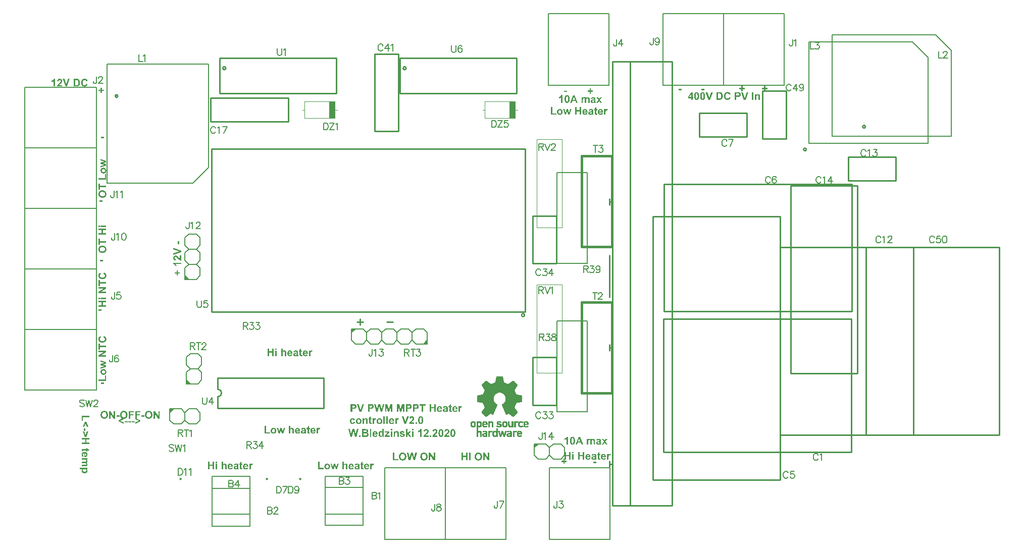
<source format=gbr>
G04 Layer_Color=65535*
%FSLAX26Y26*%
%MOIN*%
%TF.FileFunction,Legend,Top*%
%TF.Part,Single*%
G01*
G75*
%TA.AperFunction,NonConductor*%
%ADD88C,0.010000*%
%ADD94C,0.003937*%
%ADD95C,0.008000*%
%ADD98C,0.007874*%
%ADD99C,0.015000*%
%ADD100C,0.001000*%
%ADD101R,0.039370X0.110236*%
G36*
X1726016Y3603843D02*
X1726891D01*
X1727911Y3603697D01*
X1729078Y3603551D01*
X1730463Y3603333D01*
X1731848Y3603114D01*
X1733379Y3602749D01*
X1734983Y3602312D01*
X1736586Y3601729D01*
X1738190Y3601073D01*
X1739721Y3600344D01*
X1741252Y3599396D01*
X1742710Y3598376D01*
X1744095Y3597209D01*
X1744168Y3597136D01*
X1744387Y3596918D01*
X1744751Y3596553D01*
X1745189Y3595970D01*
X1745699Y3595314D01*
X1746282Y3594512D01*
X1746865Y3593564D01*
X1747521Y3592544D01*
X1748178Y3591304D01*
X1748761Y3589992D01*
X1749344Y3588534D01*
X1749854Y3586930D01*
X1750292Y3585253D01*
X1750656Y3583431D01*
X1750875Y3581536D01*
X1750948Y3579494D01*
Y3579349D01*
Y3578984D01*
X1750875Y3578401D01*
X1750802Y3577672D01*
X1750729Y3576724D01*
X1750583Y3575631D01*
X1750364Y3574391D01*
X1750073Y3573079D01*
X1749708Y3571621D01*
X1749271Y3570236D01*
X1748688Y3568705D01*
X1748032Y3567247D01*
X1747303Y3565716D01*
X1746355Y3564331D01*
X1745334Y3562946D01*
X1744095Y3561634D01*
X1744022Y3561561D01*
X1743803Y3561342D01*
X1743366Y3561051D01*
X1742856Y3560613D01*
X1742127Y3560103D01*
X1741252Y3559520D01*
X1740304Y3558937D01*
X1739138Y3558353D01*
X1737899Y3557697D01*
X1736441Y3557114D01*
X1734910Y3556531D01*
X1733233Y3556021D01*
X1731410Y3555583D01*
X1729442Y3555292D01*
X1727328Y3555073D01*
X1725141Y3555000D01*
X1724412D01*
X1723829Y3555073D01*
X1723173D01*
X1722444Y3555146D01*
X1721569Y3555219D01*
X1720621Y3555292D01*
X1718580Y3555583D01*
X1716393Y3555948D01*
X1714206Y3556531D01*
X1712165Y3557260D01*
X1712092D01*
X1712019Y3557333D01*
X1711800Y3557479D01*
X1711509Y3557552D01*
X1710780Y3557989D01*
X1709832Y3558499D01*
X1708739Y3559155D01*
X1707645Y3559957D01*
X1706406Y3560905D01*
X1705239Y3561925D01*
X1705167Y3561998D01*
X1705094Y3562071D01*
X1704729Y3562436D01*
X1704146Y3563092D01*
X1703490Y3563894D01*
X1702761Y3564841D01*
X1701959Y3565935D01*
X1701230Y3567174D01*
X1700647Y3568486D01*
Y3568559D01*
X1700574Y3568705D01*
X1700428Y3568997D01*
X1700355Y3569361D01*
X1700136Y3569799D01*
X1699991Y3570309D01*
X1699845Y3570965D01*
X1699626Y3571621D01*
X1699262Y3573225D01*
X1698897Y3575048D01*
X1698678Y3577162D01*
X1698605Y3579349D01*
Y3579494D01*
Y3579859D01*
X1698678Y3580442D01*
Y3581171D01*
X1698824Y3582119D01*
X1698970Y3583212D01*
X1699189Y3584452D01*
X1699480Y3585764D01*
X1699845Y3587149D01*
X1700282Y3588607D01*
X1700865Y3590065D01*
X1701522Y3591596D01*
X1702323Y3593054D01*
X1703271Y3594512D01*
X1704365Y3595897D01*
X1705604Y3597209D01*
X1705677Y3597282D01*
X1705896Y3597501D01*
X1706333Y3597865D01*
X1706843Y3598230D01*
X1707572Y3598740D01*
X1708447Y3599323D01*
X1709468Y3599906D01*
X1710634Y3600562D01*
X1711873Y3601219D01*
X1713331Y3601802D01*
X1714935Y3602385D01*
X1716612Y3602895D01*
X1718507Y3603333D01*
X1720476Y3603624D01*
X1722590Y3603843D01*
X1724850Y3603916D01*
X1725360D01*
X1726016Y3603843D01*
D02*
G37*
G36*
X1708082Y3633513D02*
X1750000D01*
Y3623307D01*
X1708082D01*
Y3608363D01*
X1699553D01*
Y3648385D01*
X1708082D01*
Y3633513D01*
D02*
G37*
G36*
X1750000Y3704737D02*
X1727911D01*
Y3684835D01*
X1750000D01*
Y3674629D01*
X1699553D01*
Y3684835D01*
X1719382D01*
Y3704737D01*
X1699553D01*
Y3714943D01*
X1750000D01*
Y3704737D01*
D02*
G37*
G36*
X1608846Y4706322D02*
X1609648Y4706249D01*
X1610523Y4706103D01*
X1611543Y4705957D01*
X1612637Y4705738D01*
X1613803Y4705447D01*
X1615042Y4705082D01*
X1616282Y4704645D01*
X1617594Y4704062D01*
X1618833Y4703479D01*
X1619999Y4702749D01*
X1621239Y4701875D01*
X1622332Y4700927D01*
X1622405D01*
X1622478Y4700781D01*
X1622697Y4700562D01*
X1622916Y4700344D01*
X1623207Y4699979D01*
X1623499Y4699542D01*
X1624301Y4698521D01*
X1625102Y4697209D01*
X1625977Y4695605D01*
X1626779Y4693783D01*
X1627508Y4691669D01*
X1617448Y4689263D01*
Y4689336D01*
X1617375Y4689409D01*
Y4689627D01*
X1617229Y4689919D01*
X1617011Y4690575D01*
X1616646Y4691450D01*
X1616136Y4692471D01*
X1615480Y4693491D01*
X1614605Y4694512D01*
X1613657Y4695387D01*
X1613511Y4695459D01*
X1613147Y4695751D01*
X1612564Y4696116D01*
X1611762Y4696553D01*
X1610741Y4696990D01*
X1609575Y4697355D01*
X1608263Y4697646D01*
X1606805Y4697719D01*
X1606294D01*
X1605857Y4697646D01*
X1605419Y4697574D01*
X1604836Y4697501D01*
X1603597Y4697209D01*
X1602139Y4696699D01*
X1600608Y4695970D01*
X1599806Y4695532D01*
X1599077Y4695022D01*
X1598348Y4694366D01*
X1597692Y4693637D01*
Y4693564D01*
X1597546Y4693418D01*
X1597400Y4693200D01*
X1597182Y4692835D01*
X1596890Y4692398D01*
X1596599Y4691887D01*
X1596307Y4691231D01*
X1596015Y4690502D01*
X1595651Y4689627D01*
X1595359Y4688680D01*
X1595068Y4687586D01*
X1594776Y4686420D01*
X1594557Y4685108D01*
X1594412Y4683723D01*
X1594339Y4682192D01*
X1594266Y4680515D01*
Y4680442D01*
Y4680078D01*
Y4679567D01*
X1594339Y4678984D01*
Y4678182D01*
X1594485Y4677234D01*
X1594557Y4676287D01*
X1594703Y4675193D01*
X1595141Y4672933D01*
X1595724Y4670673D01*
X1596088Y4669580D01*
X1596599Y4668559D01*
X1597109Y4667612D01*
X1597692Y4666810D01*
X1597765Y4666737D01*
X1597838Y4666664D01*
X1598057Y4666445D01*
X1598348Y4666154D01*
X1599077Y4665570D01*
X1600098Y4664842D01*
X1601337Y4664040D01*
X1602868Y4663456D01*
X1604618Y4662946D01*
X1605565Y4662873D01*
X1606586Y4662800D01*
X1606950D01*
X1607242Y4662873D01*
X1608044Y4662946D01*
X1608992Y4663092D01*
X1610012Y4663456D01*
X1611179Y4663894D01*
X1612345Y4664477D01*
X1613511Y4665352D01*
X1613657Y4665498D01*
X1614022Y4665862D01*
X1614532Y4666445D01*
X1615115Y4667320D01*
X1615844Y4668486D01*
X1616500Y4669872D01*
X1617156Y4671548D01*
X1617740Y4673517D01*
X1627654Y4670455D01*
Y4670382D01*
X1627581Y4670090D01*
X1627435Y4669653D01*
X1627217Y4669070D01*
X1626925Y4668414D01*
X1626633Y4667612D01*
X1626269Y4666737D01*
X1625832Y4665789D01*
X1624811Y4663821D01*
X1623499Y4661780D01*
X1621895Y4659811D01*
X1621020Y4658937D01*
X1620072Y4658135D01*
X1619999Y4658062D01*
X1619854Y4657989D01*
X1619562Y4657770D01*
X1619125Y4657479D01*
X1618614Y4657187D01*
X1617958Y4656895D01*
X1617229Y4656531D01*
X1616427Y4656166D01*
X1615480Y4655729D01*
X1614459Y4655364D01*
X1613366Y4655073D01*
X1612199Y4654781D01*
X1610960Y4654490D01*
X1609575Y4654271D01*
X1608190Y4654198D01*
X1606659Y4654125D01*
X1606221D01*
X1605711Y4654198D01*
X1604982Y4654271D01*
X1604180Y4654344D01*
X1603160Y4654490D01*
X1602066Y4654708D01*
X1600827Y4655000D01*
X1599588Y4655364D01*
X1598275Y4655802D01*
X1596890Y4656385D01*
X1595505Y4657041D01*
X1594120Y4657770D01*
X1592735Y4658718D01*
X1591423Y4659739D01*
X1590183Y4660978D01*
X1590111Y4661051D01*
X1589892Y4661269D01*
X1589600Y4661707D01*
X1589163Y4662217D01*
X1588725Y4662946D01*
X1588142Y4663748D01*
X1587559Y4664769D01*
X1586976Y4665935D01*
X1586393Y4667174D01*
X1585809Y4668559D01*
X1585226Y4670163D01*
X1584789Y4671840D01*
X1584351Y4673590D01*
X1584060Y4675558D01*
X1583841Y4677599D01*
X1583768Y4679786D01*
Y4679859D01*
Y4679932D01*
Y4680369D01*
X1583841Y4681025D01*
Y4681900D01*
X1583987Y4682921D01*
X1584133Y4684160D01*
X1584278Y4685472D01*
X1584570Y4687003D01*
X1584935Y4688534D01*
X1585372Y4690138D01*
X1585882Y4691742D01*
X1586538Y4693418D01*
X1587267Y4695022D01*
X1588142Y4696553D01*
X1589090Y4698011D01*
X1590256Y4699396D01*
X1590329Y4699469D01*
X1590548Y4699688D01*
X1590912Y4700052D01*
X1591423Y4700490D01*
X1592079Y4701000D01*
X1592881Y4701583D01*
X1593755Y4702239D01*
X1594849Y4702895D01*
X1596015Y4703551D01*
X1597255Y4704208D01*
X1598713Y4704791D01*
X1600171Y4705301D01*
X1601847Y4705738D01*
X1603524Y4706103D01*
X1605419Y4706322D01*
X1607315Y4706395D01*
X1608190D01*
X1608846Y4706322D01*
D02*
G37*
G36*
X1444529Y4705666D02*
X1445185Y4705593D01*
X1445914Y4705520D01*
X1446716Y4705374D01*
X1447591Y4705228D01*
X1449486Y4704718D01*
X1451382Y4703989D01*
X1452402Y4703551D01*
X1453277Y4703041D01*
X1454225Y4702385D01*
X1455027Y4701656D01*
X1455100Y4701583D01*
X1455245Y4701510D01*
X1455391Y4701219D01*
X1455683Y4700927D01*
X1456047Y4700562D01*
X1456412Y4700052D01*
X1456776Y4699542D01*
X1457214Y4698886D01*
X1457943Y4697428D01*
X1458672Y4695751D01*
X1458963Y4694803D01*
X1459109Y4693783D01*
X1459255Y4692689D01*
X1459328Y4691596D01*
Y4691450D01*
Y4691013D01*
X1459255Y4690356D01*
X1459182Y4689555D01*
X1459036Y4688534D01*
X1458818Y4687440D01*
X1458526Y4686274D01*
X1458089Y4685108D01*
X1458016Y4684962D01*
X1457870Y4684597D01*
X1457578Y4683941D01*
X1457141Y4683139D01*
X1456631Y4682192D01*
X1455975Y4681098D01*
X1455173Y4679932D01*
X1454225Y4678693D01*
X1454152Y4678620D01*
X1453860Y4678255D01*
X1453423Y4677745D01*
X1452767Y4677016D01*
X1451892Y4676141D01*
X1450799Y4674975D01*
X1449486Y4673735D01*
X1447883Y4672204D01*
X1447810Y4672132D01*
X1447664Y4672059D01*
X1447445Y4671840D01*
X1447154Y4671548D01*
X1446352Y4670819D01*
X1445404Y4669944D01*
X1444456Y4668997D01*
X1443509Y4668049D01*
X1442634Y4667247D01*
X1442342Y4666883D01*
X1442051Y4666591D01*
X1441978Y4666518D01*
X1441832Y4666372D01*
X1441613Y4666081D01*
X1441322Y4665716D01*
X1440666Y4664914D01*
X1440082Y4663967D01*
X1459328D01*
Y4655000D01*
X1425429D01*
Y4655073D01*
Y4655219D01*
X1425502Y4655510D01*
X1425575Y4655875D01*
X1425648Y4656312D01*
X1425721Y4656823D01*
X1426013Y4658135D01*
X1426450Y4659593D01*
X1427033Y4661197D01*
X1427762Y4662946D01*
X1428710Y4664623D01*
Y4664696D01*
X1428856Y4664842D01*
X1429002Y4665133D01*
X1429293Y4665425D01*
X1429585Y4665935D01*
X1430022Y4666445D01*
X1430532Y4667101D01*
X1431116Y4667830D01*
X1431772Y4668705D01*
X1432574Y4669580D01*
X1433448Y4670601D01*
X1434469Y4671694D01*
X1435562Y4672788D01*
X1436802Y4674027D01*
X1438114Y4675339D01*
X1439572Y4676724D01*
X1439645Y4676797D01*
X1439864Y4677016D01*
X1440155Y4677307D01*
X1440593Y4677745D01*
X1441176Y4678182D01*
X1441759Y4678765D01*
X1443071Y4680078D01*
X1444383Y4681463D01*
X1445696Y4682848D01*
X1446279Y4683431D01*
X1446862Y4684087D01*
X1447299Y4684597D01*
X1447591Y4685035D01*
X1447664Y4685181D01*
X1447883Y4685545D01*
X1448247Y4686128D01*
X1448612Y4686930D01*
X1448976Y4687805D01*
X1449341Y4688826D01*
X1449559Y4689846D01*
X1449632Y4690940D01*
Y4691013D01*
Y4691086D01*
Y4691450D01*
X1449559Y4692106D01*
X1449414Y4692835D01*
X1449195Y4693637D01*
X1448903Y4694439D01*
X1448466Y4695241D01*
X1447883Y4695970D01*
X1447810Y4696043D01*
X1447591Y4696261D01*
X1447154Y4696553D01*
X1446643Y4696845D01*
X1445914Y4697136D01*
X1445112Y4697428D01*
X1444165Y4697646D01*
X1443071Y4697719D01*
X1442561D01*
X1441978Y4697646D01*
X1441322Y4697501D01*
X1440520Y4697282D01*
X1439718Y4696917D01*
X1438916Y4696480D01*
X1438187Y4695897D01*
X1438114Y4695824D01*
X1437895Y4695532D01*
X1437604Y4695095D01*
X1437312Y4694439D01*
X1436948Y4693637D01*
X1436656Y4692543D01*
X1436364Y4691304D01*
X1436219Y4689846D01*
X1426596Y4690794D01*
Y4690867D01*
X1426669Y4691158D01*
Y4691523D01*
X1426814Y4692106D01*
X1426887Y4692762D01*
X1427106Y4693491D01*
X1427325Y4694293D01*
X1427543Y4695241D01*
X1428273Y4697063D01*
X1429147Y4698959D01*
X1429730Y4699906D01*
X1430387Y4700781D01*
X1431116Y4701510D01*
X1431918Y4702239D01*
X1431990Y4702312D01*
X1432136Y4702385D01*
X1432355Y4702531D01*
X1432719Y4702822D01*
X1433157Y4703041D01*
X1433740Y4703333D01*
X1434323Y4703697D01*
X1435052Y4703989D01*
X1435854Y4704353D01*
X1436729Y4704645D01*
X1438624Y4705228D01*
X1440884Y4705593D01*
X1442051Y4705666D01*
X1443290Y4705738D01*
X1444019D01*
X1444529Y4705666D01*
D02*
G37*
G36*
X1555410Y4705374D02*
X1556795Y4705301D01*
X1558326Y4705228D01*
X1559930Y4705009D01*
X1561461Y4704791D01*
X1562846Y4704426D01*
X1562919D01*
X1563065Y4704353D01*
X1563283Y4704280D01*
X1563575Y4704208D01*
X1564450Y4703843D01*
X1565470Y4703333D01*
X1566637Y4702677D01*
X1567949Y4701875D01*
X1569188Y4700927D01*
X1570428Y4699761D01*
X1570500D01*
X1570573Y4699615D01*
X1570938Y4699177D01*
X1571521Y4698448D01*
X1572177Y4697501D01*
X1572979Y4696334D01*
X1573781Y4694949D01*
X1574583Y4693345D01*
X1575239Y4691596D01*
Y4691523D01*
X1575312Y4691377D01*
X1575385Y4691086D01*
X1575531Y4690721D01*
X1575603Y4690284D01*
X1575749Y4689700D01*
X1575895Y4689044D01*
X1576114Y4688315D01*
X1576259Y4687513D01*
X1576405Y4686566D01*
X1576551Y4685618D01*
X1576624Y4684525D01*
X1576843Y4682265D01*
X1576916Y4679713D01*
Y4679640D01*
Y4679422D01*
Y4679130D01*
Y4678693D01*
X1576843Y4678109D01*
Y4677526D01*
X1576770Y4676797D01*
X1576697Y4675995D01*
X1576551Y4674319D01*
X1576259Y4672569D01*
X1575822Y4670746D01*
X1575312Y4668997D01*
Y4668924D01*
X1575239Y4668778D01*
X1575093Y4668486D01*
X1574947Y4668049D01*
X1574802Y4667612D01*
X1574510Y4667101D01*
X1573927Y4665789D01*
X1573198Y4664404D01*
X1572250Y4662873D01*
X1571157Y4661415D01*
X1569917Y4660030D01*
X1569771Y4659884D01*
X1569407Y4659593D01*
X1568824Y4659155D01*
X1568022Y4658572D01*
X1567001Y4657916D01*
X1565835Y4657260D01*
X1564377Y4656604D01*
X1562773Y4656021D01*
X1562700D01*
X1562627Y4655948D01*
X1562409D01*
X1562190Y4655875D01*
X1561388Y4655729D01*
X1560367Y4655510D01*
X1559128Y4655292D01*
X1557597Y4655146D01*
X1555775Y4655073D01*
X1553806Y4655000D01*
X1534707D01*
Y4705447D01*
X1554827D01*
X1555410Y4705374D01*
D02*
G37*
G36*
X1491987Y4655000D02*
X1480979D01*
X1462900Y4705447D01*
X1473908D01*
X1486738Y4668122D01*
X1499058Y4705447D01*
X1509920D01*
X1491987Y4655000D01*
D02*
G37*
G36*
X1750000Y4039848D02*
X1699918D01*
Y4050054D01*
X1741471D01*
Y4075423D01*
X1750000D01*
Y4039848D01*
D02*
G37*
G36*
X1733014Y4118069D02*
X1733743Y4117996D01*
X1734545Y4117851D01*
X1735493Y4117705D01*
X1736441Y4117486D01*
X1737534Y4117194D01*
X1738628Y4116830D01*
X1739794Y4116393D01*
X1740960Y4115882D01*
X1742127Y4115226D01*
X1743220Y4114497D01*
X1744314Y4113695D01*
X1745407Y4112748D01*
X1745480Y4112675D01*
X1745626Y4112529D01*
X1745918Y4112237D01*
X1746282Y4111800D01*
X1746647Y4111290D01*
X1747084Y4110633D01*
X1747594Y4109904D01*
X1748105Y4109103D01*
X1748615Y4108155D01*
X1749125Y4107134D01*
X1749563Y4106041D01*
X1749927Y4104801D01*
X1750292Y4103562D01*
X1750583Y4102177D01*
X1750729Y4100792D01*
X1750802Y4099261D01*
Y4099188D01*
Y4099042D01*
Y4098751D01*
X1750729Y4098386D01*
Y4097949D01*
X1750656Y4097439D01*
X1750510Y4096199D01*
X1750219Y4094668D01*
X1749854Y4093065D01*
X1749271Y4091388D01*
X1748542Y4089638D01*
Y4089565D01*
X1748469Y4089420D01*
X1748323Y4089201D01*
X1748105Y4088909D01*
X1747594Y4088107D01*
X1746865Y4087087D01*
X1745918Y4085993D01*
X1744751Y4084827D01*
X1743439Y4083733D01*
X1741908Y4082713D01*
X1741835D01*
X1741689Y4082640D01*
X1741471Y4082494D01*
X1741106Y4082348D01*
X1740669Y4082202D01*
X1740159Y4081984D01*
X1739575Y4081765D01*
X1738919Y4081546D01*
X1738190Y4081328D01*
X1737388Y4081109D01*
X1735566Y4080744D01*
X1733452Y4080453D01*
X1731192Y4080380D01*
X1730681D01*
X1730390Y4080453D01*
X1729953D01*
X1729442Y4080526D01*
X1728203Y4080672D01*
X1726818Y4080963D01*
X1725287Y4081401D01*
X1723610Y4081911D01*
X1721934Y4082713D01*
X1721861D01*
X1721715Y4082859D01*
X1721496Y4082932D01*
X1721205Y4083150D01*
X1720403Y4083733D01*
X1719382Y4084462D01*
X1718289Y4085410D01*
X1717122Y4086577D01*
X1716029Y4087889D01*
X1715008Y4089420D01*
Y4089492D01*
X1714935Y4089638D01*
X1714789Y4089857D01*
X1714643Y4090222D01*
X1714425Y4090586D01*
X1714279Y4091096D01*
X1714060Y4091680D01*
X1713769Y4092263D01*
X1713331Y4093721D01*
X1712967Y4095397D01*
X1712675Y4097220D01*
X1712602Y4099188D01*
Y4099261D01*
Y4099553D01*
Y4099990D01*
X1712675Y4100573D01*
X1712748Y4101302D01*
X1712894Y4102104D01*
X1713040Y4103052D01*
X1713258Y4104000D01*
X1713550Y4105093D01*
X1713915Y4106187D01*
X1714352Y4107280D01*
X1714862Y4108447D01*
X1715518Y4109613D01*
X1716247Y4110706D01*
X1717049Y4111800D01*
X1717997Y4112820D01*
X1718070Y4112893D01*
X1718216Y4113039D01*
X1718580Y4113331D01*
X1718945Y4113622D01*
X1719528Y4114060D01*
X1720111Y4114497D01*
X1720913Y4115007D01*
X1721715Y4115518D01*
X1722662Y4115955D01*
X1723683Y4116466D01*
X1724850Y4116903D01*
X1726016Y4117340D01*
X1727328Y4117632D01*
X1728640Y4117923D01*
X1730098Y4118069D01*
X1731629Y4118142D01*
X1732431D01*
X1733014Y4118069D01*
D02*
G37*
G36*
X1750000Y4163632D02*
Y4154301D01*
X1726526Y4148031D01*
X1750000Y4141835D01*
Y4132431D01*
X1713404Y4120912D01*
Y4130244D01*
X1737388Y4137096D01*
X1713404Y4143439D01*
Y4152770D01*
X1737388Y4158820D01*
X1713404Y4165819D01*
Y4175369D01*
X1750000Y4163632D01*
D02*
G37*
G36*
X1708082Y3998513D02*
X1750000D01*
Y3988307D01*
X1708082D01*
Y3973363D01*
X1699553D01*
Y4013385D01*
X1708082D01*
Y3998513D01*
D02*
G37*
G36*
X1708520Y3725367D02*
X1699553D01*
Y3735063D01*
X1708520D01*
Y3725367D01*
D02*
G37*
G36*
X1750000D02*
X1713404D01*
Y3735063D01*
X1750000D01*
Y3725367D01*
D02*
G37*
G36*
X1726016Y3968843D02*
X1726891D01*
X1727911Y3968697D01*
X1729078Y3968551D01*
X1730463Y3968333D01*
X1731848Y3968114D01*
X1733379Y3967749D01*
X1734983Y3967312D01*
X1736586Y3966729D01*
X1738190Y3966073D01*
X1739721Y3965344D01*
X1741252Y3964396D01*
X1742710Y3963376D01*
X1744095Y3962209D01*
X1744168Y3962136D01*
X1744387Y3961918D01*
X1744751Y3961553D01*
X1745189Y3960970D01*
X1745699Y3960314D01*
X1746282Y3959512D01*
X1746865Y3958564D01*
X1747521Y3957544D01*
X1748178Y3956304D01*
X1748761Y3954992D01*
X1749344Y3953534D01*
X1749854Y3951930D01*
X1750292Y3950253D01*
X1750656Y3948431D01*
X1750875Y3946536D01*
X1750948Y3944494D01*
Y3944349D01*
Y3943984D01*
X1750875Y3943401D01*
X1750802Y3942672D01*
X1750729Y3941724D01*
X1750583Y3940631D01*
X1750364Y3939391D01*
X1750073Y3938079D01*
X1749708Y3936621D01*
X1749271Y3935236D01*
X1748688Y3933705D01*
X1748032Y3932247D01*
X1747303Y3930716D01*
X1746355Y3929331D01*
X1745334Y3927946D01*
X1744095Y3926634D01*
X1744022Y3926561D01*
X1743803Y3926342D01*
X1743366Y3926051D01*
X1742856Y3925613D01*
X1742127Y3925103D01*
X1741252Y3924520D01*
X1740304Y3923937D01*
X1739138Y3923353D01*
X1737899Y3922697D01*
X1736441Y3922114D01*
X1734910Y3921531D01*
X1733233Y3921021D01*
X1731410Y3920583D01*
X1729442Y3920292D01*
X1727328Y3920073D01*
X1725141Y3920000D01*
X1724412D01*
X1723829Y3920073D01*
X1723173D01*
X1722444Y3920146D01*
X1721569Y3920219D01*
X1720621Y3920292D01*
X1718580Y3920583D01*
X1716393Y3920948D01*
X1714206Y3921531D01*
X1712165Y3922260D01*
X1712092D01*
X1712019Y3922333D01*
X1711800Y3922479D01*
X1711509Y3922552D01*
X1710780Y3922989D01*
X1709832Y3923499D01*
X1708739Y3924155D01*
X1707645Y3924957D01*
X1706406Y3925905D01*
X1705239Y3926925D01*
X1705167Y3926998D01*
X1705094Y3927071D01*
X1704729Y3927436D01*
X1704146Y3928092D01*
X1703490Y3928894D01*
X1702761Y3929841D01*
X1701959Y3930935D01*
X1701230Y3932174D01*
X1700647Y3933486D01*
Y3933559D01*
X1700574Y3933705D01*
X1700428Y3933997D01*
X1700355Y3934361D01*
X1700136Y3934799D01*
X1699991Y3935309D01*
X1699845Y3935965D01*
X1699626Y3936621D01*
X1699262Y3938225D01*
X1698897Y3940048D01*
X1698678Y3942162D01*
X1698605Y3944349D01*
Y3944494D01*
Y3944859D01*
X1698678Y3945442D01*
Y3946171D01*
X1698824Y3947119D01*
X1698970Y3948212D01*
X1699189Y3949452D01*
X1699480Y3950764D01*
X1699845Y3952149D01*
X1700282Y3953607D01*
X1700865Y3955065D01*
X1701522Y3956596D01*
X1702323Y3958054D01*
X1703271Y3959512D01*
X1704365Y3960897D01*
X1705604Y3962209D01*
X1705677Y3962282D01*
X1705896Y3962501D01*
X1706333Y3962865D01*
X1706843Y3963230D01*
X1707572Y3963740D01*
X1708447Y3964323D01*
X1709468Y3964906D01*
X1710634Y3965562D01*
X1711873Y3966219D01*
X1713331Y3966802D01*
X1714935Y3967385D01*
X1716612Y3967895D01*
X1718507Y3968333D01*
X1720476Y3968624D01*
X1722590Y3968843D01*
X1724850Y3968916D01*
X1725360D01*
X1726016Y3968843D01*
D02*
G37*
G36*
X1412162Y4655000D02*
X1402466D01*
Y4691523D01*
X1402393Y4691450D01*
X1402247Y4691304D01*
X1401956Y4691086D01*
X1401518Y4690721D01*
X1401008Y4690284D01*
X1400425Y4689846D01*
X1399696Y4689336D01*
X1398894Y4688753D01*
X1398019Y4688169D01*
X1397071Y4687586D01*
X1396051Y4686930D01*
X1394957Y4686347D01*
X1392624Y4685253D01*
X1390000Y4684233D01*
Y4692981D01*
X1390073D01*
X1390146Y4693054D01*
X1390364Y4693127D01*
X1390656Y4693200D01*
X1391385Y4693564D01*
X1392406Y4694002D01*
X1393645Y4694585D01*
X1395030Y4695387D01*
X1396561Y4696407D01*
X1398165Y4697574D01*
X1398238Y4697646D01*
X1398383Y4697719D01*
X1398602Y4697938D01*
X1398894Y4698230D01*
X1399696Y4698959D01*
X1400571Y4699906D01*
X1401591Y4701073D01*
X1402612Y4702531D01*
X1403559Y4704062D01*
X1404288Y4705738D01*
X1412162D01*
Y4655000D01*
D02*
G37*
G36*
X1708082Y2942843D02*
X1750000D01*
Y2932637D01*
X1708082D01*
Y2917692D01*
X1699553D01*
Y2957714D01*
X1708082D01*
Y2942843D01*
D02*
G37*
G36*
X1734910Y3006338D02*
X1735347Y3006193D01*
X1735930Y3005974D01*
X1736586Y3005682D01*
X1737388Y3005391D01*
X1738263Y3005026D01*
X1739211Y3004589D01*
X1741179Y3003568D01*
X1743220Y3002256D01*
X1745189Y3000652D01*
X1746063Y2999778D01*
X1746865Y2998830D01*
X1746938Y2998757D01*
X1747011Y2998611D01*
X1747230Y2998320D01*
X1747521Y2997882D01*
X1747813Y2997372D01*
X1748105Y2996716D01*
X1748469Y2995987D01*
X1748834Y2995185D01*
X1749271Y2994237D01*
X1749636Y2993216D01*
X1749927Y2992123D01*
X1750219Y2990957D01*
X1750510Y2989717D01*
X1750729Y2988332D01*
X1750802Y2986947D01*
X1750875Y2985416D01*
Y2985270D01*
Y2984979D01*
X1750802Y2984468D01*
X1750729Y2983740D01*
X1750656Y2982938D01*
X1750510Y2981917D01*
X1750292Y2980823D01*
X1750000Y2979584D01*
X1749636Y2978345D01*
X1749198Y2977033D01*
X1748615Y2975648D01*
X1747959Y2974262D01*
X1747230Y2972877D01*
X1746282Y2971492D01*
X1745262Y2970180D01*
X1744022Y2968941D01*
X1743949Y2968868D01*
X1743731Y2968649D01*
X1743293Y2968358D01*
X1742783Y2967920D01*
X1742054Y2967483D01*
X1741252Y2966900D01*
X1740231Y2966316D01*
X1739065Y2965733D01*
X1737826Y2965150D01*
X1736441Y2964567D01*
X1734837Y2963984D01*
X1733160Y2963546D01*
X1731410Y2963109D01*
X1729442Y2962817D01*
X1727401Y2962599D01*
X1725214Y2962526D01*
X1724631D01*
X1723975Y2962599D01*
X1723100D01*
X1722079Y2962744D01*
X1720840Y2962890D01*
X1719528Y2963036D01*
X1717997Y2963327D01*
X1716466Y2963692D01*
X1714862Y2964129D01*
X1713258Y2964640D01*
X1711582Y2965296D01*
X1709978Y2966025D01*
X1708447Y2966900D01*
X1706989Y2967847D01*
X1705604Y2969014D01*
X1705531Y2969087D01*
X1705312Y2969305D01*
X1704948Y2969670D01*
X1704510Y2970180D01*
X1704000Y2970836D01*
X1703417Y2971638D01*
X1702761Y2972513D01*
X1702105Y2973606D01*
X1701449Y2974773D01*
X1700793Y2976012D01*
X1700209Y2977470D01*
X1699699Y2978928D01*
X1699262Y2980605D01*
X1698897Y2982282D01*
X1698678Y2984177D01*
X1698605Y2986072D01*
Y2986145D01*
Y2986510D01*
Y2986947D01*
X1698678Y2987603D01*
X1698751Y2988405D01*
X1698897Y2989280D01*
X1699043Y2990300D01*
X1699262Y2991394D01*
X1699553Y2992560D01*
X1699918Y2993800D01*
X1700355Y2995039D01*
X1700938Y2996351D01*
X1701522Y2997590D01*
X1702251Y2998757D01*
X1703125Y2999996D01*
X1704073Y3001090D01*
Y3001163D01*
X1704219Y3001235D01*
X1704438Y3001454D01*
X1704656Y3001673D01*
X1705021Y3001965D01*
X1705458Y3002256D01*
X1706479Y3003058D01*
X1707791Y3003860D01*
X1709395Y3004735D01*
X1711217Y3005537D01*
X1713331Y3006266D01*
X1715737Y2996205D01*
X1715664D01*
X1715591Y2996133D01*
X1715372D01*
X1715081Y2995987D01*
X1714425Y2995768D01*
X1713550Y2995403D01*
X1712529Y2994893D01*
X1711509Y2994237D01*
X1710488Y2993362D01*
X1709613Y2992415D01*
X1709541Y2992269D01*
X1709249Y2991904D01*
X1708884Y2991321D01*
X1708447Y2990519D01*
X1708010Y2989499D01*
X1707645Y2988332D01*
X1707353Y2987020D01*
X1707281Y2985562D01*
Y2985489D01*
Y2985343D01*
Y2985052D01*
X1707353Y2984614D01*
X1707426Y2984177D01*
X1707499Y2983594D01*
X1707791Y2982354D01*
X1708301Y2980896D01*
X1709030Y2979365D01*
X1709468Y2978564D01*
X1709978Y2977835D01*
X1710634Y2977106D01*
X1711363Y2976450D01*
X1711436D01*
X1711582Y2976304D01*
X1711800Y2976158D01*
X1712165Y2975939D01*
X1712602Y2975648D01*
X1713113Y2975356D01*
X1713769Y2975064D01*
X1714498Y2974773D01*
X1715372Y2974408D01*
X1716320Y2974117D01*
X1717414Y2973825D01*
X1718580Y2973534D01*
X1719892Y2973315D01*
X1721277Y2973169D01*
X1722808Y2973096D01*
X1724485Y2973023D01*
X1725433D01*
X1726016Y2973096D01*
X1726818D01*
X1727765Y2973242D01*
X1728713Y2973315D01*
X1729807Y2973461D01*
X1732067Y2973898D01*
X1734326Y2974481D01*
X1735420Y2974846D01*
X1736441Y2975356D01*
X1737388Y2975866D01*
X1738190Y2976450D01*
X1738263Y2976522D01*
X1738336Y2976595D01*
X1738555Y2976814D01*
X1738846Y2977106D01*
X1739429Y2977835D01*
X1740159Y2978855D01*
X1740960Y2980095D01*
X1741544Y2981625D01*
X1742054Y2983375D01*
X1742127Y2984323D01*
X1742200Y2985343D01*
Y2985416D01*
Y2985489D01*
Y2985708D01*
X1742127Y2985999D01*
X1742054Y2986801D01*
X1741908Y2987749D01*
X1741544Y2988770D01*
X1741106Y2989936D01*
X1740523Y2991102D01*
X1739648Y2992269D01*
X1739502Y2992415D01*
X1739138Y2992779D01*
X1738555Y2993289D01*
X1737680Y2993873D01*
X1736514Y2994602D01*
X1735128Y2995258D01*
X1733452Y2995914D01*
X1731483Y2996497D01*
X1734545Y3006411D01*
X1734618D01*
X1734910Y3006338D01*
D02*
G37*
G36*
X1750000Y3230108D02*
X1727911D01*
Y3210206D01*
X1750000D01*
Y3200000D01*
X1699553D01*
Y3210206D01*
X1719382D01*
Y3230108D01*
X1699553D01*
Y3240314D01*
X1750000D01*
Y3230108D01*
D02*
G37*
G36*
Y2900269D02*
X1716758Y2879784D01*
X1750000D01*
Y2870380D01*
X1699553D01*
Y2880222D01*
X1733525Y2901071D01*
X1699553D01*
Y2910475D01*
X1750000D01*
Y2900269D01*
D02*
G37*
G36*
Y2710000D02*
X1699918D01*
Y2720206D01*
X1741471D01*
Y2745575D01*
X1750000D01*
Y2710000D01*
D02*
G37*
G36*
X1733014Y2788222D02*
X1733743Y2788149D01*
X1734545Y2788003D01*
X1735493Y2787857D01*
X1736441Y2787639D01*
X1737534Y2787347D01*
X1738628Y2786982D01*
X1739794Y2786545D01*
X1740960Y2786035D01*
X1742127Y2785379D01*
X1743220Y2784650D01*
X1744314Y2783848D01*
X1745407Y2782900D01*
X1745480Y2782827D01*
X1745626Y2782681D01*
X1745918Y2782390D01*
X1746282Y2781952D01*
X1746647Y2781442D01*
X1747084Y2780786D01*
X1747594Y2780057D01*
X1748105Y2779255D01*
X1748615Y2778307D01*
X1749125Y2777287D01*
X1749563Y2776193D01*
X1749927Y2774954D01*
X1750292Y2773715D01*
X1750583Y2772329D01*
X1750729Y2770944D01*
X1750802Y2769414D01*
Y2769341D01*
Y2769195D01*
Y2768903D01*
X1750729Y2768539D01*
Y2768101D01*
X1750656Y2767591D01*
X1750510Y2766352D01*
X1750219Y2764821D01*
X1749854Y2763217D01*
X1749271Y2761540D01*
X1748542Y2759791D01*
Y2759718D01*
X1748469Y2759572D01*
X1748323Y2759353D01*
X1748105Y2759062D01*
X1747594Y2758260D01*
X1746865Y2757239D01*
X1745918Y2756146D01*
X1744751Y2754979D01*
X1743439Y2753886D01*
X1741908Y2752865D01*
X1741835D01*
X1741689Y2752792D01*
X1741471Y2752646D01*
X1741106Y2752501D01*
X1740669Y2752355D01*
X1740159Y2752136D01*
X1739575Y2751918D01*
X1738919Y2751699D01*
X1738190Y2751480D01*
X1737388Y2751261D01*
X1735566Y2750897D01*
X1733452Y2750605D01*
X1731192Y2750532D01*
X1730681D01*
X1730390Y2750605D01*
X1729953D01*
X1729442Y2750678D01*
X1728203Y2750824D01*
X1726818Y2751116D01*
X1725287Y2751553D01*
X1723610Y2752063D01*
X1721934Y2752865D01*
X1721861D01*
X1721715Y2753011D01*
X1721496Y2753084D01*
X1721205Y2753303D01*
X1720403Y2753886D01*
X1719382Y2754615D01*
X1718289Y2755562D01*
X1717122Y2756729D01*
X1716029Y2758041D01*
X1715008Y2759572D01*
Y2759645D01*
X1714935Y2759791D01*
X1714789Y2760009D01*
X1714643Y2760374D01*
X1714425Y2760738D01*
X1714279Y2761249D01*
X1714060Y2761832D01*
X1713769Y2762415D01*
X1713331Y2763873D01*
X1712967Y2765550D01*
X1712675Y2767372D01*
X1712602Y2769341D01*
Y2769414D01*
Y2769705D01*
Y2770142D01*
X1712675Y2770726D01*
X1712748Y2771455D01*
X1712894Y2772257D01*
X1713040Y2773204D01*
X1713258Y2774152D01*
X1713550Y2775245D01*
X1713915Y2776339D01*
X1714352Y2777432D01*
X1714862Y2778599D01*
X1715518Y2779765D01*
X1716247Y2780859D01*
X1717049Y2781952D01*
X1717997Y2782973D01*
X1718070Y2783046D01*
X1718216Y2783192D01*
X1718580Y2783483D01*
X1718945Y2783775D01*
X1719528Y2784212D01*
X1720111Y2784650D01*
X1720913Y2785160D01*
X1721715Y2785670D01*
X1722662Y2786108D01*
X1723683Y2786618D01*
X1724850Y2787055D01*
X1726016Y2787493D01*
X1727328Y2787784D01*
X1728640Y2788076D01*
X1730098Y2788222D01*
X1731629Y2788295D01*
X1732431D01*
X1733014Y2788222D01*
D02*
G37*
G36*
X1750000Y2833784D02*
Y2824453D01*
X1726526Y2818184D01*
X1750000Y2811987D01*
Y2802583D01*
X1713404Y2791065D01*
Y2800396D01*
X1737388Y2807249D01*
X1713404Y2813591D01*
Y2822922D01*
X1737388Y2828973D01*
X1713404Y2835971D01*
Y2845521D01*
X1750000Y2833784D01*
D02*
G37*
G36*
X1734910Y3426063D02*
X1735347Y3425917D01*
X1735930Y3425698D01*
X1736586Y3425407D01*
X1737388Y3425115D01*
X1738263Y3424751D01*
X1739211Y3424313D01*
X1741179Y3423293D01*
X1743220Y3421981D01*
X1745189Y3420377D01*
X1746063Y3419502D01*
X1746865Y3418554D01*
X1746938Y3418481D01*
X1747011Y3418336D01*
X1747230Y3418044D01*
X1747521Y3417606D01*
X1747813Y3417096D01*
X1748105Y3416440D01*
X1748469Y3415711D01*
X1748834Y3414909D01*
X1749271Y3413961D01*
X1749636Y3412941D01*
X1749927Y3411847D01*
X1750219Y3410681D01*
X1750510Y3409442D01*
X1750729Y3408057D01*
X1750802Y3406671D01*
X1750875Y3405141D01*
Y3404995D01*
Y3404703D01*
X1750802Y3404193D01*
X1750729Y3403464D01*
X1750656Y3402662D01*
X1750510Y3401641D01*
X1750292Y3400548D01*
X1750000Y3399309D01*
X1749636Y3398069D01*
X1749198Y3396757D01*
X1748615Y3395372D01*
X1747959Y3393987D01*
X1747230Y3392602D01*
X1746282Y3391217D01*
X1745262Y3389905D01*
X1744022Y3388665D01*
X1743949Y3388592D01*
X1743731Y3388374D01*
X1743293Y3388082D01*
X1742783Y3387645D01*
X1742054Y3387207D01*
X1741252Y3386624D01*
X1740231Y3386041D01*
X1739065Y3385458D01*
X1737826Y3384874D01*
X1736441Y3384291D01*
X1734837Y3383708D01*
X1733160Y3383271D01*
X1731410Y3382833D01*
X1729442Y3382542D01*
X1727401Y3382323D01*
X1725214Y3382250D01*
X1724631D01*
X1723975Y3382323D01*
X1723100D01*
X1722079Y3382469D01*
X1720840Y3382615D01*
X1719528Y3382760D01*
X1717997Y3383052D01*
X1716466Y3383416D01*
X1714862Y3383854D01*
X1713258Y3384364D01*
X1711582Y3385020D01*
X1709978Y3385749D01*
X1708447Y3386624D01*
X1706989Y3387572D01*
X1705604Y3388738D01*
X1705531Y3388811D01*
X1705312Y3389030D01*
X1704948Y3389394D01*
X1704510Y3389905D01*
X1704000Y3390561D01*
X1703417Y3391363D01*
X1702761Y3392237D01*
X1702105Y3393331D01*
X1701449Y3394497D01*
X1700793Y3395736D01*
X1700209Y3397195D01*
X1699699Y3398653D01*
X1699262Y3400329D01*
X1698897Y3402006D01*
X1698678Y3403901D01*
X1698605Y3405797D01*
Y3405870D01*
Y3406234D01*
Y3406671D01*
X1698678Y3407328D01*
X1698751Y3408130D01*
X1698897Y3409004D01*
X1699043Y3410025D01*
X1699262Y3411118D01*
X1699553Y3412285D01*
X1699918Y3413524D01*
X1700355Y3414763D01*
X1700938Y3416076D01*
X1701522Y3417315D01*
X1702251Y3418481D01*
X1703125Y3419721D01*
X1704073Y3420814D01*
Y3420887D01*
X1704219Y3420960D01*
X1704438Y3421179D01*
X1704656Y3421397D01*
X1705021Y3421689D01*
X1705458Y3421981D01*
X1706479Y3422782D01*
X1707791Y3423584D01*
X1709395Y3424459D01*
X1711217Y3425261D01*
X1713331Y3425990D01*
X1715737Y3415930D01*
X1715664D01*
X1715591Y3415857D01*
X1715372D01*
X1715081Y3415711D01*
X1714425Y3415492D01*
X1713550Y3415128D01*
X1712529Y3414618D01*
X1711509Y3413961D01*
X1710488Y3413087D01*
X1709613Y3412139D01*
X1709541Y3411993D01*
X1709249Y3411629D01*
X1708884Y3411046D01*
X1708447Y3410244D01*
X1708010Y3409223D01*
X1707645Y3408057D01*
X1707353Y3406744D01*
X1707281Y3405286D01*
Y3405213D01*
Y3405068D01*
Y3404776D01*
X1707353Y3404339D01*
X1707426Y3403901D01*
X1707499Y3403318D01*
X1707791Y3402079D01*
X1708301Y3400621D01*
X1709030Y3399090D01*
X1709468Y3398288D01*
X1709978Y3397559D01*
X1710634Y3396830D01*
X1711363Y3396174D01*
X1711436D01*
X1711582Y3396028D01*
X1711800Y3395882D01*
X1712165Y3395664D01*
X1712602Y3395372D01*
X1713113Y3395080D01*
X1713769Y3394789D01*
X1714498Y3394497D01*
X1715372Y3394133D01*
X1716320Y3393841D01*
X1717414Y3393550D01*
X1718580Y3393258D01*
X1719892Y3393039D01*
X1721277Y3392893D01*
X1722808Y3392820D01*
X1724485Y3392748D01*
X1725433D01*
X1726016Y3392820D01*
X1726818D01*
X1727765Y3392966D01*
X1728713Y3393039D01*
X1729807Y3393185D01*
X1732067Y3393622D01*
X1734326Y3394206D01*
X1735420Y3394570D01*
X1736441Y3395080D01*
X1737388Y3395591D01*
X1738190Y3396174D01*
X1738263Y3396247D01*
X1738336Y3396320D01*
X1738555Y3396538D01*
X1738846Y3396830D01*
X1739429Y3397559D01*
X1740159Y3398580D01*
X1740960Y3399819D01*
X1741544Y3401350D01*
X1742054Y3403099D01*
X1742127Y3404047D01*
X1742200Y3405068D01*
Y3405141D01*
Y3405213D01*
Y3405432D01*
X1742127Y3405724D01*
X1742054Y3406526D01*
X1741908Y3407473D01*
X1741544Y3408494D01*
X1741106Y3409660D01*
X1740523Y3410827D01*
X1739648Y3411993D01*
X1739502Y3412139D01*
X1739138Y3412503D01*
X1738555Y3413014D01*
X1737680Y3413597D01*
X1736514Y3414326D01*
X1735128Y3414982D01*
X1733452Y3415638D01*
X1731483Y3416221D01*
X1734545Y3426136D01*
X1734618D01*
X1734910Y3426063D01*
D02*
G37*
G36*
X1734027Y4313486D02*
X1715000D01*
Y4323182D01*
X1734027D01*
Y4313486D01*
D02*
G37*
G36*
X1722016Y4634379D02*
X1735284D01*
Y4625339D01*
X1722016D01*
Y4612290D01*
X1713195D01*
Y4625339D01*
X1700000D01*
Y4634379D01*
X1713195D01*
Y4647428D01*
X1722016D01*
Y4634379D01*
D02*
G37*
G36*
X1708082Y3362567D02*
X1750000D01*
Y3352361D01*
X1708082D01*
Y3337416D01*
X1699553D01*
Y3377439D01*
X1708082D01*
Y3362567D01*
D02*
G37*
G36*
X1708520Y3250738D02*
X1699553D01*
Y3260434D01*
X1708520D01*
Y3250738D01*
D02*
G37*
G36*
X1750000D02*
X1713404D01*
Y3260434D01*
X1750000D01*
Y3250738D01*
D02*
G37*
G36*
Y3319993D02*
X1716758Y3299508D01*
X1750000D01*
Y3290104D01*
X1699553D01*
Y3299946D01*
X1733525Y3320795D01*
X1699553D01*
Y3330199D01*
X1750000D01*
Y3319993D01*
D02*
G37*
G36*
X3496527Y2462383D02*
X3503161D01*
Y2454656D01*
X3496527D01*
Y2439857D01*
Y2439784D01*
Y2439638D01*
Y2439420D01*
Y2439128D01*
Y2438399D01*
Y2437524D01*
X3496600Y2436649D01*
Y2435775D01*
Y2435119D01*
X3496673Y2434827D01*
Y2434681D01*
X3496746Y2434535D01*
X3496892Y2434244D01*
X3497110Y2433879D01*
X3497548Y2433442D01*
X3497693Y2433369D01*
X3497985Y2433223D01*
X3498495Y2433077D01*
X3499151Y2433005D01*
X3499443D01*
X3499735Y2433077D01*
X3500172Y2433150D01*
X3500755Y2433223D01*
X3501411Y2433369D01*
X3502213Y2433588D01*
X3503088Y2433879D01*
X3503963Y2426371D01*
X3503890D01*
X3503817Y2426298D01*
X3503380Y2426152D01*
X3502651Y2425933D01*
X3501703Y2425715D01*
X3500609Y2425423D01*
X3499297Y2425204D01*
X3497839Y2425058D01*
X3496308Y2424985D01*
X3495871D01*
X3495361Y2425058D01*
X3494704Y2425131D01*
X3493976Y2425204D01*
X3493174Y2425350D01*
X3492372Y2425569D01*
X3491570Y2425860D01*
X3491497Y2425933D01*
X3491205Y2426006D01*
X3490841Y2426225D01*
X3490403Y2426443D01*
X3489383Y2427173D01*
X3488872Y2427610D01*
X3488435Y2428120D01*
X3488362Y2428193D01*
X3488289Y2428412D01*
X3488144Y2428703D01*
X3487925Y2429141D01*
X3487706Y2429651D01*
X3487487Y2430307D01*
X3487269Y2431036D01*
X3487123Y2431838D01*
Y2431911D01*
X3487050Y2432203D01*
Y2432640D01*
X3486977Y2433369D01*
X3486904Y2434317D01*
Y2435483D01*
X3486831Y2436139D01*
Y2436941D01*
Y2437743D01*
Y2438691D01*
Y2454656D01*
X3482384D01*
Y2462383D01*
X3486831D01*
Y2469673D01*
X3496527Y2475359D01*
Y2462383D01*
D02*
G37*
G36*
X3555211Y2463112D02*
X3555941Y2463039D01*
X3556742Y2462894D01*
X3557690Y2462748D01*
X3558638Y2462529D01*
X3559731Y2462237D01*
X3560825Y2461873D01*
X3561918Y2461436D01*
X3563085Y2460925D01*
X3564251Y2460269D01*
X3565345Y2459540D01*
X3566438Y2458738D01*
X3567459Y2457791D01*
X3567532Y2457718D01*
X3567677Y2457572D01*
X3567969Y2457207D01*
X3568261Y2456843D01*
X3568698Y2456260D01*
X3569135Y2455676D01*
X3569646Y2454874D01*
X3570156Y2454073D01*
X3570593Y2453125D01*
X3571104Y2452104D01*
X3571541Y2450938D01*
X3571979Y2449771D01*
X3572270Y2448459D01*
X3572562Y2447147D01*
X3572707Y2445689D01*
X3572780Y2444158D01*
Y2444085D01*
Y2443794D01*
Y2443356D01*
X3572707Y2442773D01*
X3572635Y2442044D01*
X3572489Y2441242D01*
X3572343Y2440294D01*
X3572124Y2439347D01*
X3571833Y2438253D01*
X3571468Y2437160D01*
X3571031Y2435993D01*
X3570521Y2434827D01*
X3569864Y2433661D01*
X3569135Y2432567D01*
X3568334Y2431474D01*
X3567386Y2430380D01*
X3567313Y2430307D01*
X3567167Y2430161D01*
X3566876Y2429870D01*
X3566438Y2429505D01*
X3565928Y2429141D01*
X3565272Y2428703D01*
X3564543Y2428193D01*
X3563741Y2427683D01*
X3562793Y2427173D01*
X3561773Y2426662D01*
X3560679Y2426225D01*
X3559440Y2425860D01*
X3558200Y2425496D01*
X3556815Y2425204D01*
X3555430Y2425058D01*
X3553899Y2424985D01*
X3553389D01*
X3553024Y2425058D01*
X3552587D01*
X3552077Y2425131D01*
X3550838Y2425277D01*
X3549307Y2425569D01*
X3547703Y2425933D01*
X3546026Y2426516D01*
X3544276Y2427245D01*
X3544204D01*
X3544058Y2427318D01*
X3543839Y2427464D01*
X3543548Y2427683D01*
X3542746Y2428193D01*
X3541725Y2428922D01*
X3540631Y2429870D01*
X3539465Y2431036D01*
X3538372Y2432348D01*
X3537351Y2433879D01*
Y2433952D01*
X3537278Y2434098D01*
X3537132Y2434317D01*
X3536986Y2434681D01*
X3536841Y2435119D01*
X3536622Y2435629D01*
X3536403Y2436212D01*
X3536185Y2436868D01*
X3535966Y2437597D01*
X3535747Y2438399D01*
X3535383Y2440222D01*
X3535091Y2442336D01*
X3535018Y2444596D01*
Y2444669D01*
Y2444814D01*
Y2445106D01*
X3535091Y2445398D01*
Y2445835D01*
X3535164Y2446345D01*
X3535310Y2447584D01*
X3535601Y2448970D01*
X3536039Y2450501D01*
X3536549Y2452177D01*
X3537351Y2453854D01*
Y2453927D01*
X3537497Y2454073D01*
X3537570Y2454291D01*
X3537788Y2454583D01*
X3538372Y2455385D01*
X3539101Y2456405D01*
X3540048Y2457499D01*
X3541215Y2458665D01*
X3542527Y2459759D01*
X3544058Y2460779D01*
X3544131D01*
X3544276Y2460852D01*
X3544495Y2460998D01*
X3544860Y2461144D01*
X3545224Y2461363D01*
X3545735Y2461508D01*
X3546318Y2461727D01*
X3546901Y2462019D01*
X3548359Y2462456D01*
X3550036Y2462821D01*
X3551858Y2463112D01*
X3553826Y2463185D01*
X3554628D01*
X3555211Y2463112D01*
D02*
G37*
G36*
X3634818D02*
X3635474Y2463039D01*
X3636276Y2462894D01*
X3637151Y2462748D01*
X3638099Y2462529D01*
X3639119Y2462237D01*
X3640140Y2461873D01*
X3641233Y2461436D01*
X3642327Y2460852D01*
X3643348Y2460269D01*
X3644368Y2459540D01*
X3645389Y2458665D01*
X3646264Y2457718D01*
X3646336Y2457645D01*
X3646482Y2457499D01*
X3646701Y2457134D01*
X3646993Y2456697D01*
X3647357Y2456114D01*
X3647722Y2455458D01*
X3648159Y2454583D01*
X3648596Y2453635D01*
X3649034Y2452542D01*
X3649471Y2451302D01*
X3649836Y2449990D01*
X3650200Y2448459D01*
X3650492Y2446856D01*
X3650711Y2445106D01*
X3650856Y2443283D01*
Y2441242D01*
X3626653D01*
Y2441169D01*
Y2441023D01*
Y2440805D01*
X3626726Y2440513D01*
X3626799Y2439784D01*
X3626945Y2438764D01*
X3627237Y2437743D01*
X3627674Y2436577D01*
X3628184Y2435483D01*
X3628913Y2434535D01*
X3628986Y2434463D01*
X3629351Y2434171D01*
X3629788Y2433806D01*
X3630444Y2433369D01*
X3631246Y2432932D01*
X3632267Y2432567D01*
X3633360Y2432276D01*
X3634527Y2432203D01*
X3634891D01*
X3635329Y2432276D01*
X3635839Y2432348D01*
X3636422Y2432494D01*
X3637078Y2432713D01*
X3637734Y2433005D01*
X3638318Y2433442D01*
X3638390Y2433515D01*
X3638609Y2433661D01*
X3638901Y2433952D01*
X3639192Y2434390D01*
X3639630Y2434973D01*
X3639994Y2435629D01*
X3640359Y2436504D01*
X3640723Y2437451D01*
X3650346Y2435848D01*
Y2435775D01*
X3650273Y2435629D01*
X3650127Y2435337D01*
X3649981Y2434973D01*
X3649763Y2434535D01*
X3649544Y2434025D01*
X3648888Y2432859D01*
X3648086Y2431546D01*
X3647066Y2430161D01*
X3645826Y2428922D01*
X3644441Y2427756D01*
X3644368D01*
X3644295Y2427610D01*
X3644004Y2427537D01*
X3643712Y2427318D01*
X3643348Y2427100D01*
X3642837Y2426881D01*
X3642327Y2426662D01*
X3641671Y2426371D01*
X3640213Y2425860D01*
X3638536Y2425423D01*
X3636568Y2425131D01*
X3634454Y2424985D01*
X3634016D01*
X3633579Y2425058D01*
X3632923D01*
X3632121Y2425204D01*
X3631173Y2425350D01*
X3630153Y2425496D01*
X3629132Y2425787D01*
X3627966Y2426079D01*
X3626799Y2426516D01*
X3625633Y2427027D01*
X3624466Y2427610D01*
X3623300Y2428339D01*
X3622207Y2429141D01*
X3621259Y2430088D01*
X3620311Y2431182D01*
X3620238Y2431255D01*
X3620165Y2431401D01*
X3620020Y2431692D01*
X3619728Y2432057D01*
X3619509Y2432567D01*
X3619218Y2433150D01*
X3618853Y2433806D01*
X3618562Y2434608D01*
X3618197Y2435483D01*
X3617905Y2436431D01*
X3617541Y2437451D01*
X3617322Y2438618D01*
X3617104Y2439784D01*
X3616885Y2441023D01*
X3616812Y2442409D01*
X3616739Y2443794D01*
Y2443867D01*
Y2444158D01*
Y2444669D01*
X3616812Y2445325D01*
X3616885Y2446054D01*
X3616958Y2446928D01*
X3617104Y2447876D01*
X3617322Y2448970D01*
X3617905Y2451229D01*
X3618270Y2452396D01*
X3618707Y2453635D01*
X3619291Y2454802D01*
X3619947Y2455895D01*
X3620676Y2456989D01*
X3621478Y2458009D01*
X3621550Y2458082D01*
X3621696Y2458228D01*
X3621988Y2458519D01*
X3622352Y2458811D01*
X3622790Y2459176D01*
X3623373Y2459613D01*
X3624029Y2460123D01*
X3624758Y2460634D01*
X3625560Y2461071D01*
X3626508Y2461581D01*
X3627455Y2462019D01*
X3628549Y2462383D01*
X3629642Y2462675D01*
X3630882Y2462966D01*
X3632121Y2463112D01*
X3633433Y2463185D01*
X3634235D01*
X3634818Y2463112D01*
D02*
G37*
G36*
X3418160D02*
X3418889Y2463039D01*
X3419690Y2462894D01*
X3420638Y2462748D01*
X3421586Y2462529D01*
X3422679Y2462237D01*
X3423773Y2461873D01*
X3424866Y2461436D01*
X3426033Y2460925D01*
X3427199Y2460269D01*
X3428293Y2459540D01*
X3429386Y2458738D01*
X3430407Y2457791D01*
X3430480Y2457718D01*
X3430625Y2457572D01*
X3430917Y2457207D01*
X3431209Y2456843D01*
X3431646Y2456260D01*
X3432083Y2455676D01*
X3432594Y2454874D01*
X3433104Y2454073D01*
X3433541Y2453125D01*
X3434052Y2452104D01*
X3434489Y2450938D01*
X3434927Y2449771D01*
X3435218Y2448459D01*
X3435510Y2447147D01*
X3435655Y2445689D01*
X3435728Y2444158D01*
Y2444085D01*
Y2443794D01*
Y2443356D01*
X3435655Y2442773D01*
X3435583Y2442044D01*
X3435437Y2441242D01*
X3435291Y2440294D01*
X3435072Y2439347D01*
X3434781Y2438253D01*
X3434416Y2437160D01*
X3433979Y2435993D01*
X3433468Y2434827D01*
X3432812Y2433661D01*
X3432083Y2432567D01*
X3431282Y2431474D01*
X3430334Y2430380D01*
X3430261Y2430307D01*
X3430115Y2430161D01*
X3429823Y2429870D01*
X3429386Y2429505D01*
X3428876Y2429141D01*
X3428220Y2428703D01*
X3427491Y2428193D01*
X3426689Y2427683D01*
X3425741Y2427173D01*
X3424720Y2426662D01*
X3423627Y2426225D01*
X3422388Y2425860D01*
X3421148Y2425496D01*
X3419763Y2425204D01*
X3418378Y2425058D01*
X3416847Y2424985D01*
X3416337D01*
X3415972Y2425058D01*
X3415535D01*
X3415025Y2425131D01*
X3413785Y2425277D01*
X3412255Y2425569D01*
X3410651Y2425933D01*
X3408974Y2426516D01*
X3407224Y2427245D01*
X3407152D01*
X3407006Y2427318D01*
X3406787Y2427464D01*
X3406495Y2427683D01*
X3405694Y2428193D01*
X3404673Y2428922D01*
X3403579Y2429870D01*
X3402413Y2431036D01*
X3401320Y2432348D01*
X3400299Y2433879D01*
Y2433952D01*
X3400226Y2434098D01*
X3400080Y2434317D01*
X3399934Y2434681D01*
X3399789Y2435119D01*
X3399570Y2435629D01*
X3399351Y2436212D01*
X3399133Y2436868D01*
X3398914Y2437597D01*
X3398695Y2438399D01*
X3398331Y2440222D01*
X3398039Y2442336D01*
X3397966Y2444596D01*
Y2444669D01*
Y2444814D01*
Y2445106D01*
X3398039Y2445398D01*
Y2445835D01*
X3398112Y2446345D01*
X3398258Y2447584D01*
X3398549Y2448970D01*
X3398987Y2450501D01*
X3399497Y2452177D01*
X3400299Y2453854D01*
Y2453927D01*
X3400445Y2454073D01*
X3400518Y2454291D01*
X3400736Y2454583D01*
X3401320Y2455385D01*
X3402049Y2456405D01*
X3402996Y2457499D01*
X3404163Y2458665D01*
X3405475Y2459759D01*
X3407006Y2460779D01*
X3407079D01*
X3407224Y2460852D01*
X3407443Y2460998D01*
X3407808Y2461144D01*
X3408172Y2461363D01*
X3408682Y2461508D01*
X3409266Y2461727D01*
X3409849Y2462019D01*
X3411307Y2462456D01*
X3412984Y2462821D01*
X3414806Y2463112D01*
X3416774Y2463185D01*
X3417576D01*
X3418160Y2463112D01*
D02*
G37*
G36*
X3925222Y2505787D02*
X3915016D01*
Y2527876D01*
X3895114D01*
Y2505787D01*
X3884908D01*
Y2556234D01*
X3895114D01*
Y2536405D01*
X3915016D01*
Y2556234D01*
X3925222D01*
Y2505787D01*
D02*
G37*
G36*
X4094860Y2543112D02*
X4095662Y2542966D01*
X4096683Y2542748D01*
X4097776Y2542383D01*
X4098870Y2541946D01*
X4100036Y2541290D01*
X4096974Y2532906D01*
X4096901Y2532979D01*
X4096537Y2533125D01*
X4096099Y2533416D01*
X4095516Y2533708D01*
X4094787Y2534000D01*
X4094058Y2534291D01*
X4093256Y2534437D01*
X4092454Y2534510D01*
X4092163D01*
X4091725Y2534437D01*
X4091288Y2534364D01*
X4090778Y2534218D01*
X4090195Y2534000D01*
X4089611Y2533708D01*
X4089028Y2533344D01*
X4088955Y2533271D01*
X4088809Y2533125D01*
X4088518Y2532833D01*
X4088226Y2532396D01*
X4087862Y2531886D01*
X4087497Y2531157D01*
X4087133Y2530282D01*
X4086841Y2529261D01*
Y2529115D01*
X4086768Y2528897D01*
X4086695Y2528678D01*
Y2528314D01*
X4086622Y2527876D01*
X4086550Y2527293D01*
X4086477Y2526637D01*
X4086404Y2525908D01*
X4086331Y2524960D01*
X4086258Y2524012D01*
Y2522846D01*
X4086185Y2521607D01*
X4086112Y2520222D01*
Y2518691D01*
Y2517014D01*
Y2505787D01*
X4076416D01*
Y2542383D01*
X4085383D01*
Y2537207D01*
X4085456Y2537280D01*
X4085748Y2537718D01*
X4086185Y2538374D01*
X4086768Y2539176D01*
X4087351Y2539977D01*
X4088080Y2540779D01*
X4088736Y2541508D01*
X4089465Y2542019D01*
X4089538Y2542092D01*
X4089757Y2542237D01*
X4090195Y2542383D01*
X4090705Y2542602D01*
X4091288Y2542821D01*
X4092017Y2543039D01*
X4092746Y2543112D01*
X4093621Y2543185D01*
X4094204D01*
X4094860Y2543112D01*
D02*
G37*
G36*
X3827128Y2476453D02*
X3827712Y2476380D01*
X3828441Y2476234D01*
X3829170Y2476088D01*
X3830044Y2475870D01*
X3830992Y2475578D01*
X3831867Y2475214D01*
X3832815Y2474849D01*
X3833762Y2474339D01*
X3834710Y2473683D01*
X3835658Y2473027D01*
X3836533Y2472225D01*
X3837334Y2471277D01*
X3837407Y2471204D01*
X3837553Y2470985D01*
X3837772Y2470621D01*
X3838136Y2470111D01*
X3838501Y2469382D01*
X3838938Y2468507D01*
X3839376Y2467559D01*
X3839813Y2466320D01*
X3840251Y2465008D01*
X3840761Y2463477D01*
X3841125Y2461800D01*
X3841490Y2459905D01*
X3841854Y2457863D01*
X3842073Y2455676D01*
X3842219Y2453271D01*
X3842292Y2450646D01*
Y2450573D01*
Y2450501D01*
Y2450282D01*
Y2449990D01*
Y2449261D01*
X3842219Y2448314D01*
X3842146Y2447147D01*
X3842000Y2445762D01*
X3841854Y2444304D01*
X3841709Y2442700D01*
X3841417Y2441023D01*
X3841052Y2439274D01*
X3840688Y2437597D01*
X3840178Y2435921D01*
X3839667Y2434244D01*
X3838938Y2432713D01*
X3838209Y2431255D01*
X3837334Y2430016D01*
X3837262Y2429943D01*
X3837116Y2429797D01*
X3836897Y2429505D01*
X3836606Y2429214D01*
X3836168Y2428849D01*
X3835658Y2428412D01*
X3835002Y2427901D01*
X3834346Y2427464D01*
X3833544Y2426954D01*
X3832742Y2426443D01*
X3831794Y2426006D01*
X3830773Y2425642D01*
X3829680Y2425350D01*
X3828441Y2425058D01*
X3827201Y2424913D01*
X3825889Y2424840D01*
X3825598D01*
X3825160Y2424913D01*
X3824650D01*
X3824067Y2424985D01*
X3823338Y2425131D01*
X3822536Y2425277D01*
X3821661Y2425569D01*
X3820713Y2425860D01*
X3819766Y2426225D01*
X3818745Y2426662D01*
X3817797Y2427245D01*
X3816777Y2427829D01*
X3815829Y2428631D01*
X3814881Y2429432D01*
X3814006Y2430453D01*
X3813934Y2430526D01*
X3813788Y2430745D01*
X3813569Y2431109D01*
X3813350Y2431546D01*
X3812986Y2432203D01*
X3812621Y2433005D01*
X3812184Y2434025D01*
X3811820Y2435119D01*
X3811382Y2436431D01*
X3810945Y2437889D01*
X3810580Y2439566D01*
X3810289Y2441388D01*
X3809997Y2443429D01*
X3809778Y2445689D01*
X3809633Y2448095D01*
X3809560Y2450719D01*
Y2450792D01*
Y2450865D01*
Y2451084D01*
Y2451375D01*
Y2452104D01*
X3809633Y2453052D01*
X3809705Y2454218D01*
X3809851Y2455604D01*
X3809997Y2457061D01*
X3810143Y2458665D01*
X3810434Y2460342D01*
X3810726Y2462019D01*
X3811163Y2463768D01*
X3811601Y2465445D01*
X3812184Y2467049D01*
X3812840Y2468580D01*
X3813569Y2470038D01*
X3814444Y2471277D01*
X3814517Y2471350D01*
X3814663Y2471496D01*
X3814881Y2471787D01*
X3815246Y2472079D01*
X3815610Y2472516D01*
X3816121Y2472954D01*
X3816777Y2473391D01*
X3817433Y2473901D01*
X3818235Y2474412D01*
X3819037Y2474849D01*
X3819984Y2475287D01*
X3821005Y2475724D01*
X3822098Y2476015D01*
X3823338Y2476307D01*
X3824577Y2476453D01*
X3825889Y2476526D01*
X3826618D01*
X3827128Y2476453D01*
D02*
G37*
G36*
X3729807Y2425787D02*
X3718799D01*
X3700720Y2476234D01*
X3711728D01*
X3724558Y2438909D01*
X3736878Y2476234D01*
X3747740D01*
X3729807Y2425787D01*
D02*
G37*
G36*
X3377554Y2463112D02*
X3378137D01*
X3378794Y2463039D01*
X3379523Y2462966D01*
X3380324Y2462821D01*
X3382001Y2462456D01*
X3383751Y2461946D01*
X3385500Y2461217D01*
X3387104Y2460269D01*
X3387177D01*
X3387250Y2460123D01*
X3387469Y2459977D01*
X3387760Y2459759D01*
X3388416Y2459103D01*
X3389291Y2458155D01*
X3390239Y2456916D01*
X3391186Y2455458D01*
X3392061Y2453708D01*
X3392790Y2451667D01*
X3383240Y2449917D01*
Y2450063D01*
X3383168Y2450355D01*
X3383022Y2450865D01*
X3382803Y2451521D01*
X3382439Y2452177D01*
X3382074Y2452906D01*
X3381564Y2453562D01*
X3380981Y2454146D01*
X3380908Y2454218D01*
X3380689Y2454364D01*
X3380324Y2454583D01*
X3379814Y2454874D01*
X3379158Y2455166D01*
X3378429Y2455385D01*
X3377554Y2455531D01*
X3376606Y2455604D01*
X3376461D01*
X3376023Y2455531D01*
X3375367Y2455458D01*
X3374492Y2455312D01*
X3373618Y2454947D01*
X3372670Y2454510D01*
X3371722Y2453927D01*
X3370847Y2453052D01*
X3370774Y2452906D01*
X3370556Y2452542D01*
X3370191Y2451959D01*
X3369827Y2451084D01*
X3369389Y2449917D01*
X3369244Y2449261D01*
X3369098Y2448532D01*
X3368952Y2447657D01*
X3368806Y2446783D01*
X3368733Y2445762D01*
Y2444741D01*
Y2444669D01*
Y2444450D01*
Y2444085D01*
X3368806Y2443648D01*
Y2443138D01*
X3368879Y2442554D01*
X3369025Y2441096D01*
X3369244Y2439566D01*
X3369681Y2438035D01*
X3370191Y2436649D01*
X3370556Y2436066D01*
X3370920Y2435483D01*
X3370993Y2435337D01*
X3371358Y2435046D01*
X3371795Y2434681D01*
X3372451Y2434171D01*
X3373326Y2433661D01*
X3374274Y2433296D01*
X3375440Y2433005D01*
X3376752Y2432859D01*
X3377190D01*
X3377700Y2432932D01*
X3378356Y2433077D01*
X3379085Y2433223D01*
X3379814Y2433515D01*
X3380543Y2433879D01*
X3381272Y2434390D01*
X3381345Y2434463D01*
X3381564Y2434681D01*
X3381855Y2435046D01*
X3382293Y2435629D01*
X3382730Y2436358D01*
X3383095Y2437306D01*
X3383532Y2438472D01*
X3383824Y2439784D01*
X3393301Y2438180D01*
Y2438108D01*
X3393228Y2437889D01*
X3393155Y2437524D01*
X3393009Y2437087D01*
X3392790Y2436577D01*
X3392572Y2435921D01*
X3391988Y2434463D01*
X3391259Y2432859D01*
X3390239Y2431255D01*
X3388999Y2429651D01*
X3388271Y2428922D01*
X3387541Y2428266D01*
X3387469D01*
X3387323Y2428120D01*
X3387104Y2427974D01*
X3386812Y2427756D01*
X3386375Y2427537D01*
X3385865Y2427245D01*
X3385282Y2426954D01*
X3384553Y2426662D01*
X3383824Y2426298D01*
X3382949Y2426006D01*
X3382074Y2425715D01*
X3381053Y2425496D01*
X3379960Y2425277D01*
X3378794Y2425131D01*
X3377627Y2425058D01*
X3376315Y2424985D01*
X3375513D01*
X3375003Y2425058D01*
X3374347Y2425131D01*
X3373545Y2425277D01*
X3372670Y2425423D01*
X3371722Y2425642D01*
X3370702Y2425860D01*
X3369681Y2426225D01*
X3368588Y2426589D01*
X3367567Y2427100D01*
X3366473Y2427683D01*
X3365453Y2428339D01*
X3364505Y2429141D01*
X3363557Y2430016D01*
X3363485Y2430088D01*
X3363339Y2430234D01*
X3363120Y2430526D01*
X3362828Y2430963D01*
X3362464Y2431474D01*
X3362026Y2432057D01*
X3361662Y2432786D01*
X3361225Y2433661D01*
X3360714Y2434608D01*
X3360350Y2435629D01*
X3359912Y2436795D01*
X3359548Y2438035D01*
X3359256Y2439420D01*
X3359038Y2440805D01*
X3358892Y2442409D01*
X3358819Y2444012D01*
Y2444085D01*
Y2444377D01*
Y2444887D01*
X3358892Y2445470D01*
X3358965Y2446272D01*
X3359038Y2447147D01*
X3359183Y2448095D01*
X3359402Y2449188D01*
X3359985Y2451448D01*
X3360350Y2452615D01*
X3360787Y2453781D01*
X3361370Y2454947D01*
X3362026Y2456041D01*
X3362756Y2457061D01*
X3363557Y2458082D01*
X3363630Y2458155D01*
X3363776Y2458301D01*
X3364068Y2458519D01*
X3364432Y2458884D01*
X3364943Y2459249D01*
X3365526Y2459686D01*
X3366182Y2460196D01*
X3366984Y2460634D01*
X3367858Y2461144D01*
X3368806Y2461581D01*
X3369900Y2462019D01*
X3371066Y2462383D01*
X3372233Y2462748D01*
X3373618Y2462966D01*
X3375003Y2463112D01*
X3376461Y2463185D01*
X3377117D01*
X3377554Y2463112D01*
D02*
G37*
G36*
X3465326D02*
X3466128Y2463039D01*
X3467003Y2462894D01*
X3467950Y2462675D01*
X3468971Y2462383D01*
X3469991Y2462019D01*
X3470137Y2461946D01*
X3470429Y2461800D01*
X3470939Y2461581D01*
X3471522Y2461217D01*
X3472178Y2460779D01*
X3472834Y2460269D01*
X3473491Y2459686D01*
X3474074Y2459030D01*
X3474147Y2458957D01*
X3474293Y2458738D01*
X3474511Y2458374D01*
X3474803Y2457863D01*
X3475167Y2457280D01*
X3475459Y2456551D01*
X3475751Y2455822D01*
X3475969Y2454947D01*
Y2454874D01*
X3476042Y2454510D01*
X3476188Y2454000D01*
X3476261Y2453271D01*
X3476407Y2452396D01*
X3476479Y2451229D01*
X3476552Y2449990D01*
Y2448459D01*
Y2425787D01*
X3466857D01*
Y2444377D01*
Y2444450D01*
Y2444669D01*
Y2444960D01*
Y2445325D01*
Y2445835D01*
Y2446345D01*
X3466784Y2447584D01*
X3466711Y2448824D01*
X3466565Y2450136D01*
X3466419Y2451229D01*
X3466346Y2451667D01*
X3466201Y2452031D01*
Y2452104D01*
X3466055Y2452323D01*
X3465909Y2452615D01*
X3465690Y2453052D01*
X3465034Y2453927D01*
X3464670Y2454364D01*
X3464159Y2454729D01*
X3464086Y2454802D01*
X3463941Y2454874D01*
X3463649Y2455020D01*
X3463212Y2455239D01*
X3462701Y2455458D01*
X3462191Y2455604D01*
X3461535Y2455676D01*
X3460806Y2455749D01*
X3460369D01*
X3459931Y2455676D01*
X3459348Y2455604D01*
X3458619Y2455385D01*
X3457890Y2455166D01*
X3457088Y2454802D01*
X3456286Y2454364D01*
X3456213Y2454291D01*
X3455995Y2454146D01*
X3455630Y2453781D01*
X3455193Y2453416D01*
X3454755Y2452833D01*
X3454318Y2452250D01*
X3453881Y2451448D01*
X3453589Y2450646D01*
Y2450573D01*
X3453443Y2450209D01*
X3453370Y2449626D01*
X3453224Y2448751D01*
X3453151Y2448241D01*
X3453079Y2447584D01*
X3453006Y2446928D01*
Y2446126D01*
X3452933Y2445325D01*
X3452860Y2444377D01*
Y2443356D01*
Y2442263D01*
Y2425787D01*
X3443164D01*
Y2462383D01*
X3452131D01*
Y2456989D01*
X3452204Y2457061D01*
X3452350Y2457280D01*
X3452641Y2457572D01*
X3453006Y2457936D01*
X3453443Y2458447D01*
X3454026Y2458957D01*
X3454682Y2459540D01*
X3455411Y2460123D01*
X3456213Y2460634D01*
X3457161Y2461217D01*
X3458109Y2461727D01*
X3459202Y2462237D01*
X3460369Y2462602D01*
X3461535Y2462894D01*
X3462847Y2463112D01*
X3464159Y2463185D01*
X3464670D01*
X3465326Y2463112D01*
D02*
G37*
G36*
X3801686Y2425787D02*
X3791991D01*
Y2435483D01*
X3801686D01*
Y2425787D01*
D02*
G37*
G36*
X3589985D02*
X3580289D01*
Y2476234D01*
X3589985D01*
Y2425787D01*
D02*
G37*
G36*
X3609595D02*
X3599899D01*
Y2476234D01*
X3609595D01*
Y2425787D01*
D02*
G37*
G36*
X3768590Y2476453D02*
X3769246Y2476380D01*
X3769975Y2476307D01*
X3770777Y2476161D01*
X3771652Y2476015D01*
X3773547Y2475505D01*
X3775442Y2474776D01*
X3776463Y2474339D01*
X3777338Y2473829D01*
X3778285Y2473172D01*
X3779087Y2472443D01*
X3779160Y2472370D01*
X3779306Y2472298D01*
X3779452Y2472006D01*
X3779744Y2471714D01*
X3780108Y2471350D01*
X3780472Y2470840D01*
X3780837Y2470329D01*
X3781274Y2469673D01*
X3782003Y2468215D01*
X3782732Y2466539D01*
X3783024Y2465591D01*
X3783170Y2464570D01*
X3783316Y2463477D01*
X3783389Y2462383D01*
Y2462237D01*
Y2461800D01*
X3783316Y2461144D01*
X3783243Y2460342D01*
X3783097Y2459321D01*
X3782878Y2458228D01*
X3782587Y2457061D01*
X3782149Y2455895D01*
X3782076Y2455749D01*
X3781930Y2455385D01*
X3781639Y2454729D01*
X3781202Y2453927D01*
X3780691Y2452979D01*
X3780035Y2451886D01*
X3779233Y2450719D01*
X3778285Y2449480D01*
X3778213Y2449407D01*
X3777921Y2449043D01*
X3777484Y2448532D01*
X3776827Y2447803D01*
X3775953Y2446928D01*
X3774859Y2445762D01*
X3773547Y2444523D01*
X3771943Y2442992D01*
X3771870Y2442919D01*
X3771724Y2442846D01*
X3771506Y2442627D01*
X3771214Y2442336D01*
X3770412Y2441607D01*
X3769465Y2440732D01*
X3768517Y2439784D01*
X3767569Y2438836D01*
X3766694Y2438035D01*
X3766403Y2437670D01*
X3766111Y2437378D01*
X3766038Y2437306D01*
X3765892Y2437160D01*
X3765674Y2436868D01*
X3765382Y2436504D01*
X3764726Y2435702D01*
X3764143Y2434754D01*
X3783389D01*
Y2425787D01*
X3749490D01*
Y2425860D01*
Y2426006D01*
X3749563Y2426298D01*
X3749636Y2426662D01*
X3749709Y2427100D01*
X3749782Y2427610D01*
X3750073Y2428922D01*
X3750511Y2430380D01*
X3751094Y2431984D01*
X3751823Y2433733D01*
X3752771Y2435410D01*
Y2435483D01*
X3752916Y2435629D01*
X3753062Y2435921D01*
X3753354Y2436212D01*
X3753645Y2436722D01*
X3754083Y2437233D01*
X3754593Y2437889D01*
X3755176Y2438618D01*
X3755832Y2439493D01*
X3756634Y2440367D01*
X3757509Y2441388D01*
X3758530Y2442481D01*
X3759623Y2443575D01*
X3760862Y2444814D01*
X3762175Y2446126D01*
X3763633Y2447512D01*
X3763706Y2447584D01*
X3763924Y2447803D01*
X3764216Y2448095D01*
X3764653Y2448532D01*
X3765236Y2448970D01*
X3765820Y2449553D01*
X3767132Y2450865D01*
X3768444Y2452250D01*
X3769756Y2453635D01*
X3770339Y2454218D01*
X3770923Y2454874D01*
X3771360Y2455385D01*
X3771652Y2455822D01*
X3771724Y2455968D01*
X3771943Y2456332D01*
X3772308Y2456916D01*
X3772672Y2457718D01*
X3773037Y2458592D01*
X3773401Y2459613D01*
X3773620Y2460634D01*
X3773693Y2461727D01*
Y2461800D01*
Y2461873D01*
Y2462237D01*
X3773620Y2462894D01*
X3773474Y2463622D01*
X3773255Y2464424D01*
X3772964Y2465226D01*
X3772526Y2466028D01*
X3771943Y2466757D01*
X3771870Y2466830D01*
X3771652Y2467049D01*
X3771214Y2467340D01*
X3770704Y2467632D01*
X3769975Y2467924D01*
X3769173Y2468215D01*
X3768225Y2468434D01*
X3767132Y2468507D01*
X3766622D01*
X3766038Y2468434D01*
X3765382Y2468288D01*
X3764580Y2468069D01*
X3763778Y2467705D01*
X3762977Y2467267D01*
X3762247Y2466684D01*
X3762175Y2466611D01*
X3761956Y2466320D01*
X3761664Y2465882D01*
X3761373Y2465226D01*
X3761008Y2464424D01*
X3760717Y2463331D01*
X3760425Y2462092D01*
X3760279Y2460634D01*
X3750656Y2461581D01*
Y2461654D01*
X3750729Y2461946D01*
Y2462310D01*
X3750875Y2462894D01*
X3750948Y2463550D01*
X3751167Y2464279D01*
X3751385Y2465081D01*
X3751604Y2466028D01*
X3752333Y2467851D01*
X3753208Y2469746D01*
X3753791Y2470694D01*
X3754447Y2471569D01*
X3755176Y2472298D01*
X3755978Y2473027D01*
X3756051Y2473099D01*
X3756197Y2473172D01*
X3756416Y2473318D01*
X3756780Y2473610D01*
X3757217Y2473829D01*
X3757801Y2474120D01*
X3758384Y2474485D01*
X3759113Y2474776D01*
X3759915Y2475141D01*
X3760789Y2475432D01*
X3762685Y2476015D01*
X3764945Y2476380D01*
X3766111Y2476453D01*
X3767351Y2476526D01*
X3768079D01*
X3768590Y2476453D01*
D02*
G37*
G36*
X3717821Y2505787D02*
X3708417D01*
X3708344Y2545445D01*
X3698430Y2505787D01*
X3688588D01*
X3678674Y2545445D01*
Y2505787D01*
X3669270D01*
Y2556234D01*
X3684506D01*
X3693546Y2521753D01*
X3702512Y2556234D01*
X3717821D01*
Y2505787D01*
D02*
G37*
G36*
X4052870Y2543112D02*
X4053526Y2543039D01*
X4054328Y2542894D01*
X4055202Y2542748D01*
X4056150Y2542529D01*
X4057171Y2542237D01*
X4058191Y2541873D01*
X4059285Y2541436D01*
X4060378Y2540852D01*
X4061399Y2540269D01*
X4062420Y2539540D01*
X4063440Y2538665D01*
X4064315Y2537718D01*
X4064388Y2537645D01*
X4064534Y2537499D01*
X4064752Y2537134D01*
X4065044Y2536697D01*
X4065409Y2536114D01*
X4065773Y2535458D01*
X4066210Y2534583D01*
X4066648Y2533635D01*
X4067085Y2532542D01*
X4067523Y2531302D01*
X4067887Y2529990D01*
X4068252Y2528459D01*
X4068543Y2526856D01*
X4068762Y2525106D01*
X4068908Y2523283D01*
Y2521242D01*
X4044705D01*
Y2521169D01*
Y2521023D01*
Y2520805D01*
X4044778Y2520513D01*
X4044851Y2519784D01*
X4044997Y2518764D01*
X4045288Y2517743D01*
X4045726Y2516577D01*
X4046236Y2515483D01*
X4046965Y2514535D01*
X4047038Y2514463D01*
X4047402Y2514171D01*
X4047840Y2513806D01*
X4048496Y2513369D01*
X4049298Y2512932D01*
X4050318Y2512567D01*
X4051412Y2512276D01*
X4052578Y2512203D01*
X4052943D01*
X4053380Y2512276D01*
X4053890Y2512348D01*
X4054474Y2512494D01*
X4055130Y2512713D01*
X4055786Y2513005D01*
X4056369Y2513442D01*
X4056442Y2513515D01*
X4056660Y2513661D01*
X4056952Y2513952D01*
X4057244Y2514390D01*
X4057681Y2514973D01*
X4058046Y2515629D01*
X4058410Y2516504D01*
X4058775Y2517451D01*
X4068397Y2515848D01*
Y2515775D01*
X4068325Y2515629D01*
X4068179Y2515337D01*
X4068033Y2514973D01*
X4067814Y2514535D01*
X4067595Y2514025D01*
X4066939Y2512859D01*
X4066137Y2511546D01*
X4065117Y2510161D01*
X4063878Y2508922D01*
X4062492Y2507756D01*
X4062420D01*
X4062347Y2507610D01*
X4062055Y2507537D01*
X4061764Y2507318D01*
X4061399Y2507100D01*
X4060889Y2506881D01*
X4060378Y2506662D01*
X4059722Y2506371D01*
X4058264Y2505860D01*
X4056588Y2505423D01*
X4054619Y2505131D01*
X4052505Y2504985D01*
X4052068D01*
X4051630Y2505058D01*
X4050974D01*
X4050172Y2505204D01*
X4049225Y2505350D01*
X4048204Y2505496D01*
X4047184Y2505787D01*
X4046017Y2506079D01*
X4044851Y2506516D01*
X4043684Y2507027D01*
X4042518Y2507610D01*
X4041352Y2508339D01*
X4040258Y2509141D01*
X4039310Y2510088D01*
X4038363Y2511182D01*
X4038290Y2511255D01*
X4038217Y2511401D01*
X4038071Y2511692D01*
X4037779Y2512057D01*
X4037561Y2512567D01*
X4037269Y2513150D01*
X4036905Y2513806D01*
X4036613Y2514608D01*
X4036249Y2515483D01*
X4035957Y2516431D01*
X4035592Y2517451D01*
X4035374Y2518618D01*
X4035155Y2519784D01*
X4034936Y2521023D01*
X4034863Y2522409D01*
X4034791Y2523794D01*
Y2523867D01*
Y2524158D01*
Y2524669D01*
X4034863Y2525325D01*
X4034936Y2526054D01*
X4035009Y2526928D01*
X4035155Y2527876D01*
X4035374Y2528970D01*
X4035957Y2531229D01*
X4036321Y2532396D01*
X4036759Y2533635D01*
X4037342Y2534802D01*
X4037998Y2535895D01*
X4038727Y2536989D01*
X4039529Y2538009D01*
X4039602Y2538082D01*
X4039748Y2538228D01*
X4040039Y2538519D01*
X4040404Y2538811D01*
X4040841Y2539176D01*
X4041424Y2539613D01*
X4042081Y2540123D01*
X4042809Y2540634D01*
X4043611Y2541071D01*
X4044559Y2541581D01*
X4045507Y2542019D01*
X4046600Y2542383D01*
X4047694Y2542675D01*
X4048933Y2542966D01*
X4050172Y2543112D01*
X4051485Y2543185D01*
X4052287D01*
X4052870Y2543112D01*
D02*
G37*
G36*
X3383210Y2556161D02*
X3385106D01*
X3387147Y2556015D01*
X3389188Y2555870D01*
X3390063Y2555797D01*
X3390938Y2555724D01*
X3391667Y2555578D01*
X3392250Y2555432D01*
X3392323D01*
X3392469Y2555359D01*
X3392687Y2555287D01*
X3392979Y2555214D01*
X3393781Y2554849D01*
X3394801Y2554412D01*
X3395895Y2553756D01*
X3397134Y2552881D01*
X3398301Y2551787D01*
X3399467Y2550475D01*
Y2550402D01*
X3399613Y2550329D01*
X3399759Y2550111D01*
X3399904Y2549819D01*
X3400196Y2549382D01*
X3400415Y2548944D01*
X3400706Y2548434D01*
X3400998Y2547851D01*
X3401508Y2546393D01*
X3402019Y2544789D01*
X3402310Y2542821D01*
X3402456Y2540706D01*
Y2540634D01*
Y2540488D01*
Y2540269D01*
Y2539905D01*
X3402383Y2539540D01*
Y2539030D01*
X3402237Y2538009D01*
X3402019Y2536770D01*
X3401727Y2535385D01*
X3401289Y2534073D01*
X3400706Y2532833D01*
X3400633Y2532688D01*
X3400415Y2532323D01*
X3400050Y2531740D01*
X3399540Y2531011D01*
X3398957Y2530282D01*
X3398155Y2529407D01*
X3397353Y2528605D01*
X3396405Y2527876D01*
X3396259Y2527803D01*
X3395968Y2527584D01*
X3395457Y2527293D01*
X3394801Y2526928D01*
X3393999Y2526491D01*
X3393125Y2526126D01*
X3392177Y2525762D01*
X3391156Y2525470D01*
X3391011D01*
X3390792Y2525398D01*
X3390500D01*
X3390136Y2525325D01*
X3389626Y2525252D01*
X3389115Y2525179D01*
X3388459D01*
X3387803Y2525106D01*
X3387001Y2525033D01*
X3386126Y2524960D01*
X3385179Y2524887D01*
X3384158D01*
X3383064Y2524814D01*
X3374025D01*
Y2505787D01*
X3363819D01*
Y2556234D01*
X3382408D01*
X3383210Y2556161D01*
D02*
G37*
G36*
X3496861D02*
X3498757D01*
X3500798Y2556015D01*
X3502839Y2555870D01*
X3503714Y2555797D01*
X3504589Y2555724D01*
X3505318Y2555578D01*
X3505901Y2555432D01*
X3505974D01*
X3506120Y2555359D01*
X3506338Y2555287D01*
X3506630Y2555214D01*
X3507432Y2554849D01*
X3508452Y2554412D01*
X3509546Y2553756D01*
X3510785Y2552881D01*
X3511952Y2551787D01*
X3513118Y2550475D01*
Y2550402D01*
X3513264Y2550329D01*
X3513410Y2550111D01*
X3513555Y2549819D01*
X3513847Y2549382D01*
X3514066Y2548944D01*
X3514357Y2548434D01*
X3514649Y2547851D01*
X3515159Y2546393D01*
X3515670Y2544789D01*
X3515961Y2542821D01*
X3516107Y2540706D01*
Y2540634D01*
Y2540488D01*
Y2540269D01*
Y2539905D01*
X3516034Y2539540D01*
Y2539030D01*
X3515888Y2538009D01*
X3515670Y2536770D01*
X3515378Y2535385D01*
X3514941Y2534073D01*
X3514357Y2532833D01*
X3514285Y2532688D01*
X3514066Y2532323D01*
X3513701Y2531740D01*
X3513191Y2531011D01*
X3512608Y2530282D01*
X3511806Y2529407D01*
X3511004Y2528605D01*
X3510056Y2527876D01*
X3509910Y2527803D01*
X3509619Y2527584D01*
X3509109Y2527293D01*
X3508452Y2526928D01*
X3507651Y2526491D01*
X3506776Y2526126D01*
X3505828Y2525762D01*
X3504807Y2525470D01*
X3504662D01*
X3504443Y2525398D01*
X3504151D01*
X3503787Y2525325D01*
X3503277Y2525252D01*
X3502766Y2525179D01*
X3502110D01*
X3501454Y2525106D01*
X3500652Y2525033D01*
X3499777Y2524960D01*
X3498830Y2524887D01*
X3497809D01*
X3496716Y2524814D01*
X3487676D01*
Y2505787D01*
X3477470D01*
Y2556234D01*
X3496059D01*
X3496861Y2556161D01*
D02*
G37*
G36*
X4024293Y2542383D02*
X4030927D01*
Y2534656D01*
X4024293D01*
Y2519857D01*
Y2519784D01*
Y2519638D01*
Y2519420D01*
Y2519128D01*
Y2518399D01*
Y2517524D01*
X4024366Y2516649D01*
Y2515775D01*
Y2515119D01*
X4024439Y2514827D01*
Y2514681D01*
X4024512Y2514535D01*
X4024657Y2514244D01*
X4024876Y2513879D01*
X4025314Y2513442D01*
X4025459Y2513369D01*
X4025751Y2513223D01*
X4026261Y2513077D01*
X4026917Y2513005D01*
X4027209D01*
X4027501Y2513077D01*
X4027938Y2513150D01*
X4028521Y2513223D01*
X4029177Y2513369D01*
X4029979Y2513588D01*
X4030854Y2513879D01*
X4031729Y2506371D01*
X4031656D01*
X4031583Y2506298D01*
X4031146Y2506152D01*
X4030416Y2505933D01*
X4029469Y2505715D01*
X4028375Y2505423D01*
X4027063Y2505204D01*
X4025605Y2505058D01*
X4024074Y2504985D01*
X4023637D01*
X4023126Y2505058D01*
X4022470Y2505131D01*
X4021741Y2505204D01*
X4020939Y2505350D01*
X4020138Y2505569D01*
X4019336Y2505860D01*
X4019263Y2505933D01*
X4018971Y2506006D01*
X4018607Y2506225D01*
X4018169Y2506443D01*
X4017149Y2507173D01*
X4016638Y2507610D01*
X4016201Y2508120D01*
X4016128Y2508193D01*
X4016055Y2508412D01*
X4015909Y2508703D01*
X4015691Y2509141D01*
X4015472Y2509651D01*
X4015253Y2510307D01*
X4015035Y2511036D01*
X4014889Y2511838D01*
Y2511911D01*
X4014816Y2512203D01*
Y2512640D01*
X4014743Y2513369D01*
X4014670Y2514317D01*
Y2515483D01*
X4014597Y2516139D01*
Y2516941D01*
Y2517743D01*
Y2518691D01*
Y2534656D01*
X4010150D01*
Y2542383D01*
X4014597D01*
Y2549673D01*
X4024293Y2555359D01*
Y2542383D01*
D02*
G37*
G36*
X1724027Y3893486D02*
X1705000D01*
Y3903182D01*
X1724027D01*
Y3893486D01*
D02*
G37*
G36*
X1729027Y3498486D02*
X1710000D01*
Y3508182D01*
X1729027D01*
Y3498486D01*
D02*
G37*
G36*
X3950956Y2543112D02*
X3951612Y2543039D01*
X3952414Y2542894D01*
X3953288Y2542748D01*
X3954236Y2542529D01*
X3955257Y2542237D01*
X3956277Y2541873D01*
X3957371Y2541436D01*
X3958464Y2540852D01*
X3959485Y2540269D01*
X3960505Y2539540D01*
X3961526Y2538665D01*
X3962401Y2537718D01*
X3962474Y2537645D01*
X3962619Y2537499D01*
X3962838Y2537134D01*
X3963130Y2536697D01*
X3963494Y2536114D01*
X3963859Y2535458D01*
X3964296Y2534583D01*
X3964734Y2533635D01*
X3965171Y2532542D01*
X3965608Y2531302D01*
X3965973Y2529990D01*
X3966337Y2528459D01*
X3966629Y2526856D01*
X3966848Y2525106D01*
X3966994Y2523283D01*
Y2521242D01*
X3942791D01*
Y2521169D01*
Y2521023D01*
Y2520805D01*
X3942864Y2520513D01*
X3942936Y2519784D01*
X3943082Y2518764D01*
X3943374Y2517743D01*
X3943811Y2516577D01*
X3944322Y2515483D01*
X3945051Y2514535D01*
X3945124Y2514463D01*
X3945488Y2514171D01*
X3945925Y2513806D01*
X3946581Y2513369D01*
X3947383Y2512932D01*
X3948404Y2512567D01*
X3949497Y2512276D01*
X3950664Y2512203D01*
X3951028D01*
X3951466Y2512276D01*
X3951976Y2512348D01*
X3952559Y2512494D01*
X3953215Y2512713D01*
X3953872Y2513005D01*
X3954455Y2513442D01*
X3954528Y2513515D01*
X3954746Y2513661D01*
X3955038Y2513952D01*
X3955329Y2514390D01*
X3955767Y2514973D01*
X3956131Y2515629D01*
X3956496Y2516504D01*
X3956860Y2517451D01*
X3966483Y2515848D01*
Y2515775D01*
X3966410Y2515629D01*
X3966265Y2515337D01*
X3966119Y2514973D01*
X3965900Y2514535D01*
X3965681Y2514025D01*
X3965025Y2512859D01*
X3964223Y2511546D01*
X3963203Y2510161D01*
X3961963Y2508922D01*
X3960578Y2507756D01*
X3960505D01*
X3960432Y2507610D01*
X3960141Y2507537D01*
X3959849Y2507318D01*
X3959485Y2507100D01*
X3958974Y2506881D01*
X3958464Y2506662D01*
X3957808Y2506371D01*
X3956350Y2505860D01*
X3954673Y2505423D01*
X3952705Y2505131D01*
X3950591Y2504985D01*
X3950154D01*
X3949716Y2505058D01*
X3949060D01*
X3948258Y2505204D01*
X3947311Y2505350D01*
X3946290Y2505496D01*
X3945269Y2505787D01*
X3944103Y2506079D01*
X3942936Y2506516D01*
X3941770Y2507027D01*
X3940604Y2507610D01*
X3939437Y2508339D01*
X3938344Y2509141D01*
X3937396Y2510088D01*
X3936448Y2511182D01*
X3936376Y2511255D01*
X3936303Y2511401D01*
X3936157Y2511692D01*
X3935865Y2512057D01*
X3935646Y2512567D01*
X3935355Y2513150D01*
X3934990Y2513806D01*
X3934699Y2514608D01*
X3934334Y2515483D01*
X3934043Y2516431D01*
X3933678Y2517451D01*
X3933459Y2518618D01*
X3933241Y2519784D01*
X3933022Y2521023D01*
X3932949Y2522409D01*
X3932876Y2523794D01*
Y2523867D01*
Y2524158D01*
Y2524669D01*
X3932949Y2525325D01*
X3933022Y2526054D01*
X3933095Y2526928D01*
X3933241Y2527876D01*
X3933459Y2528970D01*
X3934043Y2531229D01*
X3934407Y2532396D01*
X3934845Y2533635D01*
X3935428Y2534802D01*
X3936084Y2535895D01*
X3936813Y2536989D01*
X3937615Y2538009D01*
X3937688Y2538082D01*
X3937834Y2538228D01*
X3938125Y2538519D01*
X3938490Y2538811D01*
X3938927Y2539176D01*
X3939510Y2539613D01*
X3940166Y2540123D01*
X3940895Y2540634D01*
X3941697Y2541071D01*
X3942645Y2541581D01*
X3943593Y2542019D01*
X3944686Y2542383D01*
X3945780Y2542675D01*
X3947019Y2542966D01*
X3948258Y2543112D01*
X3949570Y2543185D01*
X3950372D01*
X3950956Y2543112D01*
D02*
G37*
G36*
X3434751Y2505787D02*
X3423743D01*
X3405664Y2556234D01*
X3416671D01*
X3429502Y2518909D01*
X3441822Y2556234D01*
X3452684D01*
X3434751Y2505787D01*
D02*
G37*
G36*
X3573552D02*
X3562544D01*
X3552630Y2543477D01*
X3542570Y2505787D01*
X3531489D01*
X3519533Y2556234D01*
X3529958D01*
X3537540Y2521534D01*
X3546725Y2556234D01*
X3558972D01*
X3567720Y2520951D01*
X3575448Y2556234D01*
X3585727D01*
X3573552Y2505787D01*
D02*
G37*
G36*
X3639454D02*
X3630050D01*
X3629977Y2545445D01*
X3620062Y2505787D01*
X3610221D01*
X3600307Y2545445D01*
Y2505787D01*
X3590902D01*
Y2556234D01*
X3606139D01*
X3615178Y2521753D01*
X3624145Y2556234D01*
X3639454D01*
Y2505787D01*
D02*
G37*
G36*
X3990759Y2543112D02*
X3991342D01*
X3992800Y2542966D01*
X3994331Y2542821D01*
X3995935Y2542529D01*
X3997466Y2542092D01*
X3998122Y2541873D01*
X3998778Y2541581D01*
X3998851D01*
X3998924Y2541508D01*
X3999288Y2541290D01*
X3999871Y2540998D01*
X4000528Y2540561D01*
X4001329Y2539977D01*
X4002058Y2539321D01*
X4002715Y2538519D01*
X4003298Y2537718D01*
X4003371Y2537572D01*
X4003516Y2537280D01*
X4003735Y2536624D01*
X4003808Y2536260D01*
X4003954Y2535749D01*
X4004100Y2535239D01*
X4004173Y2534583D01*
X4004318Y2533854D01*
X4004391Y2533052D01*
X4004464Y2532177D01*
X4004537Y2531229D01*
X4004610Y2530209D01*
Y2529043D01*
X4004464Y2517743D01*
Y2517670D01*
Y2517524D01*
Y2517306D01*
Y2516941D01*
Y2516066D01*
X4004537Y2515046D01*
Y2513879D01*
X4004683Y2512713D01*
X4004756Y2511546D01*
X4004901Y2510599D01*
Y2510526D01*
X4004974Y2510234D01*
X4005120Y2509724D01*
X4005266Y2509141D01*
X4005558Y2508412D01*
X4005849Y2507610D01*
X4006214Y2506735D01*
X4006651Y2505787D01*
X3997101D01*
Y2505860D01*
X3997028Y2505933D01*
X3996955Y2506225D01*
X3996810Y2506516D01*
X3996664Y2506881D01*
X3996518Y2507391D01*
X3996372Y2507974D01*
X3996153Y2508631D01*
Y2508703D01*
X3996081Y2508776D01*
X3996008Y2509068D01*
X3995862Y2509432D01*
X3995789Y2509724D01*
X3995643Y2509651D01*
X3995352Y2509360D01*
X3994841Y2508922D01*
X3994185Y2508412D01*
X3993383Y2507829D01*
X3992508Y2507173D01*
X3991488Y2506662D01*
X3990467Y2506152D01*
X3990322Y2506079D01*
X3989957Y2506006D01*
X3989374Y2505787D01*
X3988645Y2505569D01*
X3987770Y2505350D01*
X3986749Y2505204D01*
X3985583Y2505058D01*
X3984417Y2504985D01*
X3983906D01*
X3983469Y2505058D01*
X3983032D01*
X3982448Y2505131D01*
X3981209Y2505350D01*
X3979751Y2505715D01*
X3978293Y2506225D01*
X3976835Y2506954D01*
X3975523Y2507974D01*
Y2508047D01*
X3975377Y2508120D01*
X3975012Y2508558D01*
X3974502Y2509214D01*
X3973919Y2510088D01*
X3973336Y2511182D01*
X3972825Y2512494D01*
X3972461Y2514025D01*
X3972388Y2514827D01*
X3972315Y2515702D01*
Y2515848D01*
Y2516212D01*
X3972388Y2516795D01*
X3972534Y2517524D01*
X3972680Y2518399D01*
X3972898Y2519274D01*
X3973263Y2520222D01*
X3973773Y2521169D01*
X3973846Y2521315D01*
X3974065Y2521607D01*
X3974356Y2522044D01*
X3974867Y2522554D01*
X3975377Y2523138D01*
X3976106Y2523794D01*
X3976908Y2524377D01*
X3977856Y2524887D01*
X3978001Y2524960D01*
X3978366Y2525106D01*
X3978949Y2525325D01*
X3979824Y2525689D01*
X3980917Y2526054D01*
X3982230Y2526418D01*
X3983833Y2526783D01*
X3985583Y2527147D01*
X3985656D01*
X3985875Y2527220D01*
X3986239Y2527293D01*
X3986677Y2527366D01*
X3987260Y2527439D01*
X3987916Y2527584D01*
X3989374Y2527949D01*
X3990905Y2528314D01*
X3992508Y2528678D01*
X3993894Y2529115D01*
X3994550Y2529334D01*
X3995060Y2529553D01*
Y2530501D01*
Y2530646D01*
Y2530938D01*
X3994987Y2531448D01*
X3994914Y2532104D01*
X3994695Y2532760D01*
X3994477Y2533416D01*
X3994112Y2534000D01*
X3993602Y2534510D01*
X3993529Y2534583D01*
X3993310Y2534729D01*
X3992946Y2534874D01*
X3992436Y2535166D01*
X3991707Y2535385D01*
X3990832Y2535531D01*
X3989738Y2535676D01*
X3988426Y2535749D01*
X3987989D01*
X3987551Y2535676D01*
X3986968Y2535604D01*
X3986312Y2535458D01*
X3985583Y2535312D01*
X3984927Y2535020D01*
X3984344Y2534656D01*
X3984271Y2534583D01*
X3984125Y2534437D01*
X3983833Y2534218D01*
X3983542Y2533854D01*
X3983104Y2533344D01*
X3982740Y2532688D01*
X3982375Y2531959D01*
X3982011Y2531084D01*
X3973336Y2532688D01*
Y2532760D01*
X3973409Y2532906D01*
X3973482Y2533198D01*
X3973627Y2533562D01*
X3973773Y2534000D01*
X3973992Y2534510D01*
X3974502Y2535676D01*
X3975231Y2536916D01*
X3976106Y2538228D01*
X3977127Y2539467D01*
X3978366Y2540561D01*
X3978439D01*
X3978512Y2540706D01*
X3978730Y2540779D01*
X3979022Y2540998D01*
X3979459Y2541144D01*
X3979897Y2541363D01*
X3980480Y2541654D01*
X3981063Y2541873D01*
X3981792Y2542092D01*
X3982594Y2542383D01*
X3983469Y2542602D01*
X3984490Y2542748D01*
X3985510Y2542966D01*
X3986677Y2543039D01*
X3987843Y2543185D01*
X3990249D01*
X3990759Y2543112D01*
D02*
G37*
G36*
X3747564Y2556161D02*
X3749460D01*
X3751501Y2556015D01*
X3753542Y2555870D01*
X3754417Y2555797D01*
X3755292Y2555724D01*
X3756021Y2555578D01*
X3756604Y2555432D01*
X3756677D01*
X3756823Y2555359D01*
X3757041Y2555287D01*
X3757333Y2555214D01*
X3758135Y2554849D01*
X3759156Y2554412D01*
X3760249Y2553756D01*
X3761488Y2552881D01*
X3762655Y2551787D01*
X3763821Y2550475D01*
Y2550402D01*
X3763967Y2550329D01*
X3764113Y2550111D01*
X3764259Y2549819D01*
X3764550Y2549382D01*
X3764769Y2548944D01*
X3765061Y2548434D01*
X3765352Y2547851D01*
X3765862Y2546393D01*
X3766373Y2544789D01*
X3766664Y2542821D01*
X3766810Y2540706D01*
Y2540634D01*
Y2540488D01*
Y2540269D01*
Y2539905D01*
X3766737Y2539540D01*
Y2539030D01*
X3766591Y2538009D01*
X3766373Y2536770D01*
X3766081Y2535385D01*
X3765644Y2534073D01*
X3765061Y2532833D01*
X3764988Y2532688D01*
X3764769Y2532323D01*
X3764404Y2531740D01*
X3763894Y2531011D01*
X3763311Y2530282D01*
X3762509Y2529407D01*
X3761707Y2528605D01*
X3760759Y2527876D01*
X3760614Y2527803D01*
X3760322Y2527584D01*
X3759812Y2527293D01*
X3759156Y2526928D01*
X3758354Y2526491D01*
X3757479Y2526126D01*
X3756531Y2525762D01*
X3755511Y2525470D01*
X3755365D01*
X3755146Y2525398D01*
X3754854D01*
X3754490Y2525325D01*
X3753980Y2525252D01*
X3753469Y2525179D01*
X3752813D01*
X3752157Y2525106D01*
X3751355Y2525033D01*
X3750481Y2524960D01*
X3749533Y2524887D01*
X3748512D01*
X3747419Y2524814D01*
X3738379D01*
Y2505787D01*
X3728173D01*
Y2556234D01*
X3746763D01*
X3747564Y2556161D01*
D02*
G37*
G36*
X3794585D02*
X3796480D01*
X3798522Y2556015D01*
X3800563Y2555870D01*
X3801438Y2555797D01*
X3802312Y2555724D01*
X3803041Y2555578D01*
X3803625Y2555432D01*
X3803698D01*
X3803843Y2555359D01*
X3804062Y2555287D01*
X3804354Y2555214D01*
X3805155Y2554849D01*
X3806176Y2554412D01*
X3807270Y2553756D01*
X3808509Y2552881D01*
X3809675Y2551787D01*
X3810842Y2550475D01*
Y2550402D01*
X3810988Y2550329D01*
X3811133Y2550111D01*
X3811279Y2549819D01*
X3811571Y2549382D01*
X3811789Y2548944D01*
X3812081Y2548434D01*
X3812373Y2547851D01*
X3812883Y2546393D01*
X3813393Y2544789D01*
X3813685Y2542821D01*
X3813831Y2540706D01*
Y2540634D01*
Y2540488D01*
Y2540269D01*
Y2539905D01*
X3813758Y2539540D01*
Y2539030D01*
X3813612Y2538009D01*
X3813393Y2536770D01*
X3813102Y2535385D01*
X3812664Y2534073D01*
X3812081Y2532833D01*
X3812008Y2532688D01*
X3811789Y2532323D01*
X3811425Y2531740D01*
X3810915Y2531011D01*
X3810331Y2530282D01*
X3809530Y2529407D01*
X3808728Y2528605D01*
X3807780Y2527876D01*
X3807634Y2527803D01*
X3807343Y2527584D01*
X3806832Y2527293D01*
X3806176Y2526928D01*
X3805374Y2526491D01*
X3804499Y2526126D01*
X3803552Y2525762D01*
X3802531Y2525470D01*
X3802385D01*
X3802167Y2525398D01*
X3801875D01*
X3801510Y2525325D01*
X3801000Y2525252D01*
X3800490Y2525179D01*
X3799834D01*
X3799178Y2525106D01*
X3798376Y2525033D01*
X3797501Y2524960D01*
X3796553Y2524887D01*
X3795533D01*
X3794439Y2524814D01*
X3785400D01*
Y2505787D01*
X3775194D01*
Y2556234D01*
X3793783D01*
X3794585Y2556161D01*
D02*
G37*
G36*
X3858664Y2547705D02*
X3843793D01*
Y2505787D01*
X3833586D01*
Y2547705D01*
X3818642D01*
Y2556234D01*
X3858664D01*
Y2547705D01*
D02*
G37*
G36*
X4898926Y2289921D02*
X4887918D01*
X4883544Y2301367D01*
X4863278D01*
X4859122Y2289921D01*
X4848333D01*
X4867870Y2340368D01*
X4878659D01*
X4898926Y2289921D01*
D02*
G37*
G36*
X5002444Y2327246D02*
X5003027D01*
X5004485Y2327100D01*
X5006016Y2326954D01*
X5007619Y2326663D01*
X5009150Y2326226D01*
X5009806Y2326007D01*
X5010463Y2325715D01*
X5010535D01*
X5010608Y2325642D01*
X5010973Y2325424D01*
X5011556Y2325132D01*
X5012212Y2324695D01*
X5013014Y2324111D01*
X5013743Y2323455D01*
X5014399Y2322653D01*
X5014982Y2321852D01*
X5015055Y2321706D01*
X5015201Y2321414D01*
X5015420Y2320758D01*
X5015493Y2320394D01*
X5015639Y2319883D01*
X5015784Y2319373D01*
X5015857Y2318717D01*
X5016003Y2317988D01*
X5016076Y2317186D01*
X5016149Y2316311D01*
X5016222Y2315363D01*
X5016295Y2314343D01*
Y2313176D01*
X5016149Y2301877D01*
Y2301804D01*
Y2301658D01*
Y2301439D01*
Y2301075D01*
Y2300200D01*
X5016222Y2299180D01*
Y2298013D01*
X5016368Y2296847D01*
X5016440Y2295680D01*
X5016586Y2294733D01*
Y2294660D01*
X5016659Y2294368D01*
X5016805Y2293858D01*
X5016951Y2293275D01*
X5017242Y2292546D01*
X5017534Y2291744D01*
X5017898Y2290869D01*
X5018336Y2289921D01*
X5008786D01*
Y2289994D01*
X5008713Y2290067D01*
X5008640Y2290359D01*
X5008494Y2290650D01*
X5008349Y2291015D01*
X5008203Y2291525D01*
X5008057Y2292108D01*
X5007838Y2292764D01*
Y2292837D01*
X5007765Y2292910D01*
X5007692Y2293202D01*
X5007547Y2293566D01*
X5007474Y2293858D01*
X5007328Y2293785D01*
X5007036Y2293493D01*
X5006526Y2293056D01*
X5005870Y2292546D01*
X5005068Y2291963D01*
X5004193Y2291306D01*
X5003173Y2290796D01*
X5002152Y2290286D01*
X5002006Y2290213D01*
X5001642Y2290140D01*
X5001059Y2289921D01*
X5000329Y2289703D01*
X4999455Y2289484D01*
X4998434Y2289338D01*
X4997268Y2289192D01*
X4996101Y2289119D01*
X4995591D01*
X4995154Y2289192D01*
X4994716D01*
X4994133Y2289265D01*
X4992894Y2289484D01*
X4991436Y2289848D01*
X4989978Y2290359D01*
X4988520Y2291088D01*
X4987208Y2292108D01*
Y2292181D01*
X4987062Y2292254D01*
X4986697Y2292691D01*
X4986187Y2293348D01*
X4985604Y2294222D01*
X4985020Y2295316D01*
X4984510Y2296628D01*
X4984146Y2298159D01*
X4984073Y2298961D01*
X4984000Y2299836D01*
Y2299981D01*
Y2300346D01*
X4984073Y2300929D01*
X4984219Y2301658D01*
X4984364Y2302533D01*
X4984583Y2303408D01*
X4984948Y2304356D01*
X4985458Y2305303D01*
X4985531Y2305449D01*
X4985749Y2305741D01*
X4986041Y2306178D01*
X4986551Y2306688D01*
X4987062Y2307271D01*
X4987791Y2307928D01*
X4988593Y2308511D01*
X4989540Y2309021D01*
X4989686Y2309094D01*
X4990051Y2309240D01*
X4990634Y2309459D01*
X4991509Y2309823D01*
X4992602Y2310188D01*
X4993914Y2310552D01*
X4995518Y2310916D01*
X4997268Y2311281D01*
X4997341D01*
X4997559Y2311354D01*
X4997924Y2311427D01*
X4998361Y2311500D01*
X4998944Y2311573D01*
X4999600Y2311718D01*
X5001059Y2312083D01*
X5002589Y2312447D01*
X5004193Y2312812D01*
X5005578Y2313249D01*
X5006234Y2313468D01*
X5006745Y2313687D01*
Y2314634D01*
Y2314780D01*
Y2315072D01*
X5006672Y2315582D01*
X5006599Y2316238D01*
X5006380Y2316894D01*
X5006162Y2317550D01*
X5005797Y2318134D01*
X5005287Y2318644D01*
X5005214Y2318717D01*
X5004995Y2318863D01*
X5004631Y2319008D01*
X5004120Y2319300D01*
X5003391Y2319519D01*
X5002516Y2319664D01*
X5001423Y2319810D01*
X5000111Y2319883D01*
X4999673D01*
X4999236Y2319810D01*
X4998653Y2319737D01*
X4997997Y2319592D01*
X4997268Y2319446D01*
X4996612Y2319154D01*
X4996028Y2318790D01*
X4995956Y2318717D01*
X4995810Y2318571D01*
X4995518Y2318352D01*
X4995226Y2317988D01*
X4994789Y2317477D01*
X4994425Y2316821D01*
X4994060Y2316092D01*
X4993696Y2315218D01*
X4985020Y2316821D01*
Y2316894D01*
X4985093Y2317040D01*
X4985166Y2317332D01*
X4985312Y2317696D01*
X4985458Y2318134D01*
X4985677Y2318644D01*
X4986187Y2319810D01*
X4986916Y2321050D01*
X4987791Y2322362D01*
X4988811Y2323601D01*
X4990051Y2324695D01*
X4990123D01*
X4990196Y2324840D01*
X4990415Y2324913D01*
X4990707Y2325132D01*
X4991144Y2325278D01*
X4991582Y2325497D01*
X4992165Y2325788D01*
X4992748Y2326007D01*
X4993477Y2326226D01*
X4994279Y2326517D01*
X4995154Y2326736D01*
X4996174Y2326882D01*
X4997195Y2327100D01*
X4998361Y2327173D01*
X4999528Y2327319D01*
X5001933D01*
X5002444Y2327246D01*
D02*
G37*
G36*
X5045746Y2309167D02*
X5059233Y2289921D01*
X5047423D01*
X5039914Y2301221D01*
X5032405Y2289921D01*
X5021106D01*
X5034301Y2308729D01*
X5021689Y2326517D01*
X5033499D01*
X5039914Y2316384D01*
X5046767Y2326517D01*
X5058066D01*
X5045746Y2309167D01*
D02*
G37*
G36*
X4797595Y2289921D02*
X4787899D01*
Y2326444D01*
X4787826Y2326371D01*
X4787680Y2326226D01*
X4787389Y2326007D01*
X4786951Y2325642D01*
X4786441Y2325205D01*
X4785858Y2324767D01*
X4785129Y2324257D01*
X4784327Y2323674D01*
X4783452Y2323091D01*
X4782504Y2322508D01*
X4781484Y2321852D01*
X4780390Y2321268D01*
X4778057Y2320175D01*
X4775433Y2319154D01*
Y2327902D01*
X4775506D01*
X4775579Y2327975D01*
X4775797Y2328048D01*
X4776089Y2328121D01*
X4776818Y2328485D01*
X4777839Y2328923D01*
X4779078Y2329506D01*
X4780463Y2330308D01*
X4781994Y2331329D01*
X4783598Y2332495D01*
X4783671Y2332568D01*
X4783816Y2332641D01*
X4784035Y2332859D01*
X4784327Y2333151D01*
X4785129Y2333880D01*
X4786003Y2334828D01*
X4787024Y2335994D01*
X4788045Y2337452D01*
X4788992Y2338983D01*
X4789721Y2340660D01*
X4797595D01*
Y2289921D01*
D02*
G37*
G36*
X5009723Y4566529D02*
X5023209Y4547283D01*
X5011399D01*
X5003891Y4558583D01*
X4996382Y4547283D01*
X4985082D01*
X4998277Y4566092D01*
X4985666Y4583879D01*
X4997475D01*
X5003891Y4573746D01*
X5010743Y4583879D01*
X5022043D01*
X5009723Y4566529D01*
D02*
G37*
G36*
X4930334Y4584608D02*
X4931282Y4584462D01*
X4932376Y4584244D01*
X4933469Y4583952D01*
X4934636Y4583588D01*
X4935729Y4583004D01*
X4935875Y4582931D01*
X4936167Y4582713D01*
X4936677Y4582348D01*
X4937333Y4581838D01*
X4937989Y4581109D01*
X4938718Y4580307D01*
X4939374Y4579359D01*
X4939957Y4578193D01*
X4940030Y4578120D01*
X4940103Y4577756D01*
X4940249Y4577172D01*
X4940468Y4576370D01*
X4940686Y4575350D01*
X4940832Y4574038D01*
X4940905Y4572434D01*
X4940978Y4570611D01*
Y4547283D01*
X4931282D01*
Y4568133D01*
Y4568206D01*
Y4568351D01*
Y4568643D01*
Y4569008D01*
X4931209Y4569955D01*
X4931136Y4571049D01*
X4931064Y4572215D01*
X4930845Y4573382D01*
X4930626Y4574402D01*
X4930407Y4574767D01*
X4930262Y4575131D01*
X4930189Y4575204D01*
X4929970Y4575496D01*
X4929678Y4575787D01*
X4929241Y4576225D01*
X4928658Y4576589D01*
X4927929Y4576954D01*
X4927054Y4577172D01*
X4926106Y4577245D01*
X4925742D01*
X4925377Y4577172D01*
X4924867Y4577100D01*
X4924284Y4576954D01*
X4923628Y4576735D01*
X4922899Y4576443D01*
X4922243Y4576006D01*
X4922170Y4575933D01*
X4921951Y4575787D01*
X4921659Y4575496D01*
X4921295Y4575058D01*
X4920858Y4574548D01*
X4920420Y4573965D01*
X4920056Y4573236D01*
X4919691Y4572361D01*
Y4572215D01*
X4919545Y4571924D01*
X4919472Y4571340D01*
X4919327Y4570538D01*
X4919181Y4569445D01*
X4919108Y4568133D01*
X4918962Y4566602D01*
Y4564779D01*
Y4547283D01*
X4909266D01*
Y4567258D01*
Y4567331D01*
Y4567477D01*
Y4567768D01*
Y4568133D01*
Y4569008D01*
X4909194Y4570101D01*
X4909121Y4571267D01*
X4909048Y4572361D01*
X4908902Y4573382D01*
X4908756Y4573819D01*
X4908683Y4574111D01*
Y4574184D01*
X4908610Y4574402D01*
X4908465Y4574694D01*
X4908319Y4574985D01*
X4907808Y4575787D01*
X4907444Y4576152D01*
X4907079Y4576443D01*
X4907007Y4576516D01*
X4906861Y4576589D01*
X4906642Y4576735D01*
X4906350Y4576881D01*
X4905913Y4577027D01*
X4905403Y4577100D01*
X4904819Y4577245D01*
X4903799D01*
X4903361Y4577172D01*
X4902851Y4577100D01*
X4902195Y4576954D01*
X4901539Y4576735D01*
X4900883Y4576443D01*
X4900154Y4576006D01*
X4900081Y4575933D01*
X4899862Y4575787D01*
X4899571Y4575496D01*
X4899206Y4575131D01*
X4898769Y4574621D01*
X4898331Y4574038D01*
X4897967Y4573309D01*
X4897602Y4572507D01*
Y4572434D01*
X4897457Y4572069D01*
X4897384Y4571486D01*
X4897238Y4570757D01*
X4897092Y4569664D01*
X4897019Y4568424D01*
X4896873Y4566821D01*
Y4564998D01*
Y4547283D01*
X4887178D01*
Y4583879D01*
X4896072D01*
Y4578849D01*
X4896144Y4578922D01*
X4896290Y4579068D01*
X4896582Y4579359D01*
X4896946Y4579797D01*
X4897384Y4580234D01*
X4897894Y4580672D01*
X4898550Y4581255D01*
X4899279Y4581765D01*
X4900081Y4582275D01*
X4900956Y4582859D01*
X4902851Y4583806D01*
X4903945Y4584171D01*
X4905038Y4584462D01*
X4906205Y4584608D01*
X4907444Y4584681D01*
X4908027D01*
X4908683Y4584608D01*
X4909485Y4584535D01*
X4910433Y4584317D01*
X4911453Y4584098D01*
X4912474Y4583733D01*
X4913495Y4583223D01*
X4913640Y4583150D01*
X4913932Y4582931D01*
X4914442Y4582640D01*
X4915025Y4582130D01*
X4915682Y4581474D01*
X4916411Y4580744D01*
X4917140Y4579797D01*
X4917796Y4578776D01*
X4917941Y4578922D01*
X4918233Y4579287D01*
X4918671Y4579797D01*
X4919327Y4580453D01*
X4920128Y4581182D01*
X4921003Y4581911D01*
X4921951Y4582640D01*
X4922972Y4583223D01*
X4923117Y4583296D01*
X4923482Y4583442D01*
X4924065Y4583660D01*
X4924794Y4583952D01*
X4925669Y4584244D01*
X4926690Y4584462D01*
X4927783Y4584608D01*
X4928949Y4584681D01*
X4929605D01*
X4930334Y4584608D01*
D02*
G37*
G36*
X4829671Y2340587D02*
X4830254Y2340514D01*
X4830983Y2340368D01*
X4831712Y2340222D01*
X4832587Y2340004D01*
X4833534Y2339712D01*
X4834409Y2339347D01*
X4835357Y2338983D01*
X4836305Y2338473D01*
X4837252Y2337817D01*
X4838200Y2337160D01*
X4839075Y2336359D01*
X4839877Y2335411D01*
X4839949Y2335338D01*
X4840095Y2335119D01*
X4840314Y2334755D01*
X4840678Y2334244D01*
X4841043Y2333515D01*
X4841480Y2332641D01*
X4841918Y2331693D01*
X4842355Y2330454D01*
X4842793Y2329142D01*
X4843303Y2327611D01*
X4843667Y2325934D01*
X4844032Y2324039D01*
X4844396Y2321997D01*
X4844615Y2319810D01*
X4844761Y2317405D01*
X4844834Y2314780D01*
Y2314707D01*
Y2314634D01*
Y2314416D01*
Y2314124D01*
Y2313395D01*
X4844761Y2312447D01*
X4844688Y2311281D01*
X4844542Y2309896D01*
X4844396Y2308438D01*
X4844251Y2306834D01*
X4843959Y2305157D01*
X4843595Y2303408D01*
X4843230Y2301731D01*
X4842720Y2300054D01*
X4842209Y2298378D01*
X4841480Y2296847D01*
X4840751Y2295389D01*
X4839877Y2294149D01*
X4839804Y2294077D01*
X4839658Y2293931D01*
X4839439Y2293639D01*
X4839148Y2293348D01*
X4838710Y2292983D01*
X4838200Y2292546D01*
X4837544Y2292035D01*
X4836888Y2291598D01*
X4836086Y2291088D01*
X4835284Y2290577D01*
X4834336Y2290140D01*
X4833316Y2289776D01*
X4832222Y2289484D01*
X4830983Y2289192D01*
X4829743Y2289046D01*
X4828431Y2288974D01*
X4828140D01*
X4827702Y2289046D01*
X4827192D01*
X4826609Y2289119D01*
X4825880Y2289265D01*
X4825078Y2289411D01*
X4824203Y2289703D01*
X4823255Y2289994D01*
X4822308Y2290359D01*
X4821287Y2290796D01*
X4820339Y2291379D01*
X4819319Y2291963D01*
X4818371Y2292764D01*
X4817423Y2293566D01*
X4816549Y2294587D01*
X4816476Y2294660D01*
X4816330Y2294878D01*
X4816111Y2295243D01*
X4815892Y2295680D01*
X4815528Y2296336D01*
X4815163Y2297138D01*
X4814726Y2298159D01*
X4814362Y2299253D01*
X4813924Y2300565D01*
X4813487Y2302023D01*
X4813122Y2303699D01*
X4812831Y2305522D01*
X4812539Y2307563D01*
X4812320Y2309823D01*
X4812175Y2312229D01*
X4812102Y2314853D01*
Y2314926D01*
Y2314999D01*
Y2315218D01*
Y2315509D01*
Y2316238D01*
X4812175Y2317186D01*
X4812248Y2318352D01*
X4812393Y2319737D01*
X4812539Y2321195D01*
X4812685Y2322799D01*
X4812976Y2324476D01*
X4813268Y2326153D01*
X4813706Y2327902D01*
X4814143Y2329579D01*
X4814726Y2331183D01*
X4815382Y2332714D01*
X4816111Y2334172D01*
X4816986Y2335411D01*
X4817059Y2335484D01*
X4817205Y2335630D01*
X4817423Y2335921D01*
X4817788Y2336213D01*
X4818152Y2336650D01*
X4818663Y2337088D01*
X4819319Y2337525D01*
X4819975Y2338035D01*
X4820777Y2338546D01*
X4821579Y2338983D01*
X4822526Y2339420D01*
X4823547Y2339858D01*
X4824641Y2340149D01*
X4825880Y2340441D01*
X4827119Y2340587D01*
X4828431Y2340660D01*
X4829160D01*
X4829671Y2340587D01*
D02*
G37*
G36*
X5688237Y4617595D02*
X5688820Y4617522D01*
X5689549Y4617376D01*
X5690278Y4617230D01*
X5691153Y4617011D01*
X5692101Y4616720D01*
X5692976Y4616355D01*
X5693923Y4615991D01*
X5694871Y4615480D01*
X5695819Y4614824D01*
X5696766Y4614168D01*
X5697641Y4613366D01*
X5698443Y4612419D01*
X5698516Y4612346D01*
X5698662Y4612127D01*
X5698881Y4611763D01*
X5699245Y4611252D01*
X5699610Y4610523D01*
X5700047Y4609649D01*
X5700484Y4608701D01*
X5700922Y4607462D01*
X5701359Y4606149D01*
X5701869Y4604618D01*
X5702234Y4602942D01*
X5702599Y4601046D01*
X5702963Y4599005D01*
X5703182Y4596818D01*
X5703328Y4594412D01*
X5703400Y4591788D01*
Y4591715D01*
Y4591642D01*
Y4591423D01*
Y4591132D01*
Y4590403D01*
X5703328Y4589455D01*
X5703255Y4588289D01*
X5703109Y4586904D01*
X5702963Y4585446D01*
X5702817Y4583842D01*
X5702526Y4582165D01*
X5702161Y4580416D01*
X5701797Y4578739D01*
X5701286Y4577062D01*
X5700776Y4575386D01*
X5700047Y4573855D01*
X5699318Y4572397D01*
X5698443Y4571157D01*
X5698370Y4571084D01*
X5698225Y4570939D01*
X5698006Y4570647D01*
X5697714Y4570355D01*
X5697277Y4569991D01*
X5696766Y4569553D01*
X5696110Y4569043D01*
X5695454Y4568606D01*
X5694652Y4568096D01*
X5693850Y4567585D01*
X5692903Y4567148D01*
X5691882Y4566783D01*
X5690789Y4566492D01*
X5689549Y4566200D01*
X5688310Y4566054D01*
X5686998Y4565981D01*
X5686706D01*
X5686269Y4566054D01*
X5685759D01*
X5685175Y4566127D01*
X5684446Y4566273D01*
X5683645Y4566419D01*
X5682770Y4566710D01*
X5681822Y4567002D01*
X5680874Y4567367D01*
X5679854Y4567804D01*
X5678906Y4568387D01*
X5677885Y4568970D01*
X5676938Y4569772D01*
X5675990Y4570574D01*
X5675115Y4571595D01*
X5675042Y4571668D01*
X5674896Y4571886D01*
X5674678Y4572251D01*
X5674459Y4572688D01*
X5674095Y4573344D01*
X5673730Y4574146D01*
X5673293Y4575167D01*
X5672928Y4576260D01*
X5672491Y4577573D01*
X5672053Y4579030D01*
X5671689Y4580707D01*
X5671397Y4582530D01*
X5671106Y4584571D01*
X5670887Y4586831D01*
X5670741Y4589236D01*
X5670668Y4591861D01*
Y4591934D01*
Y4592007D01*
Y4592225D01*
Y4592517D01*
Y4593246D01*
X5670741Y4594194D01*
X5670814Y4595360D01*
X5670960Y4596745D01*
X5671106Y4598203D01*
X5671252Y4599807D01*
X5671543Y4601484D01*
X5671835Y4603160D01*
X5672272Y4604910D01*
X5672709Y4606587D01*
X5673293Y4608190D01*
X5673949Y4609721D01*
X5674678Y4611179D01*
X5675553Y4612419D01*
X5675626Y4612492D01*
X5675771Y4612637D01*
X5675990Y4612929D01*
X5676355Y4613221D01*
X5676719Y4613658D01*
X5677229Y4614095D01*
X5677885Y4614533D01*
X5678542Y4615043D01*
X5679343Y4615553D01*
X5680145Y4615991D01*
X5681093Y4616428D01*
X5682114Y4616866D01*
X5683207Y4617157D01*
X5684446Y4617449D01*
X5685686Y4617595D01*
X5686998Y4617667D01*
X5687727D01*
X5688237Y4617595D01*
D02*
G37*
G36*
X5620586Y4585519D02*
X5626855D01*
Y4577062D01*
X5620586D01*
Y4566929D01*
X5611255D01*
Y4577062D01*
X5590551D01*
Y4585446D01*
X5612421Y4617595D01*
X5620586D01*
Y4585519D01*
D02*
G37*
G36*
X5799410Y4617303D02*
X5800795Y4617230D01*
X5802326Y4617157D01*
X5803930Y4616939D01*
X5805460Y4616720D01*
X5806846Y4616355D01*
X5806918D01*
X5807064Y4616282D01*
X5807283Y4616209D01*
X5807574Y4616137D01*
X5808449Y4615772D01*
X5809470Y4615262D01*
X5810636Y4614606D01*
X5811949Y4613804D01*
X5813188Y4612856D01*
X5814427Y4611690D01*
X5814500D01*
X5814573Y4611544D01*
X5814937Y4611106D01*
X5815521Y4610377D01*
X5816177Y4609430D01*
X5816979Y4608263D01*
X5817780Y4606878D01*
X5818582Y4605275D01*
X5819239Y4603525D01*
Y4603452D01*
X5819311Y4603306D01*
X5819384Y4603015D01*
X5819530Y4602650D01*
X5819603Y4602213D01*
X5819749Y4601630D01*
X5819895Y4600973D01*
X5820113Y4600244D01*
X5820259Y4599443D01*
X5820405Y4598495D01*
X5820551Y4597547D01*
X5820624Y4596454D01*
X5820842Y4594194D01*
X5820915Y4591642D01*
Y4591569D01*
Y4591351D01*
Y4591059D01*
Y4590622D01*
X5820842Y4590038D01*
Y4589455D01*
X5820769Y4588726D01*
X5820697Y4587924D01*
X5820551Y4586248D01*
X5820259Y4584498D01*
X5819822Y4582676D01*
X5819311Y4580926D01*
Y4580853D01*
X5819239Y4580707D01*
X5819093Y4580416D01*
X5818947Y4579978D01*
X5818801Y4579541D01*
X5818510Y4579030D01*
X5817926Y4577718D01*
X5817197Y4576333D01*
X5816250Y4574802D01*
X5815156Y4573344D01*
X5813917Y4571959D01*
X5813771Y4571813D01*
X5813407Y4571522D01*
X5812823Y4571084D01*
X5812021Y4570501D01*
X5811001Y4569845D01*
X5809834Y4569189D01*
X5808376Y4568533D01*
X5806773Y4567950D01*
X5806700D01*
X5806627Y4567877D01*
X5806408D01*
X5806189Y4567804D01*
X5805387Y4567658D01*
X5804367Y4567439D01*
X5803128Y4567221D01*
X5801597Y4567075D01*
X5799774Y4567002D01*
X5797806Y4566929D01*
X5778706D01*
Y4617376D01*
X5798827D01*
X5799410Y4617303D01*
D02*
G37*
G36*
X5649017Y4617595D02*
X5649600Y4617522D01*
X5650329Y4617376D01*
X5651058Y4617230D01*
X5651933Y4617011D01*
X5652881Y4616720D01*
X5653756Y4616355D01*
X5654703Y4615991D01*
X5655651Y4615480D01*
X5656599Y4614824D01*
X5657546Y4614168D01*
X5658421Y4613366D01*
X5659223Y4612419D01*
X5659296Y4612346D01*
X5659442Y4612127D01*
X5659660Y4611763D01*
X5660025Y4611252D01*
X5660389Y4610523D01*
X5660827Y4609649D01*
X5661264Y4608701D01*
X5661702Y4607462D01*
X5662139Y4606149D01*
X5662649Y4604618D01*
X5663014Y4602942D01*
X5663378Y4601046D01*
X5663743Y4599005D01*
X5663962Y4596818D01*
X5664107Y4594412D01*
X5664180Y4591788D01*
Y4591715D01*
Y4591642D01*
Y4591423D01*
Y4591132D01*
Y4590403D01*
X5664107Y4589455D01*
X5664034Y4588289D01*
X5663889Y4586904D01*
X5663743Y4585446D01*
X5663597Y4583842D01*
X5663305Y4582165D01*
X5662941Y4580416D01*
X5662576Y4578739D01*
X5662066Y4577062D01*
X5661556Y4575386D01*
X5660827Y4573855D01*
X5660098Y4572397D01*
X5659223Y4571157D01*
X5659150Y4571084D01*
X5659004Y4570939D01*
X5658786Y4570647D01*
X5658494Y4570355D01*
X5658057Y4569991D01*
X5657546Y4569553D01*
X5656890Y4569043D01*
X5656234Y4568606D01*
X5655432Y4568096D01*
X5654630Y4567585D01*
X5653683Y4567148D01*
X5652662Y4566783D01*
X5651569Y4566492D01*
X5650329Y4566200D01*
X5649090Y4566054D01*
X5647778Y4565981D01*
X5647486D01*
X5647049Y4566054D01*
X5646538D01*
X5645955Y4566127D01*
X5645226Y4566273D01*
X5644424Y4566419D01*
X5643550Y4566710D01*
X5642602Y4567002D01*
X5641654Y4567367D01*
X5640633Y4567804D01*
X5639686Y4568387D01*
X5638665Y4568970D01*
X5637717Y4569772D01*
X5636770Y4570574D01*
X5635895Y4571595D01*
X5635822Y4571668D01*
X5635676Y4571886D01*
X5635458Y4572251D01*
X5635239Y4572688D01*
X5634874Y4573344D01*
X5634510Y4574146D01*
X5634073Y4575167D01*
X5633708Y4576260D01*
X5633271Y4577573D01*
X5632833Y4579030D01*
X5632469Y4580707D01*
X5632177Y4582530D01*
X5631886Y4584571D01*
X5631667Y4586831D01*
X5631521Y4589236D01*
X5631448Y4591861D01*
Y4591934D01*
Y4592007D01*
Y4592225D01*
Y4592517D01*
Y4593246D01*
X5631521Y4594194D01*
X5631594Y4595360D01*
X5631740Y4596745D01*
X5631886Y4598203D01*
X5632031Y4599807D01*
X5632323Y4601484D01*
X5632614Y4603160D01*
X5633052Y4604910D01*
X5633489Y4606587D01*
X5634073Y4608190D01*
X5634729Y4609721D01*
X5635458Y4611179D01*
X5636332Y4612419D01*
X5636405Y4612492D01*
X5636551Y4612637D01*
X5636770Y4612929D01*
X5637134Y4613221D01*
X5637499Y4613658D01*
X5638009Y4614095D01*
X5638665Y4614533D01*
X5639321Y4615043D01*
X5640123Y4615553D01*
X5640925Y4615991D01*
X5641873Y4616428D01*
X5642893Y4616866D01*
X5643987Y4617157D01*
X5645226Y4617449D01*
X5646466Y4617595D01*
X5647778Y4617667D01*
X5648507D01*
X5649017Y4617595D01*
D02*
G37*
G36*
X4966358Y2327246D02*
X4967306Y2327100D01*
X4968399Y2326882D01*
X4969493Y2326590D01*
X4970659Y2326226D01*
X4971753Y2325642D01*
X4971899Y2325569D01*
X4972190Y2325351D01*
X4972700Y2324986D01*
X4973356Y2324476D01*
X4974013Y2323747D01*
X4974742Y2322945D01*
X4975398Y2321997D01*
X4975981Y2320831D01*
X4976054Y2320758D01*
X4976127Y2320394D01*
X4976273Y2319810D01*
X4976491Y2319008D01*
X4976710Y2317988D01*
X4976856Y2316676D01*
X4976929Y2315072D01*
X4977002Y2313249D01*
Y2289921D01*
X4967306D01*
Y2310771D01*
Y2310844D01*
Y2310989D01*
Y2311281D01*
Y2311646D01*
X4967233Y2312593D01*
X4967160Y2313687D01*
X4967087Y2314853D01*
X4966868Y2316019D01*
X4966650Y2317040D01*
X4966431Y2317405D01*
X4966285Y2317769D01*
X4966212Y2317842D01*
X4965994Y2318134D01*
X4965702Y2318425D01*
X4965265Y2318863D01*
X4964681Y2319227D01*
X4963952Y2319592D01*
X4963078Y2319810D01*
X4962130Y2319883D01*
X4961765D01*
X4961401Y2319810D01*
X4960891Y2319737D01*
X4960307Y2319592D01*
X4959651Y2319373D01*
X4958922Y2319081D01*
X4958266Y2318644D01*
X4958193Y2318571D01*
X4957975Y2318425D01*
X4957683Y2318134D01*
X4957319Y2317696D01*
X4956881Y2317186D01*
X4956444Y2316603D01*
X4956079Y2315874D01*
X4955715Y2314999D01*
Y2314853D01*
X4955569Y2314561D01*
X4955496Y2313978D01*
X4955350Y2313176D01*
X4955204Y2312083D01*
X4955132Y2310771D01*
X4954986Y2309240D01*
Y2307417D01*
Y2289921D01*
X4945290D01*
Y2309896D01*
Y2309969D01*
Y2310115D01*
Y2310406D01*
Y2310771D01*
Y2311646D01*
X4945217Y2312739D01*
X4945144Y2313905D01*
X4945071Y2314999D01*
X4944926Y2316019D01*
X4944780Y2316457D01*
X4944707Y2316749D01*
Y2316821D01*
X4944634Y2317040D01*
X4944488Y2317332D01*
X4944342Y2317623D01*
X4943832Y2318425D01*
X4943467Y2318790D01*
X4943103Y2319081D01*
X4943030Y2319154D01*
X4942884Y2319227D01*
X4942666Y2319373D01*
X4942374Y2319519D01*
X4941937Y2319664D01*
X4941426Y2319737D01*
X4940843Y2319883D01*
X4939823D01*
X4939385Y2319810D01*
X4938875Y2319737D01*
X4938219Y2319592D01*
X4937563Y2319373D01*
X4936907Y2319081D01*
X4936177Y2318644D01*
X4936105Y2318571D01*
X4935886Y2318425D01*
X4935594Y2318134D01*
X4935230Y2317769D01*
X4934792Y2317259D01*
X4934355Y2316676D01*
X4933990Y2315947D01*
X4933626Y2315145D01*
Y2315072D01*
X4933480Y2314707D01*
X4933407Y2314124D01*
X4933261Y2313395D01*
X4933116Y2312302D01*
X4933043Y2311062D01*
X4932897Y2309459D01*
Y2307636D01*
Y2289921D01*
X4923201D01*
Y2326517D01*
X4932095D01*
Y2321487D01*
X4932168Y2321560D01*
X4932314Y2321706D01*
X4932605Y2321997D01*
X4932970Y2322435D01*
X4933407Y2322872D01*
X4933918Y2323309D01*
X4934574Y2323893D01*
X4935303Y2324403D01*
X4936105Y2324913D01*
X4936979Y2325497D01*
X4938875Y2326444D01*
X4939968Y2326809D01*
X4941062Y2327100D01*
X4942228Y2327246D01*
X4943467Y2327319D01*
X4944051D01*
X4944707Y2327246D01*
X4945509Y2327173D01*
X4946456Y2326954D01*
X4947477Y2326736D01*
X4948498Y2326371D01*
X4949518Y2325861D01*
X4949664Y2325788D01*
X4949956Y2325569D01*
X4950466Y2325278D01*
X4951049Y2324767D01*
X4951705Y2324111D01*
X4952434Y2323382D01*
X4953163Y2322435D01*
X4953819Y2321414D01*
X4953965Y2321560D01*
X4954257Y2321924D01*
X4954694Y2322435D01*
X4955350Y2323091D01*
X4956152Y2323820D01*
X4957027Y2324549D01*
X4957975Y2325278D01*
X4958995Y2325861D01*
X4959141Y2325934D01*
X4959506Y2326080D01*
X4960089Y2326298D01*
X4960818Y2326590D01*
X4961693Y2326882D01*
X4962713Y2327100D01*
X4963807Y2327246D01*
X4964973Y2327319D01*
X4965629D01*
X4966358Y2327246D01*
D02*
G37*
G36*
X5699027Y4629510D02*
X5680000D01*
Y4639206D01*
X5699027D01*
Y4629510D01*
D02*
G37*
G36*
X5952016Y4645402D02*
X5965284D01*
Y4636363D01*
X5952016D01*
Y4623314D01*
X5943195D01*
Y4636363D01*
X5930000D01*
Y4645402D01*
X5943195D01*
Y4658451D01*
X5952016D01*
Y4645402D01*
D02*
G37*
G36*
X4966420Y4584608D02*
X4967003D01*
X4968461Y4584462D01*
X4969992Y4584317D01*
X4971596Y4584025D01*
X4973127Y4583588D01*
X4973783Y4583369D01*
X4974439Y4583077D01*
X4974512D01*
X4974585Y4583004D01*
X4974949Y4582786D01*
X4975533Y4582494D01*
X4976189Y4582057D01*
X4976990Y4581474D01*
X4977720Y4580817D01*
X4978376Y4580016D01*
X4978959Y4579214D01*
X4979032Y4579068D01*
X4979177Y4578776D01*
X4979396Y4578120D01*
X4979469Y4577756D01*
X4979615Y4577245D01*
X4979761Y4576735D01*
X4979834Y4576079D01*
X4979979Y4575350D01*
X4980052Y4574548D01*
X4980125Y4573673D01*
X4980198Y4572725D01*
X4980271Y4571705D01*
Y4570538D01*
X4980125Y4559239D01*
Y4559166D01*
Y4559020D01*
Y4558802D01*
Y4558437D01*
Y4557562D01*
X4980198Y4556542D01*
Y4555375D01*
X4980344Y4554209D01*
X4980417Y4553042D01*
X4980563Y4552095D01*
Y4552022D01*
X4980636Y4551730D01*
X4980781Y4551220D01*
X4980927Y4550637D01*
X4981219Y4549908D01*
X4981510Y4549106D01*
X4981875Y4548231D01*
X4982312Y4547283D01*
X4972762D01*
Y4547356D01*
X4972689Y4547429D01*
X4972617Y4547721D01*
X4972471Y4548012D01*
X4972325Y4548377D01*
X4972179Y4548887D01*
X4972033Y4549470D01*
X4971815Y4550127D01*
Y4550199D01*
X4971742Y4550272D01*
X4971669Y4550564D01*
X4971523Y4550928D01*
X4971450Y4551220D01*
X4971304Y4551147D01*
X4971013Y4550855D01*
X4970502Y4550418D01*
X4969846Y4549908D01*
X4969044Y4549325D01*
X4968170Y4548668D01*
X4967149Y4548158D01*
X4966128Y4547648D01*
X4965983Y4547575D01*
X4965618Y4547502D01*
X4965035Y4547283D01*
X4964306Y4547065D01*
X4963431Y4546846D01*
X4962410Y4546700D01*
X4961244Y4546554D01*
X4960078Y4546481D01*
X4959567D01*
X4959130Y4546554D01*
X4958693D01*
X4958109Y4546627D01*
X4956870Y4546846D01*
X4955412Y4547211D01*
X4953954Y4547721D01*
X4952496Y4548450D01*
X4951184Y4549470D01*
Y4549543D01*
X4951038Y4549616D01*
X4950674Y4550054D01*
X4950163Y4550710D01*
X4949580Y4551584D01*
X4948997Y4552678D01*
X4948487Y4553990D01*
X4948122Y4555521D01*
X4948049Y4556323D01*
X4947976Y4557198D01*
Y4557344D01*
Y4557708D01*
X4948049Y4558291D01*
X4948195Y4559020D01*
X4948341Y4559895D01*
X4948560Y4560770D01*
X4948924Y4561718D01*
X4949434Y4562665D01*
X4949507Y4562811D01*
X4949726Y4563103D01*
X4950017Y4563540D01*
X4950528Y4564050D01*
X4951038Y4564634D01*
X4951767Y4565290D01*
X4952569Y4565873D01*
X4953517Y4566383D01*
X4953663Y4566456D01*
X4954027Y4566602D01*
X4954610Y4566821D01*
X4955485Y4567185D01*
X4956578Y4567550D01*
X4957891Y4567914D01*
X4959494Y4568279D01*
X4961244Y4568643D01*
X4961317D01*
X4961536Y4568716D01*
X4961900Y4568789D01*
X4962338Y4568862D01*
X4962921Y4568935D01*
X4963577Y4569081D01*
X4965035Y4569445D01*
X4966566Y4569810D01*
X4968170Y4570174D01*
X4969555Y4570611D01*
X4970211Y4570830D01*
X4970721Y4571049D01*
Y4571997D01*
Y4572142D01*
Y4572434D01*
X4970648Y4572944D01*
X4970575Y4573600D01*
X4970357Y4574256D01*
X4970138Y4574913D01*
X4969773Y4575496D01*
X4969263Y4576006D01*
X4969190Y4576079D01*
X4968971Y4576225D01*
X4968607Y4576370D01*
X4968097Y4576662D01*
X4967368Y4576881D01*
X4966493Y4577027D01*
X4965399Y4577172D01*
X4964087Y4577245D01*
X4963650D01*
X4963212Y4577172D01*
X4962629Y4577100D01*
X4961973Y4576954D01*
X4961244Y4576808D01*
X4960588Y4576516D01*
X4960005Y4576152D01*
X4959932Y4576079D01*
X4959786Y4575933D01*
X4959494Y4575714D01*
X4959203Y4575350D01*
X4958766Y4574840D01*
X4958401Y4574184D01*
X4958037Y4573454D01*
X4957672Y4572580D01*
X4948997Y4574184D01*
Y4574256D01*
X4949070Y4574402D01*
X4949143Y4574694D01*
X4949288Y4575058D01*
X4949434Y4575496D01*
X4949653Y4576006D01*
X4950163Y4577172D01*
X4950892Y4578412D01*
X4951767Y4579724D01*
X4952788Y4580963D01*
X4954027Y4582057D01*
X4954100D01*
X4954173Y4582203D01*
X4954391Y4582275D01*
X4954683Y4582494D01*
X4955120Y4582640D01*
X4955558Y4582859D01*
X4956141Y4583150D01*
X4956724Y4583369D01*
X4957453Y4583588D01*
X4958255Y4583879D01*
X4959130Y4584098D01*
X4960151Y4584244D01*
X4961171Y4584462D01*
X4962338Y4584535D01*
X4963504Y4584681D01*
X4965910D01*
X4966420Y4584608D01*
D02*
G37*
G36*
X1639030Y2321393D02*
X1619201D01*
Y2301491D01*
X1639030D01*
Y2291285D01*
X1588583D01*
Y2301491D01*
X1610671D01*
Y2321393D01*
X1588583D01*
Y2331599D01*
X1639030D01*
Y2321393D01*
D02*
G37*
G36*
X1617597Y2340055D02*
X1609359D01*
X1594269Y2374683D01*
X1604038D01*
X1613515Y2350553D01*
X1622919Y2374683D01*
X1632614D01*
X1617597Y2340055D01*
D02*
G37*
G36*
X1611765Y2378474D02*
X1602069D01*
Y2397501D01*
X1611765D01*
Y2378474D01*
D02*
G37*
G36*
X1625179Y2260740D02*
X1632469D01*
X1638155Y2251044D01*
X1625179D01*
Y2244411D01*
X1617451D01*
Y2251044D01*
X1600320D01*
X1599445Y2250972D01*
X1597914D01*
X1597622Y2250899D01*
X1597477D01*
X1597331Y2250826D01*
X1597039Y2250680D01*
X1596675Y2250461D01*
X1596237Y2250024D01*
X1596164Y2249878D01*
X1596019Y2249586D01*
X1595873Y2249076D01*
X1595800Y2248420D01*
Y2248347D01*
Y2248128D01*
X1595873Y2247837D01*
X1595946Y2247399D01*
X1596019Y2246816D01*
X1596164Y2246160D01*
X1596383Y2245358D01*
X1596675Y2244483D01*
X1589166Y2243609D01*
Y2243682D01*
X1589093Y2243755D01*
X1588947Y2244192D01*
X1588729Y2244921D01*
X1588510Y2245869D01*
X1588218Y2246962D01*
X1588000Y2248274D01*
X1587854Y2249732D01*
X1587781Y2251263D01*
Y2251409D01*
Y2251701D01*
X1587854Y2252211D01*
X1587927Y2252867D01*
X1588000Y2253596D01*
X1588145Y2254398D01*
X1588364Y2255200D01*
X1588656Y2256002D01*
X1588729Y2256075D01*
X1588802Y2256366D01*
X1589020Y2256731D01*
X1589239Y2257168D01*
X1589968Y2258189D01*
X1590405Y2258699D01*
X1590916Y2259136D01*
X1590988Y2259209D01*
X1591207Y2259282D01*
X1591499Y2259428D01*
X1591936Y2259647D01*
X1592447Y2259865D01*
X1593103Y2260084D01*
X1593832Y2260303D01*
X1594633Y2260449D01*
X1594706D01*
X1594998Y2260521D01*
X1595435D01*
X1596164Y2260594D01*
X1597112Y2260667D01*
X1598278D01*
X1598935Y2260740D01*
X1617451D01*
Y2265187D01*
X1625179D01*
Y2260740D01*
D02*
G37*
G36*
Y2127042D02*
X1619784D01*
X1619930Y2126969D01*
X1620221Y2126750D01*
X1620732Y2126313D01*
X1621388Y2125802D01*
X1622117Y2125146D01*
X1622846Y2124271D01*
X1623575Y2123397D01*
X1624231Y2122303D01*
X1624304Y2122157D01*
X1624523Y2121793D01*
X1624814Y2121137D01*
X1625106Y2120335D01*
X1625397Y2119387D01*
X1625689Y2118221D01*
X1625908Y2116981D01*
X1625980Y2115669D01*
Y2115596D01*
Y2115378D01*
Y2115086D01*
X1625908Y2114576D01*
X1625835Y2114065D01*
X1625689Y2113409D01*
X1625543Y2112680D01*
X1625324Y2111951D01*
X1625106Y2111077D01*
X1624741Y2110275D01*
X1624377Y2109327D01*
X1623866Y2108452D01*
X1623283Y2107504D01*
X1622627Y2106630D01*
X1621825Y2105755D01*
X1620950Y2104880D01*
X1620878Y2104807D01*
X1620732Y2104661D01*
X1620440Y2104443D01*
X1620003Y2104151D01*
X1619565Y2103859D01*
X1618909Y2103495D01*
X1618180Y2103057D01*
X1617378Y2102620D01*
X1616431Y2102256D01*
X1615410Y2101818D01*
X1614244Y2101454D01*
X1613004Y2101089D01*
X1611619Y2100870D01*
X1610234Y2100652D01*
X1608630Y2100506D01*
X1607026Y2100433D01*
X1606152D01*
X1605496Y2100506D01*
X1604767Y2100579D01*
X1603892Y2100652D01*
X1602871Y2100798D01*
X1601851Y2101016D01*
X1599518Y2101527D01*
X1598351Y2101891D01*
X1597185Y2102329D01*
X1596019Y2102839D01*
X1594925Y2103495D01*
X1593832Y2104151D01*
X1592811Y2104953D01*
X1592738Y2105026D01*
X1592592Y2105172D01*
X1592374Y2105390D01*
X1592009Y2105755D01*
X1591645Y2106192D01*
X1591207Y2106702D01*
X1590770Y2107286D01*
X1590332Y2107942D01*
X1589822Y2108744D01*
X1589385Y2109546D01*
X1588583Y2111368D01*
X1588218Y2112389D01*
X1588000Y2113482D01*
X1587854Y2114576D01*
X1587781Y2115742D01*
Y2115888D01*
Y2116252D01*
X1587854Y2116836D01*
X1587927Y2117565D01*
X1588072Y2118439D01*
X1588291Y2119387D01*
X1588583Y2120335D01*
X1588947Y2121282D01*
X1589020Y2121355D01*
X1589166Y2121720D01*
X1589531Y2122157D01*
X1589968Y2122813D01*
X1590478Y2123615D01*
X1591207Y2124417D01*
X1592082Y2125365D01*
X1593103Y2126385D01*
X1574586D01*
Y2136081D01*
X1625179D01*
Y2127042D01*
D02*
G37*
G36*
Y2190319D02*
X1620149D01*
X1620221Y2190246D01*
X1620367Y2190100D01*
X1620659Y2189809D01*
X1621096Y2189444D01*
X1621534Y2189007D01*
X1621971Y2188496D01*
X1622554Y2187840D01*
X1623064Y2187111D01*
X1623575Y2186309D01*
X1624158Y2185434D01*
X1625106Y2183539D01*
X1625470Y2182446D01*
X1625762Y2181352D01*
X1625908Y2180186D01*
X1625980Y2178946D01*
Y2178874D01*
Y2178801D01*
Y2178363D01*
X1625908Y2177707D01*
X1625835Y2176905D01*
X1625616Y2175957D01*
X1625397Y2174937D01*
X1625033Y2173916D01*
X1624523Y2172896D01*
X1624450Y2172750D01*
X1624231Y2172458D01*
X1623939Y2171948D01*
X1623429Y2171365D01*
X1622773Y2170709D01*
X1622044Y2169980D01*
X1621096Y2169251D01*
X1620076Y2168595D01*
X1620221Y2168449D01*
X1620586Y2168157D01*
X1621096Y2167720D01*
X1621752Y2167064D01*
X1622481Y2166262D01*
X1623210Y2165387D01*
X1623939Y2164439D01*
X1624523Y2163419D01*
X1624595Y2163273D01*
X1624741Y2162908D01*
X1624960Y2162325D01*
X1625252Y2161596D01*
X1625543Y2160721D01*
X1625762Y2159701D01*
X1625908Y2158607D01*
X1625980Y2157441D01*
Y2157368D01*
Y2157295D01*
Y2157076D01*
Y2156785D01*
X1625908Y2156056D01*
X1625762Y2155108D01*
X1625543Y2154015D01*
X1625252Y2152921D01*
X1624887Y2151755D01*
X1624304Y2150661D01*
X1624231Y2150515D01*
X1624012Y2150224D01*
X1623648Y2149713D01*
X1623137Y2149057D01*
X1622408Y2148401D01*
X1621607Y2147672D01*
X1620659Y2147016D01*
X1619492Y2146433D01*
X1619419Y2146360D01*
X1619055Y2146287D01*
X1618472Y2146141D01*
X1617670Y2145923D01*
X1616649Y2145704D01*
X1615337Y2145558D01*
X1613733Y2145485D01*
X1611911Y2145412D01*
X1588583D01*
Y2155108D01*
X1610307D01*
X1611255Y2155181D01*
X1612348Y2155254D01*
X1613515Y2155327D01*
X1614681Y2155546D01*
X1615702Y2155764D01*
X1616066Y2155983D01*
X1616431Y2156129D01*
X1616504Y2156202D01*
X1616795Y2156420D01*
X1617087Y2156712D01*
X1617524Y2157149D01*
X1617889Y2157733D01*
X1618253Y2158461D01*
X1618472Y2159336D01*
X1618545Y2160284D01*
Y2160357D01*
Y2160648D01*
X1618472Y2161013D01*
X1618399Y2161523D01*
X1618253Y2162106D01*
X1618034Y2162763D01*
X1617743Y2163492D01*
X1617305Y2164148D01*
X1617233Y2164221D01*
X1617087Y2164439D01*
X1616795Y2164731D01*
X1616358Y2165095D01*
X1615847Y2165533D01*
X1615264Y2165970D01*
X1614535Y2166335D01*
X1613660Y2166699D01*
X1613515D01*
X1613223Y2166845D01*
X1612640Y2166918D01*
X1611838Y2167064D01*
X1610744Y2167209D01*
X1609432Y2167282D01*
X1607901Y2167428D01*
X1588583D01*
Y2177124D01*
X1610307D01*
X1611400Y2177197D01*
X1612567Y2177270D01*
X1613660Y2177343D01*
X1614681Y2177488D01*
X1615118Y2177634D01*
X1615410Y2177707D01*
X1615483D01*
X1615702Y2177780D01*
X1615993Y2177926D01*
X1616285Y2178072D01*
X1617087Y2178582D01*
X1617451Y2178946D01*
X1617743Y2179311D01*
X1617816Y2179384D01*
X1617889Y2179530D01*
X1618034Y2179748D01*
X1618180Y2180040D01*
X1618326Y2180477D01*
X1618399Y2180988D01*
X1618545Y2181571D01*
Y2182227D01*
Y2182300D01*
Y2182591D01*
X1618472Y2183029D01*
X1618399Y2183539D01*
X1618253Y2184195D01*
X1618034Y2184851D01*
X1617743Y2185507D01*
X1617305Y2186236D01*
X1617233Y2186309D01*
X1617087Y2186528D01*
X1616795Y2186820D01*
X1616431Y2187184D01*
X1615920Y2187622D01*
X1615337Y2188059D01*
X1614608Y2188423D01*
X1613806Y2188788D01*
X1613733D01*
X1613369Y2188934D01*
X1612786Y2189007D01*
X1612057Y2189152D01*
X1610963Y2189298D01*
X1609724Y2189371D01*
X1608120Y2189517D01*
X1588583D01*
Y2199213D01*
X1625179D01*
Y2190319D01*
D02*
G37*
G36*
X1608120Y2240474D02*
X1608849Y2240401D01*
X1609724Y2240328D01*
X1610671Y2240182D01*
X1611765Y2239964D01*
X1614025Y2239381D01*
X1615191Y2239016D01*
X1616431Y2238579D01*
X1617597Y2237995D01*
X1618690Y2237339D01*
X1619784Y2236610D01*
X1620805Y2235808D01*
X1620878Y2235735D01*
X1621023Y2235590D01*
X1621315Y2235298D01*
X1621607Y2234934D01*
X1621971Y2234496D01*
X1622408Y2233913D01*
X1622919Y2233257D01*
X1623429Y2232528D01*
X1623866Y2231726D01*
X1624377Y2230778D01*
X1624814Y2229831D01*
X1625179Y2228737D01*
X1625470Y2227644D01*
X1625762Y2226404D01*
X1625908Y2225165D01*
X1625980Y2223853D01*
Y2223780D01*
Y2223488D01*
Y2223051D01*
X1625908Y2222468D01*
X1625835Y2221812D01*
X1625689Y2221010D01*
X1625543Y2220135D01*
X1625324Y2219187D01*
X1625033Y2218167D01*
X1624668Y2217146D01*
X1624231Y2216052D01*
X1623648Y2214959D01*
X1623064Y2213938D01*
X1622335Y2212918D01*
X1621461Y2211897D01*
X1620513Y2211022D01*
X1620440Y2210950D01*
X1620294Y2210804D01*
X1619930Y2210585D01*
X1619492Y2210293D01*
X1618909Y2209929D01*
X1618253Y2209564D01*
X1617378Y2209127D01*
X1616431Y2208690D01*
X1615337Y2208252D01*
X1614098Y2207815D01*
X1612786Y2207450D01*
X1611255Y2207086D01*
X1609651Y2206794D01*
X1607901Y2206575D01*
X1606079Y2206430D01*
X1604038D01*
Y2230633D01*
X1603600D01*
X1603309Y2230560D01*
X1602580Y2230487D01*
X1601559Y2230341D01*
X1600538Y2230049D01*
X1599372Y2229612D01*
X1598278Y2229102D01*
X1597331Y2228373D01*
X1597258Y2228300D01*
X1596966Y2227935D01*
X1596602Y2227498D01*
X1596164Y2226842D01*
X1595727Y2226040D01*
X1595362Y2225019D01*
X1595071Y2223926D01*
X1594998Y2222759D01*
Y2222686D01*
Y2222395D01*
X1595071Y2221957D01*
X1595144Y2221447D01*
X1595290Y2220864D01*
X1595508Y2220208D01*
X1595800Y2219552D01*
X1596237Y2218968D01*
X1596310Y2218896D01*
X1596456Y2218677D01*
X1596748Y2218385D01*
X1597185Y2218094D01*
X1597768Y2217656D01*
X1598424Y2217292D01*
X1599299Y2216927D01*
X1600247Y2216563D01*
X1598643Y2206940D01*
X1598570D01*
X1598424Y2207013D01*
X1598133Y2207159D01*
X1597768Y2207305D01*
X1597331Y2207523D01*
X1596821Y2207742D01*
X1595654Y2208398D01*
X1594342Y2209200D01*
X1592957Y2210220D01*
X1591717Y2211460D01*
X1590551Y2212845D01*
Y2212918D01*
X1590405Y2212991D01*
X1590332Y2213282D01*
X1590114Y2213574D01*
X1589895Y2213938D01*
X1589676Y2214449D01*
X1589458Y2214959D01*
X1589166Y2215615D01*
X1588656Y2217073D01*
X1588218Y2218750D01*
X1587927Y2220718D01*
X1587781Y2222832D01*
Y2222905D01*
Y2223270D01*
X1587854Y2223707D01*
Y2224363D01*
X1588000Y2225165D01*
X1588145Y2226113D01*
X1588291Y2227133D01*
X1588583Y2228154D01*
X1588874Y2229320D01*
X1589312Y2230487D01*
X1589822Y2231653D01*
X1590405Y2232820D01*
X1591134Y2233986D01*
X1591936Y2235079D01*
X1592884Y2236027D01*
X1593977Y2236975D01*
X1594050Y2237048D01*
X1594196Y2237121D01*
X1594488Y2237266D01*
X1594852Y2237558D01*
X1595362Y2237777D01*
X1595946Y2238068D01*
X1596602Y2238433D01*
X1597404Y2238724D01*
X1598278Y2239089D01*
X1599226Y2239381D01*
X1600247Y2239745D01*
X1601413Y2239964D01*
X1602580Y2240182D01*
X1603819Y2240401D01*
X1605204Y2240474D01*
X1606589Y2240547D01*
X1607464D01*
X1608120Y2240474D01*
D02*
G37*
G36*
X4793647Y4597949D02*
X4794230Y4597876D01*
X4794959Y4597730D01*
X4795688Y4597584D01*
X4796563Y4597366D01*
X4797511Y4597074D01*
X4798386Y4596710D01*
X4799333Y4596345D01*
X4800281Y4595835D01*
X4801229Y4595179D01*
X4802176Y4594523D01*
X4803051Y4593721D01*
X4803853Y4592773D01*
X4803926Y4592700D01*
X4804072Y4592481D01*
X4804290Y4592117D01*
X4804655Y4591607D01*
X4805019Y4590878D01*
X4805457Y4590003D01*
X4805894Y4589055D01*
X4806332Y4587816D01*
X4806769Y4586504D01*
X4807279Y4584973D01*
X4807644Y4583296D01*
X4808008Y4581401D01*
X4808373Y4579359D01*
X4808592Y4577172D01*
X4808737Y4574767D01*
X4808810Y4572142D01*
Y4572069D01*
Y4571997D01*
Y4571778D01*
Y4571486D01*
Y4570757D01*
X4808737Y4569810D01*
X4808664Y4568643D01*
X4808519Y4567258D01*
X4808373Y4565800D01*
X4808227Y4564196D01*
X4807935Y4562520D01*
X4807571Y4560770D01*
X4807206Y4559093D01*
X4806696Y4557417D01*
X4806186Y4555740D01*
X4805457Y4554209D01*
X4804728Y4552751D01*
X4803853Y4551512D01*
X4803780Y4551439D01*
X4803634Y4551293D01*
X4803416Y4551001D01*
X4803124Y4550710D01*
X4802687Y4550345D01*
X4802176Y4549908D01*
X4801520Y4549398D01*
X4800864Y4548960D01*
X4800062Y4548450D01*
X4799260Y4547940D01*
X4798313Y4547502D01*
X4797292Y4547138D01*
X4796199Y4546846D01*
X4794959Y4546554D01*
X4793720Y4546409D01*
X4792408Y4546336D01*
X4792116D01*
X4791679Y4546409D01*
X4791168D01*
X4790585Y4546481D01*
X4789856Y4546627D01*
X4789054Y4546773D01*
X4788180Y4547065D01*
X4787232Y4547356D01*
X4786284Y4547721D01*
X4785264Y4548158D01*
X4784316Y4548741D01*
X4783295Y4549325D01*
X4782347Y4550127D01*
X4781400Y4550928D01*
X4780525Y4551949D01*
X4780452Y4552022D01*
X4780306Y4552241D01*
X4780088Y4552605D01*
X4779869Y4553042D01*
X4779504Y4553699D01*
X4779140Y4554501D01*
X4778703Y4555521D01*
X4778338Y4556615D01*
X4777901Y4557927D01*
X4777463Y4559385D01*
X4777099Y4561061D01*
X4776807Y4562884D01*
X4776516Y4564925D01*
X4776297Y4567185D01*
X4776151Y4569591D01*
X4776078Y4572215D01*
Y4572288D01*
Y4572361D01*
Y4572580D01*
Y4572871D01*
Y4573600D01*
X4776151Y4574548D01*
X4776224Y4575714D01*
X4776370Y4577100D01*
X4776516Y4578557D01*
X4776661Y4580161D01*
X4776953Y4581838D01*
X4777244Y4583515D01*
X4777682Y4585264D01*
X4778119Y4586941D01*
X4778703Y4588545D01*
X4779359Y4590076D01*
X4780088Y4591534D01*
X4780962Y4592773D01*
X4781035Y4592846D01*
X4781181Y4592992D01*
X4781400Y4593283D01*
X4781764Y4593575D01*
X4782129Y4594012D01*
X4782639Y4594450D01*
X4783295Y4594887D01*
X4783951Y4595397D01*
X4784753Y4595908D01*
X4785555Y4596345D01*
X4786503Y4596783D01*
X4787523Y4597220D01*
X4788617Y4597511D01*
X4789856Y4597803D01*
X4791096Y4597949D01*
X4792408Y4598022D01*
X4793137D01*
X4793647Y4597949D01*
D02*
G37*
G36*
X4761571Y4547283D02*
X4751875D01*
Y4583806D01*
X4751802Y4583733D01*
X4751657Y4583588D01*
X4751365Y4583369D01*
X4750928Y4583004D01*
X4750417Y4582567D01*
X4749834Y4582130D01*
X4749105Y4581619D01*
X4748303Y4581036D01*
X4747428Y4580453D01*
X4746481Y4579870D01*
X4745460Y4579214D01*
X4744367Y4578630D01*
X4742034Y4577537D01*
X4739409Y4576516D01*
Y4585264D01*
X4739482D01*
X4739555Y4585337D01*
X4739774Y4585410D01*
X4740065Y4585483D01*
X4740794Y4585847D01*
X4741815Y4586285D01*
X4743054Y4586868D01*
X4744440Y4587670D01*
X4745970Y4588691D01*
X4747574Y4589857D01*
X4747647Y4589930D01*
X4747793Y4590003D01*
X4748012Y4590221D01*
X4748303Y4590513D01*
X4749105Y4591242D01*
X4749980Y4592190D01*
X4751001Y4593356D01*
X4752021Y4594814D01*
X4752969Y4596345D01*
X4753698Y4598022D01*
X4761571D01*
Y4547283D01*
D02*
G37*
G36*
X4862902D02*
X4851894D01*
X4847520Y4558729D01*
X4827254D01*
X4823099Y4547283D01*
X4812309D01*
X4831847Y4597730D01*
X4842636D01*
X4862902Y4547283D01*
D02*
G37*
G36*
X6102016Y4645402D02*
X6115284D01*
Y4636363D01*
X6102016D01*
Y4623314D01*
X6093195D01*
Y4636363D01*
X6080000D01*
Y4645402D01*
X6093195D01*
Y4658451D01*
X6102016D01*
Y4645402D01*
D02*
G37*
G36*
X1632687Y2404718D02*
X1622846D01*
X1613588Y2428921D01*
X1604111Y2404718D01*
X1594342D01*
X1609359Y2439345D01*
X1617670D01*
X1632687Y2404718D01*
D02*
G37*
G36*
X1638665Y2470109D02*
X1597112D01*
Y2444740D01*
X1588583D01*
Y2480315D01*
X1638665D01*
Y2470109D01*
D02*
G37*
G36*
X5549027Y4629510D02*
X5530000D01*
Y4639206D01*
X5549027D01*
Y4629510D01*
D02*
G37*
G36*
X4971388Y2227246D02*
X4971971D01*
X4973429Y2227100D01*
X4974960Y2226954D01*
X4976564Y2226663D01*
X4978095Y2226226D01*
X4978751Y2226007D01*
X4979407Y2225715D01*
X4979480D01*
X4979553Y2225642D01*
X4979917Y2225424D01*
X4980501Y2225132D01*
X4981157Y2224695D01*
X4981959Y2224111D01*
X4982688Y2223455D01*
X4983344Y2222653D01*
X4983927Y2221852D01*
X4984000Y2221706D01*
X4984146Y2221414D01*
X4984364Y2220758D01*
X4984437Y2220394D01*
X4984583Y2219883D01*
X4984729Y2219373D01*
X4984802Y2218717D01*
X4984948Y2217988D01*
X4985020Y2217186D01*
X4985093Y2216311D01*
X4985166Y2215363D01*
X4985239Y2214343D01*
Y2213176D01*
X4985093Y2201877D01*
Y2201804D01*
Y2201658D01*
Y2201439D01*
Y2201075D01*
Y2200200D01*
X4985166Y2199180D01*
Y2198013D01*
X4985312Y2196847D01*
X4985385Y2195680D01*
X4985531Y2194733D01*
Y2194660D01*
X4985604Y2194368D01*
X4985749Y2193858D01*
X4985895Y2193275D01*
X4986187Y2192546D01*
X4986479Y2191744D01*
X4986843Y2190869D01*
X4987280Y2189921D01*
X4977730D01*
Y2189994D01*
X4977658Y2190067D01*
X4977585Y2190359D01*
X4977439Y2190650D01*
X4977293Y2191015D01*
X4977147Y2191525D01*
X4977002Y2192108D01*
X4976783Y2192764D01*
Y2192837D01*
X4976710Y2192910D01*
X4976637Y2193202D01*
X4976491Y2193566D01*
X4976418Y2193858D01*
X4976273Y2193785D01*
X4975981Y2193493D01*
X4975471Y2193056D01*
X4974815Y2192546D01*
X4974013Y2191963D01*
X4973138Y2191306D01*
X4972117Y2190796D01*
X4971097Y2190286D01*
X4970951Y2190213D01*
X4970586Y2190140D01*
X4970003Y2189921D01*
X4969274Y2189703D01*
X4968399Y2189484D01*
X4967379Y2189338D01*
X4966212Y2189192D01*
X4965046Y2189119D01*
X4964536D01*
X4964098Y2189192D01*
X4963661D01*
X4963078Y2189265D01*
X4961838Y2189484D01*
X4960380Y2189848D01*
X4958922Y2190359D01*
X4957464Y2191088D01*
X4956152Y2192108D01*
Y2192181D01*
X4956006Y2192254D01*
X4955642Y2192691D01*
X4955132Y2193348D01*
X4954548Y2194222D01*
X4953965Y2195316D01*
X4953455Y2196628D01*
X4953090Y2198159D01*
X4953017Y2198961D01*
X4952944Y2199836D01*
Y2199981D01*
Y2200346D01*
X4953017Y2200929D01*
X4953163Y2201658D01*
X4953309Y2202533D01*
X4953528Y2203408D01*
X4953892Y2204356D01*
X4954403Y2205303D01*
X4954475Y2205449D01*
X4954694Y2205741D01*
X4954986Y2206178D01*
X4955496Y2206688D01*
X4956006Y2207271D01*
X4956735Y2207928D01*
X4957537Y2208511D01*
X4958485Y2209021D01*
X4958631Y2209094D01*
X4958995Y2209240D01*
X4959578Y2209459D01*
X4960453Y2209823D01*
X4961547Y2210188D01*
X4962859Y2210552D01*
X4964463Y2210916D01*
X4966212Y2211281D01*
X4966285D01*
X4966504Y2211354D01*
X4966868Y2211427D01*
X4967306Y2211500D01*
X4967889Y2211573D01*
X4968545Y2211718D01*
X4970003Y2212083D01*
X4971534Y2212447D01*
X4973138Y2212812D01*
X4974523Y2213249D01*
X4975179Y2213468D01*
X4975689Y2213687D01*
Y2214634D01*
Y2214780D01*
Y2215072D01*
X4975616Y2215582D01*
X4975543Y2216238D01*
X4975325Y2216894D01*
X4975106Y2217550D01*
X4974742Y2218134D01*
X4974231Y2218644D01*
X4974158Y2218717D01*
X4973940Y2218863D01*
X4973575Y2219008D01*
X4973065Y2219300D01*
X4972336Y2219519D01*
X4971461Y2219664D01*
X4970368Y2219810D01*
X4969055Y2219883D01*
X4968618D01*
X4968181Y2219810D01*
X4967597Y2219737D01*
X4966941Y2219592D01*
X4966212Y2219446D01*
X4965556Y2219154D01*
X4964973Y2218790D01*
X4964900Y2218717D01*
X4964754Y2218571D01*
X4964463Y2218352D01*
X4964171Y2217988D01*
X4963734Y2217477D01*
X4963369Y2216821D01*
X4963005Y2216092D01*
X4962640Y2215218D01*
X4953965Y2216821D01*
Y2216894D01*
X4954038Y2217040D01*
X4954111Y2217332D01*
X4954257Y2217696D01*
X4954403Y2218134D01*
X4954621Y2218644D01*
X4955132Y2219810D01*
X4955860Y2221050D01*
X4956735Y2222362D01*
X4957756Y2223601D01*
X4958995Y2224695D01*
X4959068D01*
X4959141Y2224840D01*
X4959360Y2224913D01*
X4959651Y2225132D01*
X4960089Y2225278D01*
X4960526Y2225497D01*
X4961109Y2225788D01*
X4961693Y2226007D01*
X4962422Y2226226D01*
X4963223Y2226517D01*
X4964098Y2226736D01*
X4965119Y2226882D01*
X4966139Y2227100D01*
X4967306Y2227173D01*
X4968472Y2227319D01*
X4970878D01*
X4971388Y2227246D01*
D02*
G37*
G36*
X4815747Y2189921D02*
X4805541D01*
Y2212010D01*
X4785639D01*
Y2189921D01*
X4777095D01*
Y2183355D01*
X4790362D01*
Y2174316D01*
X4777095D01*
Y2161266D01*
X4768274D01*
Y2174316D01*
X4755079D01*
Y2183355D01*
X4768274D01*
Y2196404D01*
X4775433D01*
Y2240368D01*
X4785639D01*
Y2220539D01*
X4805541D01*
Y2240368D01*
X4815747D01*
Y2189921D01*
D02*
G37*
G36*
X4905851D02*
X4895645D01*
Y2212010D01*
X4875743D01*
Y2189921D01*
X4865537D01*
Y2240368D01*
X4875743D01*
Y2220539D01*
X4895645D01*
Y2240368D01*
X4905851D01*
Y2189921D01*
D02*
G37*
G36*
X4835867D02*
X4826171D01*
Y2226517D01*
X4835867D01*
Y2189921D01*
D02*
G37*
G36*
X4931585Y2227246D02*
X4932241Y2227173D01*
X4933043Y2227027D01*
X4933918Y2226882D01*
X4934865Y2226663D01*
X4935886Y2226371D01*
X4936907Y2226007D01*
X4938000Y2225569D01*
X4939093Y2224986D01*
X4940114Y2224403D01*
X4941135Y2223674D01*
X4942155Y2222799D01*
X4943030Y2221852D01*
X4943103Y2221779D01*
X4943249Y2221633D01*
X4943467Y2221268D01*
X4943759Y2220831D01*
X4944124Y2220248D01*
X4944488Y2219592D01*
X4944926Y2218717D01*
X4945363Y2217769D01*
X4945800Y2216676D01*
X4946238Y2215436D01*
X4946602Y2214124D01*
X4946967Y2212593D01*
X4947258Y2210989D01*
X4947477Y2209240D01*
X4947623Y2207417D01*
Y2205376D01*
X4923420D01*
Y2205303D01*
Y2205157D01*
Y2204939D01*
X4923493Y2204647D01*
X4923566Y2203918D01*
X4923712Y2202898D01*
X4924003Y2201877D01*
X4924441Y2200711D01*
X4924951Y2199617D01*
X4925680Y2198669D01*
X4925753Y2198596D01*
X4926117Y2198305D01*
X4926555Y2197940D01*
X4927211Y2197503D01*
X4928013Y2197066D01*
X4929033Y2196701D01*
X4930127Y2196409D01*
X4931293Y2196336D01*
X4931658D01*
X4932095Y2196409D01*
X4932605Y2196482D01*
X4933189Y2196628D01*
X4933845Y2196847D01*
X4934501Y2197138D01*
X4935084Y2197576D01*
X4935157Y2197649D01*
X4935376Y2197794D01*
X4935667Y2198086D01*
X4935959Y2198523D01*
X4936396Y2199107D01*
X4936761Y2199763D01*
X4937125Y2200638D01*
X4937490Y2201585D01*
X4947113Y2199981D01*
Y2199909D01*
X4947040Y2199763D01*
X4946894Y2199471D01*
X4946748Y2199107D01*
X4946529Y2198669D01*
X4946311Y2198159D01*
X4945654Y2196993D01*
X4944853Y2195680D01*
X4943832Y2194295D01*
X4942593Y2193056D01*
X4941208Y2191890D01*
X4941135D01*
X4941062Y2191744D01*
X4940770Y2191671D01*
X4940479Y2191452D01*
X4940114Y2191233D01*
X4939604Y2191015D01*
X4939093Y2190796D01*
X4938437Y2190505D01*
X4936979Y2189994D01*
X4935303Y2189557D01*
X4933334Y2189265D01*
X4931220Y2189119D01*
X4930783D01*
X4930346Y2189192D01*
X4929689D01*
X4928887Y2189338D01*
X4927940Y2189484D01*
X4926919Y2189630D01*
X4925899Y2189921D01*
X4924732Y2190213D01*
X4923566Y2190650D01*
X4922399Y2191161D01*
X4921233Y2191744D01*
X4920067Y2192473D01*
X4918973Y2193275D01*
X4918025Y2194222D01*
X4917078Y2195316D01*
X4917005Y2195389D01*
X4916932Y2195535D01*
X4916786Y2195826D01*
X4916494Y2196191D01*
X4916276Y2196701D01*
X4915984Y2197284D01*
X4915620Y2197940D01*
X4915328Y2198742D01*
X4914964Y2199617D01*
X4914672Y2200565D01*
X4914307Y2201585D01*
X4914089Y2202752D01*
X4913870Y2203918D01*
X4913651Y2205157D01*
X4913578Y2206543D01*
X4913506Y2207928D01*
Y2208001D01*
Y2208292D01*
Y2208802D01*
X4913578Y2209459D01*
X4913651Y2210188D01*
X4913724Y2211062D01*
X4913870Y2212010D01*
X4914089Y2213104D01*
X4914672Y2215363D01*
X4915037Y2216530D01*
X4915474Y2217769D01*
X4916057Y2218936D01*
X4916713Y2220029D01*
X4917442Y2221122D01*
X4918244Y2222143D01*
X4918317Y2222216D01*
X4918463Y2222362D01*
X4918754Y2222653D01*
X4919119Y2222945D01*
X4919556Y2223309D01*
X4920140Y2223747D01*
X4920796Y2224257D01*
X4921525Y2224767D01*
X4922327Y2225205D01*
X4923274Y2225715D01*
X4924222Y2226153D01*
X4925315Y2226517D01*
X4926409Y2226809D01*
X4927648Y2227100D01*
X4928887Y2227246D01*
X4930200Y2227319D01*
X4931002D01*
X4931585Y2227246D01*
D02*
G37*
G36*
X5004922Y2226517D02*
X5011556D01*
Y2218790D01*
X5004922D01*
Y2203991D01*
Y2203918D01*
Y2203772D01*
Y2203554D01*
Y2203262D01*
Y2202533D01*
Y2201658D01*
X5004995Y2200783D01*
Y2199909D01*
Y2199253D01*
X5005068Y2198961D01*
Y2198815D01*
X5005141Y2198669D01*
X5005287Y2198378D01*
X5005505Y2198013D01*
X5005943Y2197576D01*
X5006089Y2197503D01*
X5006380Y2197357D01*
X5006891Y2197211D01*
X5007547Y2197138D01*
X5007838D01*
X5008130Y2197211D01*
X5008567Y2197284D01*
X5009150Y2197357D01*
X5009806Y2197503D01*
X5010608Y2197722D01*
X5011483Y2198013D01*
X5012358Y2190505D01*
X5012285D01*
X5012212Y2190432D01*
X5011775Y2190286D01*
X5011046Y2190067D01*
X5010098Y2189848D01*
X5009005Y2189557D01*
X5007692Y2189338D01*
X5006234Y2189192D01*
X5004703Y2189119D01*
X5004266D01*
X5003756Y2189192D01*
X5003100Y2189265D01*
X5002371Y2189338D01*
X5001569Y2189484D01*
X5000767Y2189703D01*
X4999965Y2189994D01*
X4999892Y2190067D01*
X4999600Y2190140D01*
X4999236Y2190359D01*
X4998799Y2190577D01*
X4997778Y2191306D01*
X4997268Y2191744D01*
X4996830Y2192254D01*
X4996757Y2192327D01*
X4996685Y2192546D01*
X4996539Y2192837D01*
X4996320Y2193275D01*
X4996101Y2193785D01*
X4995883Y2194441D01*
X4995664Y2195170D01*
X4995518Y2195972D01*
Y2196045D01*
X4995445Y2196336D01*
Y2196774D01*
X4995372Y2197503D01*
X4995299Y2198451D01*
Y2199617D01*
X4995226Y2200273D01*
Y2201075D01*
Y2201877D01*
Y2202825D01*
Y2218790D01*
X4990780D01*
Y2226517D01*
X4995226D01*
Y2233807D01*
X5004922Y2239493D01*
Y2226517D01*
D02*
G37*
G36*
X5033499Y2227246D02*
X5034155Y2227173D01*
X5034957Y2227027D01*
X5035832Y2226882D01*
X5036779Y2226663D01*
X5037800Y2226371D01*
X5038821Y2226007D01*
X5039914Y2225569D01*
X5041008Y2224986D01*
X5042028Y2224403D01*
X5043049Y2223674D01*
X5044069Y2222799D01*
X5044944Y2221852D01*
X5045017Y2221779D01*
X5045163Y2221633D01*
X5045382Y2221268D01*
X5045673Y2220831D01*
X5046038Y2220248D01*
X5046402Y2219592D01*
X5046840Y2218717D01*
X5047277Y2217769D01*
X5047715Y2216676D01*
X5048152Y2215436D01*
X5048516Y2214124D01*
X5048881Y2212593D01*
X5049172Y2210989D01*
X5049391Y2209240D01*
X5049537Y2207417D01*
Y2205376D01*
X5025334D01*
Y2205303D01*
Y2205157D01*
Y2204939D01*
X5025407Y2204647D01*
X5025480Y2203918D01*
X5025626Y2202898D01*
X5025917Y2201877D01*
X5026355Y2200711D01*
X5026865Y2199617D01*
X5027594Y2198669D01*
X5027667Y2198596D01*
X5028032Y2198305D01*
X5028469Y2197940D01*
X5029125Y2197503D01*
X5029927Y2197066D01*
X5030948Y2196701D01*
X5032041Y2196409D01*
X5033207Y2196336D01*
X5033572D01*
X5034009Y2196409D01*
X5034520Y2196482D01*
X5035103Y2196628D01*
X5035759Y2196847D01*
X5036415Y2197138D01*
X5036998Y2197576D01*
X5037071Y2197649D01*
X5037290Y2197794D01*
X5037581Y2198086D01*
X5037873Y2198523D01*
X5038310Y2199107D01*
X5038675Y2199763D01*
X5039039Y2200638D01*
X5039404Y2201585D01*
X5049027Y2199981D01*
Y2199909D01*
X5048954Y2199763D01*
X5048808Y2199471D01*
X5048662Y2199107D01*
X5048444Y2198669D01*
X5048225Y2198159D01*
X5047569Y2196993D01*
X5046767Y2195680D01*
X5045746Y2194295D01*
X5044507Y2193056D01*
X5043122Y2191890D01*
X5043049D01*
X5042976Y2191744D01*
X5042684Y2191671D01*
X5042393Y2191452D01*
X5042028Y2191233D01*
X5041518Y2191015D01*
X5041008Y2190796D01*
X5040352Y2190505D01*
X5038894Y2189994D01*
X5037217Y2189557D01*
X5035249Y2189265D01*
X5033135Y2189119D01*
X5032697D01*
X5032260Y2189192D01*
X5031604D01*
X5030802Y2189338D01*
X5029854Y2189484D01*
X5028833Y2189630D01*
X5027813Y2189921D01*
X5026646Y2190213D01*
X5025480Y2190650D01*
X5024314Y2191161D01*
X5023147Y2191744D01*
X5021981Y2192473D01*
X5020887Y2193275D01*
X5019940Y2194222D01*
X5018992Y2195316D01*
X5018919Y2195389D01*
X5018846Y2195535D01*
X5018700Y2195826D01*
X5018409Y2196191D01*
X5018190Y2196701D01*
X5017898Y2197284D01*
X5017534Y2197940D01*
X5017242Y2198742D01*
X5016878Y2199617D01*
X5016586Y2200565D01*
X5016222Y2201585D01*
X5016003Y2202752D01*
X5015784Y2203918D01*
X5015566Y2205157D01*
X5015493Y2206543D01*
X5015420Y2207928D01*
Y2208001D01*
Y2208292D01*
Y2208802D01*
X5015493Y2209459D01*
X5015566Y2210188D01*
X5015639Y2211062D01*
X5015784Y2212010D01*
X5016003Y2213104D01*
X5016586Y2215363D01*
X5016951Y2216530D01*
X5017388Y2217769D01*
X5017971Y2218936D01*
X5018627Y2220029D01*
X5019356Y2221122D01*
X5020158Y2222143D01*
X5020231Y2222216D01*
X5020377Y2222362D01*
X5020669Y2222653D01*
X5021033Y2222945D01*
X5021471Y2223309D01*
X5022054Y2223747D01*
X5022710Y2224257D01*
X5023439Y2224767D01*
X5024241Y2225205D01*
X5025188Y2225715D01*
X5026136Y2226153D01*
X5027230Y2226517D01*
X5028323Y2226809D01*
X5029562Y2227100D01*
X5030802Y2227246D01*
X5032114Y2227319D01*
X5032916D01*
X5033499Y2227246D01*
D02*
G37*
G36*
X4984106Y2167463D02*
X4965079D01*
Y2177159D01*
X4984106D01*
Y2167463D01*
D02*
G37*
G36*
X1734027Y2688486D02*
X1715000D01*
Y2698182D01*
X1734027D01*
Y2688486D01*
D02*
G37*
G36*
X1719027Y3173486D02*
X1700000D01*
Y3183182D01*
X1719027D01*
Y3173486D01*
D02*
G37*
G36*
X4792452Y4617975D02*
X4773425D01*
Y4627670D01*
X4792452D01*
Y4617975D01*
D02*
G37*
G36*
X5075489Y2227246D02*
X5076291Y2227100D01*
X5077312Y2226882D01*
X5078405Y2226517D01*
X5079499Y2226080D01*
X5080665Y2225424D01*
X5077604Y2217040D01*
X5077531Y2217113D01*
X5077166Y2217259D01*
X5076729Y2217550D01*
X5076145Y2217842D01*
X5075417Y2218134D01*
X5074688Y2218425D01*
X5073886Y2218571D01*
X5073084Y2218644D01*
X5072792D01*
X5072355Y2218571D01*
X5071917Y2218498D01*
X5071407Y2218352D01*
X5070824Y2218134D01*
X5070241Y2217842D01*
X5069657Y2217477D01*
X5069584Y2217405D01*
X5069439Y2217259D01*
X5069147Y2216967D01*
X5068855Y2216530D01*
X5068491Y2216019D01*
X5068127Y2215291D01*
X5067762Y2214416D01*
X5067470Y2213395D01*
Y2213249D01*
X5067398Y2213031D01*
X5067325Y2212812D01*
Y2212447D01*
X5067252Y2212010D01*
X5067179Y2211427D01*
X5067106Y2210771D01*
X5067033Y2210042D01*
X5066960Y2209094D01*
X5066887Y2208146D01*
Y2206980D01*
X5066814Y2205741D01*
X5066741Y2204356D01*
Y2202825D01*
Y2201148D01*
Y2189921D01*
X5057046D01*
Y2226517D01*
X5066012D01*
Y2221341D01*
X5066085Y2221414D01*
X5066377Y2221852D01*
X5066814Y2222508D01*
X5067398Y2223309D01*
X5067981Y2224111D01*
X5068710Y2224913D01*
X5069366Y2225642D01*
X5070095Y2226153D01*
X5070168Y2226226D01*
X5070386Y2226371D01*
X5070824Y2226517D01*
X5071334Y2226736D01*
X5071917Y2226954D01*
X5072646Y2227173D01*
X5073375Y2227246D01*
X5074250Y2227319D01*
X5074833D01*
X5075489Y2227246D01*
D02*
G37*
G36*
X4835867Y2231401D02*
X4826171D01*
Y2240368D01*
X4835867D01*
Y2231401D01*
D02*
G37*
G36*
X4950480Y4628867D02*
X4963748D01*
Y4619827D01*
X4950480D01*
Y4606778D01*
X4941659D01*
Y4619827D01*
X4928465D01*
Y4628867D01*
X4941659D01*
Y4641916D01*
X4950480D01*
Y4628867D01*
D02*
G37*
G36*
X5055371Y4505829D02*
X5056173Y4505683D01*
X5057194Y4505464D01*
X5058287Y4505100D01*
X5059381Y4504662D01*
X5060547Y4504006D01*
X5057485Y4495623D01*
X5057413Y4495696D01*
X5057048Y4495841D01*
X5056611Y4496133D01*
X5056028Y4496425D01*
X5055298Y4496716D01*
X5054569Y4497008D01*
X5053768Y4497154D01*
X5052966Y4497226D01*
X5052674D01*
X5052237Y4497154D01*
X5051799Y4497081D01*
X5051289Y4496935D01*
X5050706Y4496716D01*
X5050123Y4496425D01*
X5049539Y4496060D01*
X5049467Y4495987D01*
X5049321Y4495841D01*
X5049029Y4495550D01*
X5048738Y4495112D01*
X5048373Y4494602D01*
X5048008Y4493873D01*
X5047644Y4492998D01*
X5047352Y4491978D01*
Y4491832D01*
X5047279Y4491613D01*
X5047207Y4491395D01*
Y4491030D01*
X5047134Y4490593D01*
X5047061Y4490009D01*
X5046988Y4489353D01*
X5046915Y4488624D01*
X5046842Y4487677D01*
X5046769Y4486729D01*
Y4485562D01*
X5046696Y4484323D01*
X5046623Y4482938D01*
Y4481407D01*
Y4479730D01*
Y4468504D01*
X5036928D01*
Y4505100D01*
X5045894D01*
Y4499924D01*
X5045967Y4499997D01*
X5046259Y4500434D01*
X5046696Y4501090D01*
X5047279Y4501892D01*
X5047863Y4502694D01*
X5048592Y4503496D01*
X5049248Y4504225D01*
X5049977Y4504735D01*
X5050050Y4504808D01*
X5050268Y4504954D01*
X5050706Y4505100D01*
X5051216Y4505318D01*
X5051799Y4505537D01*
X5052528Y4505756D01*
X5053257Y4505829D01*
X5054132Y4505902D01*
X5054715D01*
X5055371Y4505829D01*
D02*
G37*
G36*
X6055289Y4604254D02*
X6056091Y4604181D01*
X6056965Y4604035D01*
X6057913Y4603816D01*
X6058934Y4603525D01*
X6059954Y4603160D01*
X6060100Y4603087D01*
X6060392Y4602942D01*
X6060902Y4602723D01*
X6061485Y4602359D01*
X6062141Y4601921D01*
X6062797Y4601411D01*
X6063453Y4600828D01*
X6064037Y4600172D01*
X6064110Y4600099D01*
X6064255Y4599880D01*
X6064474Y4599515D01*
X6064766Y4599005D01*
X6065130Y4598422D01*
X6065422Y4597693D01*
X6065713Y4596964D01*
X6065932Y4596089D01*
Y4596016D01*
X6066005Y4595652D01*
X6066151Y4595141D01*
X6066224Y4594412D01*
X6066369Y4593538D01*
X6066442Y4592371D01*
X6066515Y4591132D01*
Y4589601D01*
Y4566929D01*
X6056820D01*
Y4585519D01*
Y4585592D01*
Y4585810D01*
Y4586102D01*
Y4586466D01*
Y4586977D01*
Y4587487D01*
X6056747Y4588726D01*
X6056674Y4589966D01*
X6056528Y4591278D01*
X6056382Y4592371D01*
X6056309Y4592809D01*
X6056163Y4593173D01*
Y4593246D01*
X6056018Y4593465D01*
X6055872Y4593756D01*
X6055653Y4594194D01*
X6054997Y4595069D01*
X6054633Y4595506D01*
X6054122Y4595870D01*
X6054049Y4595943D01*
X6053904Y4596016D01*
X6053612Y4596162D01*
X6053175Y4596381D01*
X6052664Y4596599D01*
X6052154Y4596745D01*
X6051498Y4596818D01*
X6050769Y4596891D01*
X6050332D01*
X6049894Y4596818D01*
X6049311Y4596745D01*
X6048582Y4596526D01*
X6047853Y4596308D01*
X6047051Y4595943D01*
X6046249Y4595506D01*
X6046176Y4595433D01*
X6045958Y4595287D01*
X6045593Y4594923D01*
X6045156Y4594558D01*
X6044718Y4593975D01*
X6044281Y4593392D01*
X6043843Y4592590D01*
X6043552Y4591788D01*
Y4591715D01*
X6043406Y4591351D01*
X6043333Y4590767D01*
X6043187Y4589893D01*
X6043114Y4589382D01*
X6043042Y4588726D01*
X6042969Y4588070D01*
Y4587268D01*
X6042896Y4586466D01*
X6042823Y4585519D01*
Y4584498D01*
Y4583404D01*
Y4566929D01*
X6033127D01*
Y4603525D01*
X6042094D01*
Y4598130D01*
X6042167Y4598203D01*
X6042312Y4598422D01*
X6042604Y4598713D01*
X6042969Y4599078D01*
X6043406Y4599588D01*
X6043989Y4600099D01*
X6044645Y4600682D01*
X6045374Y4601265D01*
X6046176Y4601775D01*
X6047124Y4602359D01*
X6048072Y4602869D01*
X6049165Y4603379D01*
X6050332Y4603744D01*
X6051498Y4604035D01*
X6052810Y4604254D01*
X6054122Y4604327D01*
X6054633D01*
X6055289Y4604254D01*
D02*
G37*
G36*
X5852845Y4618251D02*
X5853647Y4618178D01*
X5854522Y4618032D01*
X5855543Y4617886D01*
X5856636Y4617667D01*
X5857803Y4617376D01*
X5859042Y4617011D01*
X5860281Y4616574D01*
X5861593Y4615991D01*
X5862833Y4615408D01*
X5863999Y4614679D01*
X5865238Y4613804D01*
X5866332Y4612856D01*
X5866405D01*
X5866478Y4612710D01*
X5866696Y4612492D01*
X5866915Y4612273D01*
X5867207Y4611908D01*
X5867498Y4611471D01*
X5868300Y4610450D01*
X5869102Y4609138D01*
X5869977Y4607534D01*
X5870779Y4605712D01*
X5871508Y4603598D01*
X5861448Y4601192D01*
Y4601265D01*
X5861375Y4601338D01*
Y4601557D01*
X5861229Y4601848D01*
X5861010Y4602504D01*
X5860646Y4603379D01*
X5860135Y4604400D01*
X5859479Y4605420D01*
X5858605Y4606441D01*
X5857657Y4607316D01*
X5857511Y4607389D01*
X5857146Y4607680D01*
X5856563Y4608045D01*
X5855761Y4608482D01*
X5854741Y4608919D01*
X5853574Y4609284D01*
X5852262Y4609576D01*
X5850804Y4609649D01*
X5850294D01*
X5849856Y4609576D01*
X5849419Y4609503D01*
X5848836Y4609430D01*
X5847597Y4609138D01*
X5846139Y4608628D01*
X5844608Y4607899D01*
X5843806Y4607462D01*
X5843077Y4606951D01*
X5842348Y4606295D01*
X5841692Y4605566D01*
Y4605493D01*
X5841546Y4605347D01*
X5841400Y4605129D01*
X5841181Y4604764D01*
X5840890Y4604327D01*
X5840598Y4603816D01*
X5840307Y4603160D01*
X5840015Y4602431D01*
X5839650Y4601557D01*
X5839359Y4600609D01*
X5839067Y4599515D01*
X5838776Y4598349D01*
X5838557Y4597037D01*
X5838411Y4595652D01*
X5838338Y4594121D01*
X5838265Y4592444D01*
Y4592371D01*
Y4592007D01*
Y4591496D01*
X5838338Y4590913D01*
Y4590111D01*
X5838484Y4589164D01*
X5838557Y4588216D01*
X5838703Y4587122D01*
X5839140Y4584863D01*
X5839723Y4582603D01*
X5840088Y4581509D01*
X5840598Y4580489D01*
X5841109Y4579541D01*
X5841692Y4578739D01*
X5841765Y4578666D01*
X5841837Y4578593D01*
X5842056Y4578374D01*
X5842348Y4578083D01*
X5843077Y4577500D01*
X5844097Y4576771D01*
X5845337Y4575969D01*
X5846868Y4575386D01*
X5848617Y4574875D01*
X5849565Y4574802D01*
X5850586Y4574729D01*
X5850950D01*
X5851242Y4574802D01*
X5852043Y4574875D01*
X5852991Y4575021D01*
X5854012Y4575386D01*
X5855178Y4575823D01*
X5856345Y4576406D01*
X5857511Y4577281D01*
X5857657Y4577427D01*
X5858021Y4577791D01*
X5858532Y4578374D01*
X5859115Y4579249D01*
X5859844Y4580416D01*
X5860500Y4581801D01*
X5861156Y4583477D01*
X5861739Y4585446D01*
X5871654Y4582384D01*
Y4582311D01*
X5871581Y4582019D01*
X5871435Y4581582D01*
X5871216Y4580999D01*
X5870925Y4580343D01*
X5870633Y4579541D01*
X5870269Y4578666D01*
X5869831Y4577718D01*
X5868810Y4575750D01*
X5867498Y4573709D01*
X5865895Y4571740D01*
X5865020Y4570866D01*
X5864072Y4570064D01*
X5863999Y4569991D01*
X5863853Y4569918D01*
X5863562Y4569699D01*
X5863124Y4569408D01*
X5862614Y4569116D01*
X5861958Y4568824D01*
X5861229Y4568460D01*
X5860427Y4568096D01*
X5859479Y4567658D01*
X5858459Y4567294D01*
X5857365Y4567002D01*
X5856199Y4566710D01*
X5854959Y4566419D01*
X5853574Y4566200D01*
X5852189Y4566127D01*
X5850658Y4566054D01*
X5850221D01*
X5849711Y4566127D01*
X5848982Y4566200D01*
X5848180Y4566273D01*
X5847159Y4566419D01*
X5846066Y4566637D01*
X5844826Y4566929D01*
X5843587Y4567294D01*
X5842275Y4567731D01*
X5840890Y4568314D01*
X5839505Y4568970D01*
X5838120Y4569699D01*
X5836734Y4570647D01*
X5835422Y4571668D01*
X5834183Y4572907D01*
X5834110Y4572980D01*
X5833891Y4573199D01*
X5833600Y4573636D01*
X5833162Y4574146D01*
X5832725Y4574875D01*
X5832142Y4575677D01*
X5831559Y4576698D01*
X5830975Y4577864D01*
X5830392Y4579103D01*
X5829809Y4580489D01*
X5829226Y4582092D01*
X5828788Y4583769D01*
X5828351Y4585519D01*
X5828059Y4587487D01*
X5827841Y4589528D01*
X5827768Y4591715D01*
Y4591788D01*
Y4591861D01*
Y4592298D01*
X5827841Y4592954D01*
Y4593829D01*
X5827986Y4594850D01*
X5828132Y4596089D01*
X5828278Y4597401D01*
X5828570Y4598932D01*
X5828934Y4600463D01*
X5829372Y4602067D01*
X5829882Y4603671D01*
X5830538Y4605347D01*
X5831267Y4606951D01*
X5832142Y4608482D01*
X5833090Y4609940D01*
X5834256Y4611325D01*
X5834329Y4611398D01*
X5834547Y4611617D01*
X5834912Y4611981D01*
X5835422Y4612419D01*
X5836078Y4612929D01*
X5836880Y4613512D01*
X5837755Y4614168D01*
X5838849Y4614824D01*
X5840015Y4615480D01*
X5841254Y4616137D01*
X5842712Y4616720D01*
X5844170Y4617230D01*
X5845847Y4617667D01*
X5847524Y4618032D01*
X5849419Y4618251D01*
X5851315Y4618324D01*
X5852189D01*
X5852845Y4618251D01*
D02*
G37*
G36*
X4745765Y4505829D02*
X4746494Y4505756D01*
X4747296Y4505610D01*
X4748244Y4505464D01*
X4749191Y4505245D01*
X4750285Y4504954D01*
X4751378Y4504589D01*
X4752472Y4504152D01*
X4753638Y4503642D01*
X4754805Y4502986D01*
X4755898Y4502257D01*
X4756992Y4501455D01*
X4758012Y4500507D01*
X4758085Y4500434D01*
X4758231Y4500288D01*
X4758523Y4499924D01*
X4758814Y4499559D01*
X4759252Y4498976D01*
X4759689Y4498393D01*
X4760199Y4497591D01*
X4760710Y4496789D01*
X4761147Y4495841D01*
X4761657Y4494821D01*
X4762095Y4493654D01*
X4762532Y4492488D01*
X4762824Y4491176D01*
X4763115Y4489864D01*
X4763261Y4488406D01*
X4763334Y4486875D01*
Y4486802D01*
Y4486510D01*
Y4486073D01*
X4763261Y4485490D01*
X4763188Y4484761D01*
X4763042Y4483959D01*
X4762897Y4483011D01*
X4762678Y4482063D01*
X4762386Y4480970D01*
X4762022Y4479876D01*
X4761584Y4478710D01*
X4761074Y4477543D01*
X4760418Y4476377D01*
X4759689Y4475284D01*
X4758887Y4474190D01*
X4757939Y4473097D01*
X4757867Y4473024D01*
X4757721Y4472878D01*
X4757429Y4472586D01*
X4756992Y4472222D01*
X4756481Y4471857D01*
X4755825Y4471420D01*
X4755096Y4470910D01*
X4754294Y4470399D01*
X4753347Y4469889D01*
X4752326Y4469379D01*
X4751233Y4468941D01*
X4749993Y4468577D01*
X4748754Y4468212D01*
X4747369Y4467921D01*
X4745984Y4467775D01*
X4744453Y4467702D01*
X4743943D01*
X4743578Y4467775D01*
X4743141D01*
X4742630Y4467848D01*
X4741391Y4467994D01*
X4739860Y4468285D01*
X4738256Y4468650D01*
X4736580Y4469233D01*
X4734830Y4469962D01*
X4734757D01*
X4734611Y4470035D01*
X4734393Y4470181D01*
X4734101Y4470399D01*
X4733299Y4470910D01*
X4732279Y4471639D01*
X4731185Y4472586D01*
X4730019Y4473753D01*
X4728925Y4475065D01*
X4727905Y4476596D01*
Y4476669D01*
X4727832Y4476815D01*
X4727686Y4477033D01*
X4727540Y4477398D01*
X4727394Y4477835D01*
X4727176Y4478345D01*
X4726957Y4478929D01*
X4726738Y4479585D01*
X4726520Y4480314D01*
X4726301Y4481116D01*
X4725936Y4482938D01*
X4725645Y4485052D01*
X4725572Y4487312D01*
Y4487385D01*
Y4487531D01*
Y4487822D01*
X4725645Y4488114D01*
Y4488551D01*
X4725718Y4489062D01*
X4725863Y4490301D01*
X4726155Y4491686D01*
X4726592Y4493217D01*
X4727103Y4494894D01*
X4727905Y4496570D01*
Y4496643D01*
X4728050Y4496789D01*
X4728123Y4497008D01*
X4728342Y4497299D01*
X4728925Y4498101D01*
X4729654Y4499122D01*
X4730602Y4500215D01*
X4731768Y4501382D01*
X4733081Y4502475D01*
X4734611Y4503496D01*
X4734684D01*
X4734830Y4503569D01*
X4735049Y4503715D01*
X4735413Y4503860D01*
X4735778Y4504079D01*
X4736288Y4504225D01*
X4736871Y4504444D01*
X4737454Y4504735D01*
X4738913Y4505173D01*
X4740589Y4505537D01*
X4742412Y4505829D01*
X4744380Y4505902D01*
X4745182D01*
X4745765Y4505829D01*
D02*
G37*
G36*
X5971016Y4566929D02*
X5960008D01*
X5941929Y4617376D01*
X5952937D01*
X5965767Y4580051D01*
X5978088Y4617376D01*
X5988950D01*
X5971016Y4566929D01*
D02*
G37*
G36*
X5919476Y4617303D02*
X5921371D01*
X5923413Y4617157D01*
X5925454Y4617011D01*
X5926329Y4616939D01*
X5927203Y4616866D01*
X5927932Y4616720D01*
X5928516Y4616574D01*
X5928588D01*
X5928734Y4616501D01*
X5928953Y4616428D01*
X5929245Y4616355D01*
X5930047Y4615991D01*
X5931067Y4615553D01*
X5932161Y4614897D01*
X5933400Y4614023D01*
X5934566Y4612929D01*
X5935733Y4611617D01*
Y4611544D01*
X5935878Y4611471D01*
X5936024Y4611252D01*
X5936170Y4610961D01*
X5936462Y4610523D01*
X5936680Y4610086D01*
X5936972Y4609576D01*
X5937264Y4608992D01*
X5937774Y4607534D01*
X5938284Y4605931D01*
X5938576Y4603962D01*
X5938722Y4601848D01*
Y4601775D01*
Y4601630D01*
Y4601411D01*
Y4601046D01*
X5938649Y4600682D01*
Y4600172D01*
X5938503Y4599151D01*
X5938284Y4597912D01*
X5937993Y4596526D01*
X5937555Y4595214D01*
X5936972Y4593975D01*
X5936899Y4593829D01*
X5936680Y4593465D01*
X5936316Y4592882D01*
X5935806Y4592153D01*
X5935222Y4591423D01*
X5934421Y4590549D01*
X5933619Y4589747D01*
X5932671Y4589018D01*
X5932525Y4588945D01*
X5932234Y4588726D01*
X5931723Y4588435D01*
X5931067Y4588070D01*
X5930265Y4587633D01*
X5929390Y4587268D01*
X5928443Y4586904D01*
X5927422Y4586612D01*
X5927276D01*
X5927058Y4586539D01*
X5926766D01*
X5926401Y4586466D01*
X5925891Y4586393D01*
X5925381Y4586320D01*
X5924725D01*
X5924069Y4586248D01*
X5923267Y4586175D01*
X5922392Y4586102D01*
X5921444Y4586029D01*
X5920424D01*
X5919330Y4585956D01*
X5910291D01*
Y4566929D01*
X5900085D01*
Y4617376D01*
X5918674D01*
X5919476Y4617303D01*
D02*
G37*
G36*
X6023577Y4566929D02*
X6013371D01*
Y4617376D01*
X6023577D01*
Y4566929D01*
D02*
G37*
G36*
X5735987D02*
X5724979D01*
X5706900Y4617376D01*
X5717908D01*
X5730738Y4580051D01*
X5743058Y4617376D01*
X5753920D01*
X5735987Y4566929D01*
D02*
G37*
G36*
X4951270Y4505829D02*
X4951853D01*
X4953311Y4505683D01*
X4954842Y4505537D01*
X4956446Y4505245D01*
X4957977Y4504808D01*
X4958633Y4504589D01*
X4959289Y4504298D01*
X4959362D01*
X4959435Y4504225D01*
X4959800Y4504006D01*
X4960383Y4503715D01*
X4961039Y4503277D01*
X4961841Y4502694D01*
X4962570Y4502038D01*
X4963226Y4501236D01*
X4963809Y4500434D01*
X4963882Y4500288D01*
X4964028Y4499997D01*
X4964246Y4499341D01*
X4964319Y4498976D01*
X4964465Y4498466D01*
X4964611Y4497956D01*
X4964684Y4497299D01*
X4964830Y4496570D01*
X4964903Y4495769D01*
X4964975Y4494894D01*
X4965048Y4493946D01*
X4965121Y4492925D01*
Y4491759D01*
X4964975Y4480459D01*
Y4480387D01*
Y4480241D01*
Y4480022D01*
Y4479658D01*
Y4478783D01*
X4965048Y4477762D01*
Y4476596D01*
X4965194Y4475429D01*
X4965267Y4474263D01*
X4965413Y4473315D01*
Y4473242D01*
X4965486Y4472951D01*
X4965632Y4472440D01*
X4965777Y4471857D01*
X4966069Y4471128D01*
X4966360Y4470326D01*
X4966725Y4469452D01*
X4967162Y4468504D01*
X4957613D01*
Y4468577D01*
X4957540Y4468650D01*
X4957467Y4468941D01*
X4957321Y4469233D01*
X4957175Y4469597D01*
X4957029Y4470108D01*
X4956883Y4470691D01*
X4956665Y4471347D01*
Y4471420D01*
X4956592Y4471493D01*
X4956519Y4471784D01*
X4956373Y4472149D01*
X4956300Y4472440D01*
X4956154Y4472368D01*
X4955863Y4472076D01*
X4955353Y4471639D01*
X4954697Y4471128D01*
X4953895Y4470545D01*
X4953020Y4469889D01*
X4951999Y4469379D01*
X4950979Y4468868D01*
X4950833Y4468796D01*
X4950468Y4468723D01*
X4949885Y4468504D01*
X4949156Y4468285D01*
X4948281Y4468066D01*
X4947261Y4467921D01*
X4946094Y4467775D01*
X4944928Y4467702D01*
X4944418D01*
X4943980Y4467775D01*
X4943543D01*
X4942960Y4467848D01*
X4941720Y4468066D01*
X4940262Y4468431D01*
X4938804Y4468941D01*
X4937346Y4469670D01*
X4936034Y4470691D01*
Y4470764D01*
X4935888Y4470837D01*
X4935524Y4471274D01*
X4935014Y4471930D01*
X4934430Y4472805D01*
X4933847Y4473899D01*
X4933337Y4475211D01*
X4932972Y4476742D01*
X4932899Y4477543D01*
X4932827Y4478418D01*
Y4478564D01*
Y4478929D01*
X4932899Y4479512D01*
X4933045Y4480241D01*
X4933191Y4481116D01*
X4933410Y4481990D01*
X4933774Y4482938D01*
X4934284Y4483886D01*
X4934357Y4484032D01*
X4934576Y4484323D01*
X4934868Y4484761D01*
X4935378Y4485271D01*
X4935888Y4485854D01*
X4936617Y4486510D01*
X4937419Y4487093D01*
X4938367Y4487604D01*
X4938513Y4487677D01*
X4938877Y4487822D01*
X4939460Y4488041D01*
X4940335Y4488406D01*
X4941429Y4488770D01*
X4942741Y4489135D01*
X4944345Y4489499D01*
X4946094Y4489864D01*
X4946167D01*
X4946386Y4489936D01*
X4946750Y4490009D01*
X4947188Y4490082D01*
X4947771Y4490155D01*
X4948427Y4490301D01*
X4949885Y4490666D01*
X4951416Y4491030D01*
X4953020Y4491395D01*
X4954405Y4491832D01*
X4955061Y4492051D01*
X4955571Y4492269D01*
Y4493217D01*
Y4493363D01*
Y4493654D01*
X4955498Y4494165D01*
X4955426Y4494821D01*
X4955207Y4495477D01*
X4954988Y4496133D01*
X4954624Y4496716D01*
X4954113Y4497226D01*
X4954040Y4497299D01*
X4953822Y4497445D01*
X4953457Y4497591D01*
X4952947Y4497883D01*
X4952218Y4498101D01*
X4951343Y4498247D01*
X4950250Y4498393D01*
X4948937Y4498466D01*
X4948500D01*
X4948063Y4498393D01*
X4947479Y4498320D01*
X4946823Y4498174D01*
X4946094Y4498028D01*
X4945438Y4497737D01*
X4944855Y4497372D01*
X4944782Y4497299D01*
X4944636Y4497154D01*
X4944345Y4496935D01*
X4944053Y4496570D01*
X4943616Y4496060D01*
X4943251Y4495404D01*
X4942887Y4494675D01*
X4942522Y4493800D01*
X4933847Y4495404D01*
Y4495477D01*
X4933920Y4495623D01*
X4933993Y4495914D01*
X4934139Y4496279D01*
X4934284Y4496716D01*
X4934503Y4497226D01*
X4935014Y4498393D01*
X4935743Y4499632D01*
X4936617Y4500944D01*
X4937638Y4502184D01*
X4938877Y4503277D01*
X4938950D01*
X4939023Y4503423D01*
X4939242Y4503496D01*
X4939533Y4503715D01*
X4939971Y4503860D01*
X4940408Y4504079D01*
X4940991Y4504371D01*
X4941574Y4504589D01*
X4942303Y4504808D01*
X4943105Y4505100D01*
X4943980Y4505318D01*
X4945001Y4505464D01*
X4946021Y4505683D01*
X4947188Y4505756D01*
X4948354Y4505902D01*
X4950760D01*
X4951270Y4505829D01*
D02*
G37*
G36*
X4808824Y4468504D02*
X4799492D01*
X4793223Y4491978D01*
X4787026Y4468504D01*
X4777622D01*
X4766104Y4505100D01*
X4775435D01*
X4782288Y4481116D01*
X4788630Y4505100D01*
X4797962D01*
X4804012Y4481116D01*
X4811011Y4505100D01*
X4820560D01*
X4808824Y4468504D01*
D02*
G37*
G36*
X4885733D02*
X4875527D01*
Y4490593D01*
X4855625D01*
Y4468504D01*
X4845419D01*
Y4518951D01*
X4855625D01*
Y4499122D01*
X4875527D01*
Y4518951D01*
X4885733D01*
Y4468504D01*
D02*
G37*
G36*
X4695245Y4477033D02*
X4720615D01*
Y4468504D01*
X4685039D01*
Y4518586D01*
X4695245D01*
Y4477033D01*
D02*
G37*
G36*
X4911467Y4505829D02*
X4912123Y4505756D01*
X4912925Y4505610D01*
X4913800Y4505464D01*
X4914747Y4505245D01*
X4915768Y4504954D01*
X4916788Y4504589D01*
X4917882Y4504152D01*
X4918975Y4503569D01*
X4919996Y4502986D01*
X4921017Y4502257D01*
X4922037Y4501382D01*
X4922912Y4500434D01*
X4922985Y4500361D01*
X4923131Y4500215D01*
X4923350Y4499851D01*
X4923641Y4499413D01*
X4924006Y4498830D01*
X4924370Y4498174D01*
X4924807Y4497299D01*
X4925245Y4496352D01*
X4925682Y4495258D01*
X4926120Y4494019D01*
X4926484Y4492707D01*
X4926849Y4491176D01*
X4927140Y4489572D01*
X4927359Y4487822D01*
X4927505Y4486000D01*
Y4483959D01*
X4903302D01*
Y4483886D01*
Y4483740D01*
Y4483521D01*
X4903375Y4483230D01*
X4903448Y4482501D01*
X4903594Y4481480D01*
X4903885Y4480459D01*
X4904323Y4479293D01*
X4904833Y4478200D01*
X4905562Y4477252D01*
X4905635Y4477179D01*
X4905999Y4476887D01*
X4906437Y4476523D01*
X4907093Y4476086D01*
X4907895Y4475648D01*
X4908915Y4475284D01*
X4910009Y4474992D01*
X4911175Y4474919D01*
X4911540D01*
X4911977Y4474992D01*
X4912487Y4475065D01*
X4913071Y4475211D01*
X4913727Y4475429D01*
X4914383Y4475721D01*
X4914966Y4476158D01*
X4915039Y4476231D01*
X4915258Y4476377D01*
X4915549Y4476669D01*
X4915841Y4477106D01*
X4916278Y4477689D01*
X4916643Y4478345D01*
X4917007Y4479220D01*
X4917372Y4480168D01*
X4926994Y4478564D01*
Y4478491D01*
X4926922Y4478345D01*
X4926776Y4478054D01*
X4926630Y4477689D01*
X4926411Y4477252D01*
X4926193Y4476742D01*
X4925537Y4475575D01*
X4924735Y4474263D01*
X4923714Y4472878D01*
X4922475Y4471639D01*
X4921090Y4470472D01*
X4921017D01*
X4920944Y4470326D01*
X4920652Y4470253D01*
X4920361Y4470035D01*
X4919996Y4469816D01*
X4919486Y4469597D01*
X4918975Y4469379D01*
X4918319Y4469087D01*
X4916861Y4468577D01*
X4915185Y4468139D01*
X4913216Y4467848D01*
X4911102Y4467702D01*
X4910665D01*
X4910227Y4467775D01*
X4909571D01*
X4908770Y4467921D01*
X4907822Y4468066D01*
X4906801Y4468212D01*
X4905781Y4468504D01*
X4904614Y4468796D01*
X4903448Y4469233D01*
X4902281Y4469743D01*
X4901115Y4470326D01*
X4899949Y4471055D01*
X4898855Y4471857D01*
X4897907Y4472805D01*
X4896960Y4473899D01*
X4896887Y4473971D01*
X4896814Y4474117D01*
X4896668Y4474409D01*
X4896377Y4474773D01*
X4896158Y4475284D01*
X4895866Y4475867D01*
X4895502Y4476523D01*
X4895210Y4477325D01*
X4894846Y4478200D01*
X4894554Y4479147D01*
X4894190Y4480168D01*
X4893971Y4481334D01*
X4893752Y4482501D01*
X4893533Y4483740D01*
X4893461Y4485125D01*
X4893388Y4486510D01*
Y4486583D01*
Y4486875D01*
Y4487385D01*
X4893461Y4488041D01*
X4893533Y4488770D01*
X4893606Y4489645D01*
X4893752Y4490593D01*
X4893971Y4491686D01*
X4894554Y4493946D01*
X4894918Y4495112D01*
X4895356Y4496352D01*
X4895939Y4497518D01*
X4896595Y4498612D01*
X4897324Y4499705D01*
X4898126Y4500726D01*
X4898199Y4500799D01*
X4898345Y4500944D01*
X4898636Y4501236D01*
X4899001Y4501528D01*
X4899438Y4501892D01*
X4900021Y4502329D01*
X4900678Y4502840D01*
X4901407Y4503350D01*
X4902208Y4503788D01*
X4903156Y4504298D01*
X4904104Y4504735D01*
X4905197Y4505100D01*
X4906291Y4505391D01*
X4907530Y4505683D01*
X4908770Y4505829D01*
X4910082Y4505902D01*
X4910884D01*
X4911467Y4505829D01*
D02*
G37*
G36*
X4984804Y4505100D02*
X4991438D01*
Y4497372D01*
X4984804D01*
Y4482574D01*
Y4482501D01*
Y4482355D01*
Y4482136D01*
Y4481845D01*
Y4481116D01*
Y4480241D01*
X4984877Y4479366D01*
Y4478491D01*
Y4477835D01*
X4984950Y4477543D01*
Y4477398D01*
X4985023Y4477252D01*
X4985169Y4476960D01*
X4985387Y4476596D01*
X4985825Y4476158D01*
X4985971Y4476086D01*
X4986262Y4475940D01*
X4986773Y4475794D01*
X4987429Y4475721D01*
X4987720D01*
X4988012Y4475794D01*
X4988449Y4475867D01*
X4989032Y4475940D01*
X4989689Y4476086D01*
X4990490Y4476304D01*
X4991365Y4476596D01*
X4992240Y4469087D01*
X4992167D01*
X4992094Y4469014D01*
X4991657Y4468868D01*
X4990928Y4468650D01*
X4989980Y4468431D01*
X4988887Y4468139D01*
X4987574Y4467921D01*
X4986116Y4467775D01*
X4984586Y4467702D01*
X4984148D01*
X4983638Y4467775D01*
X4982982Y4467848D01*
X4982253Y4467921D01*
X4981451Y4468066D01*
X4980649Y4468285D01*
X4979847Y4468577D01*
X4979774Y4468650D01*
X4979483Y4468723D01*
X4979118Y4468941D01*
X4978681Y4469160D01*
X4977660Y4469889D01*
X4977150Y4470326D01*
X4976712Y4470837D01*
X4976639Y4470910D01*
X4976566Y4471128D01*
X4976421Y4471420D01*
X4976202Y4471857D01*
X4975983Y4472368D01*
X4975765Y4473024D01*
X4975546Y4473753D01*
X4975400Y4474555D01*
Y4474627D01*
X4975327Y4474919D01*
Y4475356D01*
X4975254Y4476086D01*
X4975181Y4477033D01*
Y4478200D01*
X4975109Y4478856D01*
Y4479658D01*
Y4480459D01*
Y4481407D01*
Y4497372D01*
X4970662D01*
Y4505100D01*
X4975109D01*
Y4512390D01*
X4984804Y4518076D01*
Y4505100D01*
D02*
G37*
G36*
X5013381Y4505829D02*
X5014037Y4505756D01*
X5014839Y4505610D01*
X5015714Y4505464D01*
X5016662Y4505245D01*
X5017682Y4504954D01*
X5018703Y4504589D01*
X5019796Y4504152D01*
X5020890Y4503569D01*
X5021910Y4502986D01*
X5022931Y4502257D01*
X5023952Y4501382D01*
X5024826Y4500434D01*
X5024899Y4500361D01*
X5025045Y4500215D01*
X5025264Y4499851D01*
X5025555Y4499413D01*
X5025920Y4498830D01*
X5026284Y4498174D01*
X5026722Y4497299D01*
X5027159Y4496352D01*
X5027596Y4495258D01*
X5028034Y4494019D01*
X5028398Y4492707D01*
X5028763Y4491176D01*
X5029055Y4489572D01*
X5029273Y4487822D01*
X5029419Y4486000D01*
Y4483959D01*
X5005216D01*
Y4483886D01*
Y4483740D01*
Y4483521D01*
X5005289Y4483230D01*
X5005362Y4482501D01*
X5005508Y4481480D01*
X5005799Y4480459D01*
X5006237Y4479293D01*
X5006747Y4478200D01*
X5007476Y4477252D01*
X5007549Y4477179D01*
X5007913Y4476887D01*
X5008351Y4476523D01*
X5009007Y4476086D01*
X5009809Y4475648D01*
X5010829Y4475284D01*
X5011923Y4474992D01*
X5013089Y4474919D01*
X5013454D01*
X5013891Y4474992D01*
X5014402Y4475065D01*
X5014985Y4475211D01*
X5015641Y4475429D01*
X5016297Y4475721D01*
X5016880Y4476158D01*
X5016953Y4476231D01*
X5017172Y4476377D01*
X5017463Y4476669D01*
X5017755Y4477106D01*
X5018192Y4477689D01*
X5018557Y4478345D01*
X5018921Y4479220D01*
X5019286Y4480168D01*
X5028909Y4478564D01*
Y4478491D01*
X5028836Y4478345D01*
X5028690Y4478054D01*
X5028544Y4477689D01*
X5028325Y4477252D01*
X5028107Y4476742D01*
X5027451Y4475575D01*
X5026649Y4474263D01*
X5025628Y4472878D01*
X5024389Y4471639D01*
X5023004Y4470472D01*
X5022931D01*
X5022858Y4470326D01*
X5022566Y4470253D01*
X5022275Y4470035D01*
X5021910Y4469816D01*
X5021400Y4469597D01*
X5020890Y4469379D01*
X5020234Y4469087D01*
X5018776Y4468577D01*
X5017099Y4468139D01*
X5015131Y4467848D01*
X5013016Y4467702D01*
X5012579D01*
X5012142Y4467775D01*
X5011486D01*
X5010684Y4467921D01*
X5009736Y4468066D01*
X5008715Y4468212D01*
X5007695Y4468504D01*
X5006528Y4468796D01*
X5005362Y4469233D01*
X5004196Y4469743D01*
X5003029Y4470326D01*
X5001863Y4471055D01*
X5000769Y4471857D01*
X4999822Y4472805D01*
X4998874Y4473899D01*
X4998801Y4473971D01*
X4998728Y4474117D01*
X4998582Y4474409D01*
X4998291Y4474773D01*
X4998072Y4475284D01*
X4997780Y4475867D01*
X4997416Y4476523D01*
X4997124Y4477325D01*
X4996760Y4478200D01*
X4996468Y4479147D01*
X4996104Y4480168D01*
X4995885Y4481334D01*
X4995666Y4482501D01*
X4995448Y4483740D01*
X4995375Y4485125D01*
X4995302Y4486510D01*
Y4486583D01*
Y4486875D01*
Y4487385D01*
X4995375Y4488041D01*
X4995448Y4488770D01*
X4995520Y4489645D01*
X4995666Y4490593D01*
X4995885Y4491686D01*
X4996468Y4493946D01*
X4996833Y4495112D01*
X4997270Y4496352D01*
X4997853Y4497518D01*
X4998509Y4498612D01*
X4999238Y4499705D01*
X5000040Y4500726D01*
X5000113Y4500799D01*
X5000259Y4500944D01*
X5000551Y4501236D01*
X5000915Y4501528D01*
X5001352Y4501892D01*
X5001936Y4502329D01*
X5002592Y4502840D01*
X5003321Y4503350D01*
X5004123Y4503788D01*
X5005070Y4504298D01*
X5006018Y4504735D01*
X5007112Y4505100D01*
X5008205Y4505391D01*
X5009444Y4505683D01*
X5010684Y4505829D01*
X5011996Y4505902D01*
X5012798D01*
X5013381Y4505829D01*
D02*
G37*
G36*
X3527874Y2463112D02*
X3528676Y2462966D01*
X3529697Y2462748D01*
X3530790Y2462383D01*
X3531883Y2461946D01*
X3533050Y2461290D01*
X3529988Y2452906D01*
X3529915Y2452979D01*
X3529551Y2453125D01*
X3529113Y2453416D01*
X3528530Y2453708D01*
X3527801Y2454000D01*
X3527072Y2454291D01*
X3526270Y2454437D01*
X3525468Y2454510D01*
X3525177D01*
X3524739Y2454437D01*
X3524302Y2454364D01*
X3523792Y2454218D01*
X3523208Y2454000D01*
X3522625Y2453708D01*
X3522042Y2453344D01*
X3521969Y2453271D01*
X3521823Y2453125D01*
X3521532Y2452833D01*
X3521240Y2452396D01*
X3520876Y2451886D01*
X3520511Y2451157D01*
X3520147Y2450282D01*
X3519855Y2449261D01*
Y2449115D01*
X3519782Y2448897D01*
X3519709Y2448678D01*
Y2448314D01*
X3519636Y2447876D01*
X3519563Y2447293D01*
X3519490Y2446637D01*
X3519418Y2445908D01*
X3519345Y2444960D01*
X3519272Y2444012D01*
Y2442846D01*
X3519199Y2441607D01*
X3519126Y2440222D01*
Y2438691D01*
Y2437014D01*
Y2425787D01*
X3509430D01*
Y2462383D01*
X3518397D01*
Y2457207D01*
X3518470Y2457280D01*
X3518762Y2457718D01*
X3519199Y2458374D01*
X3519782Y2459176D01*
X3520365Y2459977D01*
X3521094Y2460779D01*
X3521750Y2461508D01*
X3522479Y2462019D01*
X3522552Y2462092D01*
X3522771Y2462237D01*
X3523208Y2462383D01*
X3523719Y2462602D01*
X3524302Y2462821D01*
X3525031Y2463039D01*
X3525760Y2463112D01*
X3526635Y2463185D01*
X3527218D01*
X3527874Y2463112D01*
D02*
G37*
G36*
X2031682Y2511952D02*
X2032411D01*
X2033358Y2511806D01*
X2034452Y2511660D01*
X2035691Y2511441D01*
X2037003Y2511150D01*
X2038389Y2510785D01*
X2039847Y2510348D01*
X2041304Y2509765D01*
X2042835Y2509108D01*
X2044293Y2508307D01*
X2045751Y2507359D01*
X2047137Y2506265D01*
X2048449Y2505026D01*
X2048522Y2504953D01*
X2048740Y2504734D01*
X2049105Y2504297D01*
X2049469Y2503787D01*
X2049980Y2503058D01*
X2050563Y2502183D01*
X2051146Y2501162D01*
X2051802Y2499996D01*
X2052458Y2498757D01*
X2053041Y2497299D01*
X2053625Y2495695D01*
X2054135Y2494018D01*
X2054572Y2492123D01*
X2054864Y2490154D01*
X2055083Y2488040D01*
X2055155Y2485780D01*
Y2485635D01*
Y2485270D01*
X2055083Y2484614D01*
Y2483739D01*
X2054937Y2482719D01*
X2054791Y2481552D01*
X2054572Y2480167D01*
X2054354Y2478782D01*
X2053989Y2477251D01*
X2053552Y2475647D01*
X2052968Y2474044D01*
X2052312Y2472440D01*
X2051583Y2470909D01*
X2050636Y2469378D01*
X2049615Y2467920D01*
X2048449Y2466535D01*
X2048376Y2466462D01*
X2048157Y2466243D01*
X2047793Y2465879D01*
X2047209Y2465441D01*
X2046553Y2464931D01*
X2045751Y2464348D01*
X2044804Y2463765D01*
X2043783Y2463108D01*
X2042544Y2462452D01*
X2041232Y2461869D01*
X2039774Y2461286D01*
X2038170Y2460776D01*
X2036493Y2460338D01*
X2034671Y2459974D01*
X2032775Y2459755D01*
X2030734Y2459682D01*
X2030224D01*
X2029640Y2459755D01*
X2028911Y2459828D01*
X2027964Y2459901D01*
X2026870Y2460047D01*
X2025631Y2460265D01*
X2024319Y2460557D01*
X2022861Y2460921D01*
X2021476Y2461359D01*
X2019945Y2461942D01*
X2018487Y2462598D01*
X2016956Y2463327D01*
X2015571Y2464275D01*
X2014186Y2465296D01*
X2012873Y2466535D01*
X2012801Y2466608D01*
X2012582Y2466826D01*
X2012290Y2467264D01*
X2011853Y2467774D01*
X2011343Y2468503D01*
X2010759Y2469378D01*
X2010176Y2470326D01*
X2009593Y2471492D01*
X2008937Y2472731D01*
X2008354Y2474189D01*
X2007771Y2475720D01*
X2007260Y2477397D01*
X2006823Y2479219D01*
X2006531Y2481188D01*
X2006312Y2483302D01*
X2006240Y2485489D01*
Y2485562D01*
Y2485853D01*
Y2486218D01*
X2006312Y2486801D01*
Y2487457D01*
X2006385Y2488186D01*
X2006458Y2489061D01*
X2006531Y2490009D01*
X2006823Y2492050D01*
X2007187Y2494237D01*
X2007771Y2496424D01*
X2008499Y2498465D01*
Y2498538D01*
X2008572Y2498611D01*
X2008718Y2498829D01*
X2008791Y2499121D01*
X2009228Y2499850D01*
X2009739Y2500798D01*
X2010395Y2501891D01*
X2011197Y2502985D01*
X2012145Y2504224D01*
X2013165Y2505390D01*
X2013238Y2505463D01*
X2013311Y2505536D01*
X2013675Y2505901D01*
X2014332Y2506484D01*
X2015133Y2507140D01*
X2016081Y2507869D01*
X2017175Y2508671D01*
X2018414Y2509400D01*
X2019726Y2509983D01*
X2019799D01*
X2019945Y2510056D01*
X2020236Y2510202D01*
X2020601Y2510275D01*
X2021038Y2510494D01*
X2021549Y2510639D01*
X2022205Y2510785D01*
X2022861Y2511004D01*
X2024465Y2511368D01*
X2026287Y2511733D01*
X2028401Y2511952D01*
X2030588Y2512024D01*
X2031099D01*
X2031682Y2511952D01*
D02*
G37*
G36*
X1933340Y2502547D02*
X1908918D01*
Y2490592D01*
X1929986D01*
Y2482062D01*
X1908918D01*
Y2460630D01*
X1898712D01*
Y2511077D01*
X1933340D01*
Y2502547D01*
D02*
G37*
G36*
X1838205Y2474116D02*
X1819178D01*
Y2483812D01*
X1838205D01*
Y2474116D01*
D02*
G37*
G36*
X1867219Y2511952D02*
X1867948D01*
X1868896Y2511806D01*
X1869989Y2511660D01*
X1871229Y2511441D01*
X1872541Y2511150D01*
X1873926Y2510785D01*
X1875384Y2510348D01*
X1876842Y2509765D01*
X1878373Y2509108D01*
X1879831Y2508307D01*
X1881289Y2507359D01*
X1882674Y2506265D01*
X1883986Y2505026D01*
X1884059Y2504953D01*
X1884278Y2504734D01*
X1884642Y2504297D01*
X1885007Y2503787D01*
X1885517Y2503058D01*
X1886100Y2502183D01*
X1886684Y2501162D01*
X1887340Y2499996D01*
X1887996Y2498757D01*
X1888579Y2497299D01*
X1889162Y2495695D01*
X1889672Y2494018D01*
X1890110Y2492123D01*
X1890401Y2490154D01*
X1890620Y2488040D01*
X1890693Y2485780D01*
Y2485635D01*
Y2485270D01*
X1890620Y2484614D01*
Y2483739D01*
X1890474Y2482719D01*
X1890329Y2481552D01*
X1890110Y2480167D01*
X1889891Y2478782D01*
X1889527Y2477251D01*
X1889089Y2475647D01*
X1888506Y2474044D01*
X1887850Y2472440D01*
X1887121Y2470909D01*
X1886173Y2469378D01*
X1885153Y2467920D01*
X1883986Y2466535D01*
X1883913Y2466462D01*
X1883695Y2466243D01*
X1883330Y2465879D01*
X1882747Y2465441D01*
X1882091Y2464931D01*
X1881289Y2464348D01*
X1880341Y2463765D01*
X1879321Y2463108D01*
X1878081Y2462452D01*
X1876769Y2461869D01*
X1875311Y2461286D01*
X1873707Y2460776D01*
X1872031Y2460338D01*
X1870208Y2459974D01*
X1868313Y2459755D01*
X1866272Y2459682D01*
X1865761D01*
X1865336Y2459735D01*
Y2455523D01*
X1841133Y2446265D01*
X1865336Y2436787D01*
Y2427019D01*
X1830709Y2442036D01*
Y2450347D01*
X1856527Y2461544D01*
X1855482Y2461942D01*
X1854024Y2462598D01*
X1852494Y2463327D01*
X1851108Y2464275D01*
X1849723Y2465296D01*
X1848411Y2466535D01*
X1848338Y2466608D01*
X1848120Y2466826D01*
X1847828Y2467264D01*
X1847390Y2467774D01*
X1846880Y2468503D01*
X1846297Y2469378D01*
X1845714Y2470326D01*
X1845131Y2471492D01*
X1844475Y2472731D01*
X1843891Y2474189D01*
X1843308Y2475720D01*
X1842798Y2477397D01*
X1842360Y2479219D01*
X1842069Y2481188D01*
X1841850Y2483302D01*
X1841777Y2485489D01*
Y2485562D01*
Y2485853D01*
Y2486218D01*
X1841850Y2486801D01*
Y2487457D01*
X1841923Y2488186D01*
X1841996Y2489061D01*
X1842069Y2490009D01*
X1842360Y2492050D01*
X1842725Y2494237D01*
X1843308Y2496424D01*
X1844037Y2498465D01*
Y2498538D01*
X1844110Y2498611D01*
X1844256Y2498829D01*
X1844329Y2499121D01*
X1844766Y2499850D01*
X1845276Y2500798D01*
X1845932Y2501891D01*
X1846734Y2502985D01*
X1847682Y2504224D01*
X1848703Y2505390D01*
X1848776Y2505463D01*
X1848849Y2505536D01*
X1849213Y2505901D01*
X1849869Y2506484D01*
X1850671Y2507140D01*
X1851619Y2507869D01*
X1852712Y2508671D01*
X1853951Y2509400D01*
X1855264Y2509983D01*
X1855337D01*
X1855482Y2510056D01*
X1855774Y2510202D01*
X1856139Y2510275D01*
X1856576Y2510494D01*
X1857086Y2510639D01*
X1857742Y2510785D01*
X1858398Y2511004D01*
X1860002Y2511368D01*
X1861825Y2511733D01*
X1863939Y2511952D01*
X1866126Y2512024D01*
X1866636D01*
X1867219Y2511952D01*
D02*
G37*
G36*
X1915054Y2434746D02*
X1896027D01*
Y2444442D01*
X1915054D01*
Y2434746D01*
D02*
G37*
G36*
X1938528D02*
X1919501D01*
Y2444442D01*
X1938528D01*
Y2434746D01*
D02*
G37*
G36*
X1738041Y2511952D02*
X1738770D01*
X1739717Y2511806D01*
X1740811Y2511660D01*
X1742050Y2511441D01*
X1743362Y2511150D01*
X1744747Y2510785D01*
X1746205Y2510348D01*
X1747663Y2509765D01*
X1749194Y2509108D01*
X1750652Y2508307D01*
X1752110Y2507359D01*
X1753495Y2506265D01*
X1754807Y2505026D01*
X1754880Y2504953D01*
X1755099Y2504734D01*
X1755464Y2504297D01*
X1755828Y2503787D01*
X1756338Y2503058D01*
X1756922Y2502183D01*
X1757505Y2501162D01*
X1758161Y2499996D01*
X1758817Y2498757D01*
X1759400Y2497299D01*
X1759983Y2495695D01*
X1760494Y2494018D01*
X1760931Y2492123D01*
X1761223Y2490154D01*
X1761441Y2488040D01*
X1761514Y2485780D01*
Y2485635D01*
Y2485270D01*
X1761441Y2484614D01*
Y2483739D01*
X1761296Y2482719D01*
X1761150Y2481552D01*
X1760931Y2480167D01*
X1760712Y2478782D01*
X1760348Y2477251D01*
X1759910Y2475647D01*
X1759327Y2474044D01*
X1758671Y2472440D01*
X1757942Y2470909D01*
X1756995Y2469378D01*
X1755974Y2467920D01*
X1754807Y2466535D01*
X1754735Y2466462D01*
X1754516Y2466243D01*
X1754151Y2465879D01*
X1753568Y2465441D01*
X1752912Y2464931D01*
X1752110Y2464348D01*
X1751162Y2463765D01*
X1750142Y2463108D01*
X1748903Y2462452D01*
X1747590Y2461869D01*
X1746132Y2461286D01*
X1744529Y2460776D01*
X1742852Y2460338D01*
X1741029Y2459974D01*
X1739134Y2459755D01*
X1737093Y2459682D01*
X1736582D01*
X1735999Y2459755D01*
X1735270Y2459828D01*
X1734323Y2459901D01*
X1733229Y2460047D01*
X1731990Y2460265D01*
X1730678Y2460557D01*
X1729220Y2460921D01*
X1727834Y2461359D01*
X1726304Y2461942D01*
X1724846Y2462598D01*
X1723315Y2463327D01*
X1721930Y2464275D01*
X1720544Y2465296D01*
X1719232Y2466535D01*
X1719159Y2466608D01*
X1718941Y2466826D01*
X1718649Y2467264D01*
X1718212Y2467774D01*
X1717701Y2468503D01*
X1717118Y2469378D01*
X1716535Y2470326D01*
X1715952Y2471492D01*
X1715296Y2472731D01*
X1714713Y2474189D01*
X1714129Y2475720D01*
X1713619Y2477397D01*
X1713182Y2479219D01*
X1712890Y2481188D01*
X1712671Y2483302D01*
X1712598Y2485489D01*
Y2485562D01*
Y2485853D01*
Y2486218D01*
X1712671Y2486801D01*
Y2487457D01*
X1712744Y2488186D01*
X1712817Y2489061D01*
X1712890Y2490009D01*
X1713182Y2492050D01*
X1713546Y2494237D01*
X1714129Y2496424D01*
X1714858Y2498465D01*
Y2498538D01*
X1714931Y2498611D01*
X1715077Y2498829D01*
X1715150Y2499121D01*
X1715587Y2499850D01*
X1716098Y2500798D01*
X1716754Y2501891D01*
X1717556Y2502985D01*
X1718503Y2504224D01*
X1719524Y2505390D01*
X1719597Y2505463D01*
X1719670Y2505536D01*
X1720034Y2505901D01*
X1720690Y2506484D01*
X1721492Y2507140D01*
X1722440Y2507869D01*
X1723533Y2508671D01*
X1724773Y2509400D01*
X1726085Y2509983D01*
X1726158D01*
X1726304Y2510056D01*
X1726595Y2510202D01*
X1726960Y2510275D01*
X1727397Y2510494D01*
X1727907Y2510639D01*
X1728563Y2510785D01*
X1729220Y2511004D01*
X1730823Y2511368D01*
X1732646Y2511733D01*
X1734760Y2511952D01*
X1736947Y2512024D01*
X1737457D01*
X1738041Y2511952D01*
D02*
G37*
G36*
X3013903Y2399530D02*
X3014559Y2399457D01*
X3015361Y2399311D01*
X3016235Y2399165D01*
X3017183Y2398946D01*
X3018204Y2398655D01*
X3019224Y2398290D01*
X3020318Y2397853D01*
X3021411Y2397270D01*
X3022432Y2396686D01*
X3023453Y2395957D01*
X3024473Y2395083D01*
X3025348Y2394135D01*
X3025421Y2394062D01*
X3025567Y2393916D01*
X3025785Y2393552D01*
X3026077Y2393114D01*
X3026441Y2392531D01*
X3026806Y2391875D01*
X3027243Y2391000D01*
X3027681Y2390052D01*
X3028118Y2388959D01*
X3028556Y2387720D01*
X3028920Y2386407D01*
X3029285Y2384877D01*
X3029576Y2383273D01*
X3029795Y2381523D01*
X3029941Y2379701D01*
Y2377660D01*
X3005738D01*
Y2377587D01*
Y2377441D01*
Y2377222D01*
X3005811Y2376930D01*
X3005884Y2376202D01*
X3006030Y2375181D01*
X3006321Y2374160D01*
X3006758Y2372994D01*
X3007269Y2371900D01*
X3007998Y2370953D01*
X3008071Y2370880D01*
X3008435Y2370588D01*
X3008873Y2370224D01*
X3009529Y2369786D01*
X3010331Y2369349D01*
X3011351Y2368984D01*
X3012445Y2368693D01*
X3013611Y2368620D01*
X3013976D01*
X3014413Y2368693D01*
X3014923Y2368766D01*
X3015506Y2368912D01*
X3016163Y2369130D01*
X3016819Y2369422D01*
X3017402Y2369859D01*
X3017475Y2369932D01*
X3017693Y2370078D01*
X3017985Y2370369D01*
X3018277Y2370807D01*
X3018714Y2371390D01*
X3019079Y2372046D01*
X3019443Y2372921D01*
X3019808Y2373869D01*
X3029430Y2372265D01*
Y2372192D01*
X3029358Y2372046D01*
X3029212Y2371755D01*
X3029066Y2371390D01*
X3028847Y2370953D01*
X3028628Y2370442D01*
X3027972Y2369276D01*
X3027171Y2367964D01*
X3026150Y2366579D01*
X3024911Y2365339D01*
X3023526Y2364173D01*
X3023453D01*
X3023380Y2364027D01*
X3023088Y2363954D01*
X3022796Y2363736D01*
X3022432Y2363517D01*
X3021922Y2363298D01*
X3021411Y2363079D01*
X3020755Y2362788D01*
X3019297Y2362278D01*
X3017621Y2361840D01*
X3015652Y2361549D01*
X3013538Y2361403D01*
X3013101D01*
X3012663Y2361476D01*
X3012007D01*
X3011205Y2361622D01*
X3010258Y2361767D01*
X3009237Y2361913D01*
X3008216Y2362205D01*
X3007050Y2362496D01*
X3005884Y2362934D01*
X3004717Y2363444D01*
X3003551Y2364027D01*
X3002385Y2364756D01*
X3001291Y2365558D01*
X3000343Y2366506D01*
X2999396Y2367599D01*
X2999323Y2367672D01*
X2999250Y2367818D01*
X2999104Y2368110D01*
X2998812Y2368474D01*
X2998594Y2368984D01*
X2998302Y2369568D01*
X2997938Y2370224D01*
X2997646Y2371026D01*
X2997282Y2371900D01*
X2996990Y2372848D01*
X2996625Y2373869D01*
X2996407Y2375035D01*
X2996188Y2376202D01*
X2995969Y2377441D01*
X2995896Y2378826D01*
X2995823Y2380211D01*
Y2380284D01*
Y2380575D01*
Y2381086D01*
X2995896Y2381742D01*
X2995969Y2382471D01*
X2996042Y2383346D01*
X2996188Y2384293D01*
X2996407Y2385387D01*
X2996990Y2387647D01*
X2997354Y2388813D01*
X2997792Y2390052D01*
X2998375Y2391219D01*
X2999031Y2392312D01*
X2999760Y2393406D01*
X3000562Y2394427D01*
X3000635Y2394499D01*
X3000781Y2394645D01*
X3001072Y2394937D01*
X3001437Y2395228D01*
X3001874Y2395593D01*
X3002457Y2396030D01*
X3003113Y2396541D01*
X3003843Y2397051D01*
X3004644Y2397488D01*
X3005592Y2397999D01*
X3006540Y2398436D01*
X3007633Y2398800D01*
X3008727Y2399092D01*
X3009966Y2399384D01*
X3011205Y2399530D01*
X3012518Y2399602D01*
X3013320D01*
X3013903Y2399530D01*
D02*
G37*
G36*
X3087240Y2398800D02*
X3093874D01*
Y2391073D01*
X3087240D01*
Y2376274D01*
Y2376202D01*
Y2376056D01*
Y2375837D01*
Y2375545D01*
Y2374816D01*
Y2373942D01*
X3087313Y2373067D01*
Y2372192D01*
Y2371536D01*
X3087386Y2371244D01*
Y2371099D01*
X3087459Y2370953D01*
X3087605Y2370661D01*
X3087823Y2370297D01*
X3088261Y2369859D01*
X3088407Y2369786D01*
X3088698Y2369640D01*
X3089208Y2369495D01*
X3089865Y2369422D01*
X3090156D01*
X3090448Y2369495D01*
X3090885Y2369568D01*
X3091468Y2369640D01*
X3092124Y2369786D01*
X3092926Y2370005D01*
X3093801Y2370297D01*
X3094676Y2362788D01*
X3094603D01*
X3094530Y2362715D01*
X3094093Y2362569D01*
X3093364Y2362351D01*
X3092416Y2362132D01*
X3091323Y2361840D01*
X3090010Y2361622D01*
X3088552Y2361476D01*
X3087021Y2361403D01*
X3086584D01*
X3086074Y2361476D01*
X3085418Y2361549D01*
X3084689Y2361622D01*
X3083887Y2361767D01*
X3083085Y2361986D01*
X3082283Y2362278D01*
X3082210Y2362351D01*
X3081918Y2362423D01*
X3081554Y2362642D01*
X3081117Y2362861D01*
X3080096Y2363590D01*
X3079586Y2364027D01*
X3079148Y2364537D01*
X3079075Y2364610D01*
X3079002Y2364829D01*
X3078857Y2365121D01*
X3078638Y2365558D01*
X3078419Y2366068D01*
X3078200Y2366724D01*
X3077982Y2367454D01*
X3077836Y2368255D01*
Y2368328D01*
X3077763Y2368620D01*
Y2369057D01*
X3077690Y2369786D01*
X3077617Y2370734D01*
Y2371900D01*
X3077544Y2372557D01*
Y2373358D01*
Y2374160D01*
Y2375108D01*
Y2391073D01*
X3073097D01*
Y2398800D01*
X3077544D01*
Y2406090D01*
X3087240Y2411777D01*
Y2398800D01*
D02*
G37*
G36*
X3115817Y2399530D02*
X3116473Y2399457D01*
X3117275Y2399311D01*
X3118150Y2399165D01*
X3119097Y2398946D01*
X3120118Y2398655D01*
X3121139Y2398290D01*
X3122232Y2397853D01*
X3123326Y2397270D01*
X3124346Y2396686D01*
X3125367Y2395957D01*
X3126387Y2395083D01*
X3127262Y2394135D01*
X3127335Y2394062D01*
X3127481Y2393916D01*
X3127700Y2393552D01*
X3127991Y2393114D01*
X3128356Y2392531D01*
X3128720Y2391875D01*
X3129158Y2391000D01*
X3129595Y2390052D01*
X3130032Y2388959D01*
X3130470Y2387720D01*
X3130834Y2386407D01*
X3131199Y2384877D01*
X3131490Y2383273D01*
X3131709Y2381523D01*
X3131855Y2379701D01*
Y2377660D01*
X3107652D01*
Y2377587D01*
Y2377441D01*
Y2377222D01*
X3107725Y2376930D01*
X3107798Y2376202D01*
X3107944Y2375181D01*
X3108235Y2374160D01*
X3108673Y2372994D01*
X3109183Y2371900D01*
X3109912Y2370953D01*
X3109985Y2370880D01*
X3110349Y2370588D01*
X3110787Y2370224D01*
X3111443Y2369786D01*
X3112245Y2369349D01*
X3113265Y2368984D01*
X3114359Y2368693D01*
X3115525Y2368620D01*
X3115890D01*
X3116327Y2368693D01*
X3116838Y2368766D01*
X3117421Y2368912D01*
X3118077Y2369130D01*
X3118733Y2369422D01*
X3119316Y2369859D01*
X3119389Y2369932D01*
X3119608Y2370078D01*
X3119899Y2370369D01*
X3120191Y2370807D01*
X3120628Y2371390D01*
X3120993Y2372046D01*
X3121357Y2372921D01*
X3121722Y2373869D01*
X3131345Y2372265D01*
Y2372192D01*
X3131272Y2372046D01*
X3131126Y2371755D01*
X3130980Y2371390D01*
X3130761Y2370953D01*
X3130543Y2370442D01*
X3129887Y2369276D01*
X3129085Y2367964D01*
X3128064Y2366579D01*
X3126825Y2365339D01*
X3125440Y2364173D01*
X3125367D01*
X3125294Y2364027D01*
X3125002Y2363954D01*
X3124711Y2363736D01*
X3124346Y2363517D01*
X3123836Y2363298D01*
X3123326Y2363079D01*
X3122669Y2362788D01*
X3121211Y2362278D01*
X3119535Y2361840D01*
X3117566Y2361549D01*
X3115452Y2361403D01*
X3115015D01*
X3114578Y2361476D01*
X3113921D01*
X3113120Y2361622D01*
X3112172Y2361767D01*
X3111151Y2361913D01*
X3110131Y2362205D01*
X3108964Y2362496D01*
X3107798Y2362934D01*
X3106631Y2363444D01*
X3105465Y2364027D01*
X3104299Y2364756D01*
X3103205Y2365558D01*
X3102258Y2366506D01*
X3101310Y2367599D01*
X3101237Y2367672D01*
X3101164Y2367818D01*
X3101018Y2368110D01*
X3100727Y2368474D01*
X3100508Y2368984D01*
X3100216Y2369568D01*
X3099852Y2370224D01*
X3099560Y2371026D01*
X3099196Y2371900D01*
X3098904Y2372848D01*
X3098540Y2373869D01*
X3098321Y2375035D01*
X3098102Y2376202D01*
X3097883Y2377441D01*
X3097811Y2378826D01*
X3097738Y2380211D01*
Y2380284D01*
Y2380575D01*
Y2381086D01*
X3097811Y2381742D01*
X3097883Y2382471D01*
X3097956Y2383346D01*
X3098102Y2384293D01*
X3098321Y2385387D01*
X3098904Y2387647D01*
X3099269Y2388813D01*
X3099706Y2390052D01*
X3100289Y2391219D01*
X3100945Y2392312D01*
X3101674Y2393406D01*
X3102476Y2394427D01*
X3102549Y2394499D01*
X3102695Y2394645D01*
X3102986Y2394937D01*
X3103351Y2395228D01*
X3103788Y2395593D01*
X3104372Y2396030D01*
X3105028Y2396541D01*
X3105757Y2397051D01*
X3106559Y2397488D01*
X3107506Y2397999D01*
X3108454Y2398436D01*
X3109548Y2398800D01*
X3110641Y2399092D01*
X3111880Y2399384D01*
X3113120Y2399530D01*
X3114432Y2399602D01*
X3115234D01*
X3115817Y2399530D01*
D02*
G37*
G36*
X2856001D02*
X2856730Y2399457D01*
X2857532Y2399311D01*
X2858480Y2399165D01*
X2859428Y2398946D01*
X2860521Y2398655D01*
X2861615Y2398290D01*
X2862708Y2397853D01*
X2863874Y2397343D01*
X2865041Y2396686D01*
X2866134Y2395957D01*
X2867228Y2395155D01*
X2868249Y2394208D01*
X2868321Y2394135D01*
X2868467Y2393989D01*
X2868759Y2393625D01*
X2869050Y2393260D01*
X2869488Y2392677D01*
X2869925Y2392094D01*
X2870436Y2391292D01*
X2870946Y2390490D01*
X2871383Y2389542D01*
X2871894Y2388522D01*
X2872331Y2387355D01*
X2872768Y2386189D01*
X2873060Y2384877D01*
X2873352Y2383564D01*
X2873497Y2382106D01*
X2873570Y2380575D01*
Y2380503D01*
Y2380211D01*
Y2379774D01*
X2873497Y2379190D01*
X2873424Y2378461D01*
X2873279Y2377660D01*
X2873133Y2376712D01*
X2872914Y2375764D01*
X2872622Y2374671D01*
X2872258Y2373577D01*
X2871821Y2372411D01*
X2871310Y2371244D01*
X2870654Y2370078D01*
X2869925Y2368984D01*
X2869123Y2367891D01*
X2868176Y2366797D01*
X2868103Y2366724D01*
X2867957Y2366579D01*
X2867665Y2366287D01*
X2867228Y2365923D01*
X2866718Y2365558D01*
X2866061Y2365121D01*
X2865332Y2364610D01*
X2864531Y2364100D01*
X2863583Y2363590D01*
X2862562Y2363079D01*
X2861469Y2362642D01*
X2860229Y2362278D01*
X2858990Y2361913D01*
X2857605Y2361622D01*
X2856220Y2361476D01*
X2854689Y2361403D01*
X2854179D01*
X2853814Y2361476D01*
X2853377D01*
X2852867Y2361549D01*
X2851627Y2361694D01*
X2850096Y2361986D01*
X2848493Y2362351D01*
X2846816Y2362934D01*
X2845066Y2363663D01*
X2844993D01*
X2844848Y2363736D01*
X2844629Y2363881D01*
X2844337Y2364100D01*
X2843535Y2364610D01*
X2842515Y2365339D01*
X2841421Y2366287D01*
X2840255Y2367454D01*
X2839161Y2368766D01*
X2838141Y2370297D01*
Y2370369D01*
X2838068Y2370515D01*
X2837922Y2370734D01*
X2837776Y2371099D01*
X2837631Y2371536D01*
X2837412Y2372046D01*
X2837193Y2372629D01*
X2836974Y2373285D01*
X2836756Y2374015D01*
X2836537Y2374816D01*
X2836173Y2376639D01*
X2835881Y2378753D01*
X2835808Y2381013D01*
Y2381086D01*
Y2381232D01*
Y2381523D01*
X2835881Y2381815D01*
Y2382252D01*
X2835954Y2382762D01*
X2836100Y2384002D01*
X2836391Y2385387D01*
X2836829Y2386918D01*
X2837339Y2388595D01*
X2838141Y2390271D01*
Y2390344D01*
X2838287Y2390490D01*
X2838360Y2390709D01*
X2838578Y2391000D01*
X2839161Y2391802D01*
X2839890Y2392823D01*
X2840838Y2393916D01*
X2842005Y2395083D01*
X2843317Y2396176D01*
X2844848Y2397197D01*
X2844921D01*
X2845066Y2397270D01*
X2845285Y2397415D01*
X2845649Y2397561D01*
X2846014Y2397780D01*
X2846524Y2397926D01*
X2847108Y2398144D01*
X2847691Y2398436D01*
X2849149Y2398873D01*
X2850825Y2399238D01*
X2852648Y2399530D01*
X2854616Y2399602D01*
X2855418D01*
X2856001Y2399530D01*
D02*
G37*
G36*
X2002668Y2474116D02*
X1983641D01*
Y2483812D01*
X2002668D01*
Y2474116D01*
D02*
G37*
G36*
X1809628Y2460630D02*
X1799422D01*
X1778937Y2493872D01*
Y2460630D01*
X1769533D01*
Y2511077D01*
X1779375D01*
X1800224Y2477105D01*
Y2511077D01*
X1809628D01*
Y2460630D01*
D02*
G37*
G36*
X2103269D02*
X2093064D01*
X2072579Y2493872D01*
Y2460630D01*
X2063175D01*
Y2511077D01*
X2073016D01*
X2093865Y2477105D01*
Y2511077D01*
X2103269D01*
Y2460630D01*
D02*
G37*
G36*
X2461573Y2125984D02*
X2451367D01*
Y2148073D01*
X2431466D01*
Y2125984D01*
X2421260D01*
Y2176431D01*
X2431466D01*
Y2156602D01*
X2451367D01*
Y2176431D01*
X2461573D01*
Y2125984D01*
D02*
G37*
G36*
X2713516Y2163309D02*
X2714318Y2163163D01*
X2715338Y2162945D01*
X2716432Y2162580D01*
X2717525Y2162143D01*
X2718692Y2161487D01*
X2715630Y2153103D01*
X2715557Y2153176D01*
X2715193Y2153322D01*
X2714755Y2153613D01*
X2714172Y2153905D01*
X2713443Y2154197D01*
X2712714Y2154488D01*
X2711912Y2154634D01*
X2711110Y2154707D01*
X2710819D01*
X2710381Y2154634D01*
X2709944Y2154561D01*
X2709434Y2154415D01*
X2708850Y2154197D01*
X2708267Y2153905D01*
X2707684Y2153541D01*
X2707611Y2153468D01*
X2707465Y2153322D01*
X2707174Y2153030D01*
X2706882Y2152593D01*
X2706517Y2152082D01*
X2706153Y2151354D01*
X2705789Y2150479D01*
X2705497Y2149458D01*
Y2149312D01*
X2705424Y2149094D01*
X2705351Y2148875D01*
Y2148510D01*
X2705278Y2148073D01*
X2705205Y2147490D01*
X2705132Y2146834D01*
X2705059Y2146105D01*
X2704987Y2145157D01*
X2704914Y2144209D01*
Y2143043D01*
X2704841Y2141804D01*
X2704768Y2140419D01*
Y2138888D01*
Y2137211D01*
Y2125984D01*
X2695072D01*
Y2162580D01*
X2704039D01*
Y2157404D01*
X2704112Y2157477D01*
X2704403Y2157914D01*
X2704841Y2158571D01*
X2705424Y2159372D01*
X2706007Y2160174D01*
X2706736Y2160976D01*
X2707392Y2161705D01*
X2708121Y2162216D01*
X2708194Y2162289D01*
X2708413Y2162434D01*
X2708850Y2162580D01*
X2709361Y2162799D01*
X2709944Y2163017D01*
X2710673Y2163236D01*
X2711402Y2163309D01*
X2712277Y2163382D01*
X2712860D01*
X2713516Y2163309D01*
D02*
G37*
G36*
X2481694Y2167464D02*
X2471998D01*
Y2176431D01*
X2481694D01*
Y2167464D01*
D02*
G37*
G36*
X2609415Y2163309D02*
X2609998D01*
X2611456Y2163163D01*
X2612987Y2163017D01*
X2614591Y2162726D01*
X2616122Y2162289D01*
X2616778Y2162070D01*
X2617434Y2161778D01*
X2617507D01*
X2617579Y2161705D01*
X2617944Y2161487D01*
X2618527Y2161195D01*
X2619183Y2160758D01*
X2619985Y2160174D01*
X2620714Y2159518D01*
X2621370Y2158716D01*
X2621954Y2157914D01*
X2622026Y2157769D01*
X2622172Y2157477D01*
X2622391Y2156821D01*
X2622464Y2156456D01*
X2622610Y2155946D01*
X2622755Y2155436D01*
X2622828Y2154780D01*
X2622974Y2154051D01*
X2623047Y2153249D01*
X2623120Y2152374D01*
X2623193Y2151426D01*
X2623266Y2150406D01*
Y2149239D01*
X2623120Y2137940D01*
Y2137867D01*
Y2137721D01*
Y2137503D01*
Y2137138D01*
Y2136263D01*
X2623193Y2135243D01*
Y2134076D01*
X2623339Y2132910D01*
X2623412Y2131743D01*
X2623557Y2130796D01*
Y2130723D01*
X2623630Y2130431D01*
X2623776Y2129921D01*
X2623922Y2129338D01*
X2624213Y2128609D01*
X2624505Y2127807D01*
X2624869Y2126932D01*
X2625307Y2125984D01*
X2615757D01*
Y2126057D01*
X2615684Y2126130D01*
X2615611Y2126422D01*
X2615465Y2126713D01*
X2615320Y2127078D01*
X2615174Y2127588D01*
X2615028Y2128171D01*
X2614809Y2128827D01*
Y2128900D01*
X2614736Y2128973D01*
X2614664Y2129265D01*
X2614518Y2129629D01*
X2614445Y2129921D01*
X2614299Y2129848D01*
X2614007Y2129556D01*
X2613497Y2129119D01*
X2612841Y2128609D01*
X2612039Y2128026D01*
X2611164Y2127369D01*
X2610144Y2126859D01*
X2609123Y2126349D01*
X2608977Y2126276D01*
X2608613Y2126203D01*
X2608030Y2125984D01*
X2607301Y2125766D01*
X2606426Y2125547D01*
X2605405Y2125401D01*
X2604239Y2125255D01*
X2603072Y2125182D01*
X2602562D01*
X2602125Y2125255D01*
X2601687D01*
X2601104Y2125328D01*
X2599865Y2125547D01*
X2598407Y2125911D01*
X2596949Y2126422D01*
X2595491Y2127151D01*
X2594179Y2128171D01*
Y2128244D01*
X2594033Y2128317D01*
X2593668Y2128755D01*
X2593158Y2129411D01*
X2592575Y2130285D01*
X2591992Y2131379D01*
X2591481Y2132691D01*
X2591117Y2134222D01*
X2591044Y2135024D01*
X2590971Y2135899D01*
Y2136044D01*
Y2136409D01*
X2591044Y2136992D01*
X2591190Y2137721D01*
X2591336Y2138596D01*
X2591554Y2139471D01*
X2591919Y2140419D01*
X2592429Y2141366D01*
X2592502Y2141512D01*
X2592721Y2141804D01*
X2593012Y2142241D01*
X2593523Y2142751D01*
X2594033Y2143334D01*
X2594762Y2143991D01*
X2595564Y2144574D01*
X2596511Y2145084D01*
X2596657Y2145157D01*
X2597022Y2145303D01*
X2597605Y2145521D01*
X2598480Y2145886D01*
X2599573Y2146251D01*
X2600885Y2146615D01*
X2602489Y2146979D01*
X2604239Y2147344D01*
X2604312D01*
X2604530Y2147417D01*
X2604895Y2147490D01*
X2605332Y2147563D01*
X2605916Y2147636D01*
X2606572Y2147781D01*
X2608030Y2148146D01*
X2609561Y2148510D01*
X2611164Y2148875D01*
X2612549Y2149312D01*
X2613206Y2149531D01*
X2613716Y2149750D01*
Y2150697D01*
Y2150843D01*
Y2151135D01*
X2613643Y2151645D01*
X2613570Y2152301D01*
X2613351Y2152957D01*
X2613133Y2153613D01*
X2612768Y2154197D01*
X2612258Y2154707D01*
X2612185Y2154780D01*
X2611966Y2154926D01*
X2611602Y2155071D01*
X2611091Y2155363D01*
X2610362Y2155582D01*
X2609488Y2155727D01*
X2608394Y2155873D01*
X2607082Y2155946D01*
X2606644D01*
X2606207Y2155873D01*
X2605624Y2155800D01*
X2604968Y2155655D01*
X2604239Y2155509D01*
X2603583Y2155217D01*
X2602999Y2154853D01*
X2602927Y2154780D01*
X2602781Y2154634D01*
X2602489Y2154415D01*
X2602198Y2154051D01*
X2601760Y2153541D01*
X2601396Y2152884D01*
X2601031Y2152155D01*
X2600667Y2151281D01*
X2591992Y2152884D01*
Y2152957D01*
X2592064Y2153103D01*
X2592137Y2153395D01*
X2592283Y2153759D01*
X2592429Y2154197D01*
X2592648Y2154707D01*
X2593158Y2155873D01*
X2593887Y2157113D01*
X2594762Y2158425D01*
X2595782Y2159664D01*
X2597022Y2160758D01*
X2597095D01*
X2597168Y2160903D01*
X2597386Y2160976D01*
X2597678Y2161195D01*
X2598115Y2161341D01*
X2598553Y2161559D01*
X2599136Y2161851D01*
X2599719Y2162070D01*
X2600448Y2162289D01*
X2601250Y2162580D01*
X2602125Y2162799D01*
X2603145Y2162945D01*
X2604166Y2163163D01*
X2605332Y2163236D01*
X2606499Y2163382D01*
X2608904D01*
X2609415Y2163309D01*
D02*
G37*
G36*
X2671526D02*
X2672182Y2163236D01*
X2672983Y2163090D01*
X2673858Y2162945D01*
X2674806Y2162726D01*
X2675827Y2162434D01*
X2676847Y2162070D01*
X2677941Y2161632D01*
X2679034Y2161049D01*
X2680055Y2160466D01*
X2681075Y2159737D01*
X2682096Y2158862D01*
X2682971Y2157914D01*
X2683044Y2157842D01*
X2683189Y2157696D01*
X2683408Y2157331D01*
X2683700Y2156894D01*
X2684064Y2156311D01*
X2684429Y2155655D01*
X2684866Y2154780D01*
X2685304Y2153832D01*
X2685741Y2152739D01*
X2686178Y2151499D01*
X2686543Y2150187D01*
X2686907Y2148656D01*
X2687199Y2147052D01*
X2687418Y2145303D01*
X2687564Y2143480D01*
Y2141439D01*
X2663361D01*
Y2141366D01*
Y2141220D01*
Y2141002D01*
X2663434Y2140710D01*
X2663506Y2139981D01*
X2663652Y2138961D01*
X2663944Y2137940D01*
X2664381Y2136773D01*
X2664892Y2135680D01*
X2665621Y2134732D01*
X2665693Y2134659D01*
X2666058Y2134368D01*
X2666495Y2134003D01*
X2667151Y2133566D01*
X2667953Y2133128D01*
X2668974Y2132764D01*
X2670068Y2132472D01*
X2671234Y2132399D01*
X2671598D01*
X2672036Y2132472D01*
X2672546Y2132545D01*
X2673129Y2132691D01*
X2673785Y2132910D01*
X2674441Y2133201D01*
X2675025Y2133639D01*
X2675098Y2133712D01*
X2675316Y2133858D01*
X2675608Y2134149D01*
X2675899Y2134586D01*
X2676337Y2135170D01*
X2676701Y2135826D01*
X2677066Y2136701D01*
X2677430Y2137648D01*
X2687053Y2136044D01*
Y2135972D01*
X2686980Y2135826D01*
X2686834Y2135534D01*
X2686689Y2135170D01*
X2686470Y2134732D01*
X2686251Y2134222D01*
X2685595Y2133056D01*
X2684793Y2131743D01*
X2683773Y2130358D01*
X2682533Y2129119D01*
X2681148Y2127953D01*
X2681075D01*
X2681003Y2127807D01*
X2680711Y2127734D01*
X2680419Y2127515D01*
X2680055Y2127296D01*
X2679544Y2127078D01*
X2679034Y2126859D01*
X2678378Y2126568D01*
X2676920Y2126057D01*
X2675243Y2125620D01*
X2673275Y2125328D01*
X2671161Y2125182D01*
X2670724D01*
X2670286Y2125255D01*
X2669630D01*
X2668828Y2125401D01*
X2667881Y2125547D01*
X2666860Y2125693D01*
X2665839Y2125984D01*
X2664673Y2126276D01*
X2663506Y2126713D01*
X2662340Y2127224D01*
X2661174Y2127807D01*
X2660007Y2128536D01*
X2658914Y2129338D01*
X2657966Y2130285D01*
X2657018Y2131379D01*
X2656945Y2131452D01*
X2656873Y2131598D01*
X2656727Y2131889D01*
X2656435Y2132254D01*
X2656216Y2132764D01*
X2655925Y2133347D01*
X2655560Y2134003D01*
X2655269Y2134805D01*
X2654904Y2135680D01*
X2654613Y2136628D01*
X2654248Y2137648D01*
X2654030Y2138815D01*
X2653811Y2139981D01*
X2653592Y2141220D01*
X2653519Y2142606D01*
X2653446Y2143991D01*
Y2144064D01*
Y2144355D01*
Y2144865D01*
X2653519Y2145521D01*
X2653592Y2146251D01*
X2653665Y2147125D01*
X2653811Y2148073D01*
X2654030Y2149166D01*
X2654613Y2151426D01*
X2654977Y2152593D01*
X2655415Y2153832D01*
X2655998Y2154999D01*
X2656654Y2156092D01*
X2657383Y2157186D01*
X2658185Y2158206D01*
X2658258Y2158279D01*
X2658403Y2158425D01*
X2658695Y2158716D01*
X2659060Y2159008D01*
X2659497Y2159372D01*
X2660080Y2159810D01*
X2660736Y2160320D01*
X2661465Y2160831D01*
X2662267Y2161268D01*
X2663215Y2161778D01*
X2664163Y2162216D01*
X2665256Y2162580D01*
X2666350Y2162872D01*
X2667589Y2163163D01*
X2668828Y2163309D01*
X2670140Y2163382D01*
X2670942D01*
X2671526Y2163309D01*
D02*
G37*
G36*
X2481694Y2125984D02*
X2471998D01*
Y2162580D01*
X2481694D01*
Y2125984D01*
D02*
G37*
G36*
X2520841Y2157769D02*
X2520914Y2157842D01*
X2521060Y2157987D01*
X2521352Y2158279D01*
X2521643Y2158644D01*
X2522153Y2159081D01*
X2522664Y2159518D01*
X2523320Y2160029D01*
X2523976Y2160612D01*
X2524778Y2161122D01*
X2525653Y2161632D01*
X2527548Y2162507D01*
X2528569Y2162872D01*
X2529662Y2163163D01*
X2530829Y2163309D01*
X2531995Y2163382D01*
X2532578D01*
X2533234Y2163309D01*
X2534036Y2163236D01*
X2534984Y2163090D01*
X2535932Y2162799D01*
X2537025Y2162507D01*
X2538046Y2162070D01*
X2538191Y2161997D01*
X2538483Y2161851D01*
X2538993Y2161559D01*
X2539577Y2161195D01*
X2540233Y2160758D01*
X2540889Y2160247D01*
X2541545Y2159591D01*
X2542128Y2158935D01*
X2542201Y2158862D01*
X2542347Y2158571D01*
X2542565Y2158206D01*
X2542857Y2157696D01*
X2543222Y2157040D01*
X2543513Y2156311D01*
X2543805Y2155509D01*
X2544023Y2154634D01*
Y2154561D01*
X2544096Y2154197D01*
X2544169Y2153613D01*
X2544315Y2152884D01*
X2544388Y2151864D01*
X2544461Y2150624D01*
X2544534Y2149166D01*
Y2147417D01*
Y2125984D01*
X2534838D01*
Y2145230D01*
Y2145303D01*
Y2145449D01*
Y2145740D01*
Y2146178D01*
Y2146615D01*
Y2147125D01*
X2534765Y2148292D01*
X2534692Y2149531D01*
X2534619Y2150770D01*
X2534474Y2151791D01*
X2534328Y2152155D01*
X2534255Y2152520D01*
Y2152593D01*
X2534109Y2152811D01*
X2533963Y2153030D01*
X2533817Y2153395D01*
X2533161Y2154197D01*
X2532797Y2154634D01*
X2532287Y2154999D01*
X2532214Y2155071D01*
X2532068Y2155144D01*
X2531703Y2155290D01*
X2531339Y2155509D01*
X2530829Y2155655D01*
X2530245Y2155800D01*
X2529516Y2155873D01*
X2528787Y2155946D01*
X2528350D01*
X2527912Y2155873D01*
X2527329Y2155800D01*
X2526673Y2155655D01*
X2525944Y2155436D01*
X2525215Y2155144D01*
X2524486Y2154707D01*
X2524413Y2154634D01*
X2524195Y2154488D01*
X2523830Y2154197D01*
X2523466Y2153832D01*
X2522955Y2153322D01*
X2522518Y2152739D01*
X2522081Y2152010D01*
X2521716Y2151208D01*
Y2151135D01*
X2521570Y2150770D01*
X2521424Y2150260D01*
X2521279Y2149458D01*
X2521133Y2148510D01*
X2520987Y2147271D01*
X2520914Y2145886D01*
X2520841Y2144282D01*
Y2125984D01*
X2511146D01*
Y2176431D01*
X2520841D01*
Y2157769D01*
D02*
G37*
G36*
X2230608Y3612402D02*
X2220912D01*
Y3631429D01*
X2230608D01*
Y3612402D01*
D02*
G37*
G36*
X1976424Y2502547D02*
X1952002D01*
Y2490592D01*
X1973070D01*
Y2482062D01*
X1952002D01*
Y2461092D01*
X1976946Y2450274D01*
Y2442036D01*
X1942319Y2426946D01*
Y2436715D01*
X1966448Y2446192D01*
X1942319Y2455596D01*
Y2460630D01*
X1941796D01*
Y2511077D01*
X1976424D01*
Y2502547D01*
D02*
G37*
G36*
X1891580Y2434746D02*
X1872553D01*
Y2444442D01*
X1891580D01*
Y2434746D01*
D02*
G37*
G36*
X2244095Y3570922D02*
Y3559914D01*
X2193648Y3541835D01*
Y3552843D01*
X2230972Y3565673D01*
X2193648Y3577993D01*
Y3588855D01*
X2244095Y3570922D01*
D02*
G37*
G36*
X2223755Y3427528D02*
X2236805D01*
Y3418707D01*
X2223755D01*
Y3405512D01*
X2214716D01*
Y3418707D01*
X2201667D01*
Y3427528D01*
X2214716D01*
Y3440795D01*
X2223755D01*
Y3427528D01*
D02*
G37*
G36*
X2244095Y3481401D02*
X2207572D01*
X2207644Y3481328D01*
X2207790Y3481182D01*
X2208009Y3480890D01*
X2208374Y3480453D01*
X2208811Y3479943D01*
X2209248Y3479360D01*
X2209759Y3478631D01*
X2210342Y3477829D01*
X2210925Y3476954D01*
X2211508Y3476006D01*
X2212164Y3474985D01*
X2212747Y3473892D01*
X2213841Y3471559D01*
X2214862Y3468935D01*
X2206114D01*
Y3469008D01*
X2206041Y3469081D01*
X2205968Y3469299D01*
X2205895Y3469591D01*
X2205530Y3470320D01*
X2205093Y3471340D01*
X2204510Y3472580D01*
X2203708Y3473965D01*
X2202687Y3475496D01*
X2201521Y3477100D01*
X2201448Y3477173D01*
X2201375Y3477318D01*
X2201156Y3477537D01*
X2200865Y3477829D01*
X2200136Y3478631D01*
X2199188Y3479505D01*
X2198022Y3480526D01*
X2196564Y3481546D01*
X2195033Y3482494D01*
X2193356Y3483223D01*
Y3491096D01*
X2244095D01*
Y3481401D01*
D02*
G37*
G36*
Y3504364D02*
X2243876D01*
X2243584Y3504437D01*
X2243220Y3504510D01*
X2242782Y3504583D01*
X2242272Y3504656D01*
X2240960Y3504947D01*
X2239502Y3505385D01*
X2237898Y3505968D01*
X2236148Y3506697D01*
X2234472Y3507645D01*
X2234399D01*
X2234253Y3507791D01*
X2233961Y3507936D01*
X2233670Y3508228D01*
X2233160Y3508519D01*
X2232649Y3508957D01*
X2231993Y3509467D01*
X2231264Y3510050D01*
X2230389Y3510706D01*
X2229515Y3511508D01*
X2228494Y3512383D01*
X2227400Y3513404D01*
X2226307Y3514497D01*
X2225068Y3515737D01*
X2223755Y3517049D01*
X2222370Y3518507D01*
X2222297Y3518580D01*
X2222079Y3518798D01*
X2221787Y3519090D01*
X2221350Y3519527D01*
X2220912Y3520111D01*
X2220329Y3520694D01*
X2219017Y3522006D01*
X2217632Y3523318D01*
X2216247Y3524630D01*
X2215664Y3525214D01*
X2215007Y3525797D01*
X2214497Y3526234D01*
X2214060Y3526526D01*
X2213914Y3526599D01*
X2213549Y3526817D01*
X2212966Y3527182D01*
X2212164Y3527546D01*
X2211289Y3527911D01*
X2210269Y3528275D01*
X2209248Y3528494D01*
X2208155Y3528567D01*
X2207644D01*
X2206988Y3528494D01*
X2206259Y3528348D01*
X2205457Y3528130D01*
X2204656Y3527838D01*
X2203854Y3527401D01*
X2203125Y3526817D01*
X2203052Y3526744D01*
X2202833Y3526526D01*
X2202541Y3526088D01*
X2202250Y3525578D01*
X2201958Y3524849D01*
X2201667Y3524047D01*
X2201448Y3523099D01*
X2201375Y3522006D01*
Y3521860D01*
Y3521496D01*
X2201448Y3520912D01*
X2201594Y3520256D01*
X2201812Y3519454D01*
X2202177Y3518653D01*
X2202614Y3517851D01*
X2203198Y3517122D01*
X2203271Y3517049D01*
X2203562Y3516830D01*
X2203999Y3516539D01*
X2204656Y3516247D01*
X2205457Y3515882D01*
X2206551Y3515591D01*
X2207790Y3515299D01*
X2209248Y3515153D01*
X2208301Y3505531D01*
X2208228D01*
X2207936Y3505604D01*
X2207572D01*
X2206988Y3505749D01*
X2206332Y3505822D01*
X2205603Y3506041D01*
X2204801Y3506260D01*
X2203854Y3506478D01*
X2202031Y3507207D01*
X2200136Y3508082D01*
X2199188Y3508665D01*
X2198313Y3509321D01*
X2197584Y3510050D01*
X2196855Y3510852D01*
X2196782Y3510925D01*
X2196709Y3511071D01*
X2196564Y3511290D01*
X2196272Y3511654D01*
X2196053Y3512092D01*
X2195762Y3512675D01*
X2195397Y3513258D01*
X2195106Y3513987D01*
X2194741Y3514789D01*
X2194450Y3515664D01*
X2193866Y3517559D01*
X2193502Y3519819D01*
X2193429Y3520985D01*
X2193356Y3522225D01*
Y3522298D01*
Y3522589D01*
Y3522954D01*
X2193429Y3523464D01*
X2193502Y3524120D01*
X2193575Y3524849D01*
X2193721Y3525651D01*
X2193866Y3526526D01*
X2194377Y3528421D01*
X2195106Y3530317D01*
X2195543Y3531337D01*
X2196053Y3532212D01*
X2196709Y3533160D01*
X2197439Y3533962D01*
X2197511Y3534035D01*
X2197584Y3534180D01*
X2197876Y3534326D01*
X2198168Y3534618D01*
X2198532Y3534982D01*
X2199042Y3535347D01*
X2199553Y3535711D01*
X2200209Y3536149D01*
X2201667Y3536878D01*
X2203343Y3537607D01*
X2204291Y3537898D01*
X2205312Y3538044D01*
X2206405Y3538190D01*
X2207499Y3538263D01*
X2208082D01*
X2208738Y3538190D01*
X2209540Y3538117D01*
X2210561Y3537971D01*
X2211654Y3537752D01*
X2212820Y3537461D01*
X2213987Y3537023D01*
X2214133Y3536950D01*
X2214497Y3536805D01*
X2215153Y3536513D01*
X2215955Y3536076D01*
X2216903Y3535565D01*
X2217996Y3534909D01*
X2219163Y3534107D01*
X2220402Y3533160D01*
X2220475Y3533087D01*
X2220839Y3532795D01*
X2221350Y3532358D01*
X2222079Y3531702D01*
X2222954Y3530827D01*
X2224120Y3529733D01*
X2225359Y3528421D01*
X2226890Y3526817D01*
X2226963Y3526744D01*
X2227036Y3526599D01*
X2227255Y3526380D01*
X2227546Y3526088D01*
X2228275Y3525287D01*
X2229150Y3524339D01*
X2230098Y3523391D01*
X2231045Y3522443D01*
X2231847Y3521569D01*
X2232212Y3521277D01*
X2232503Y3520985D01*
X2232576Y3520912D01*
X2232722Y3520767D01*
X2233014Y3520548D01*
X2233378Y3520256D01*
X2234180Y3519600D01*
X2235128Y3519017D01*
Y3538263D01*
X2244095D01*
Y3504364D01*
D02*
G37*
G36*
X2805482Y2370734D02*
X2830851D01*
Y2362205D01*
X2795276D01*
Y2412287D01*
X2805482D01*
Y2370734D01*
D02*
G37*
G36*
X3848914Y2236361D02*
X3849643D01*
X3850591Y2236215D01*
X3851684Y2236069D01*
X3852924Y2235851D01*
X3854236Y2235559D01*
X3855621Y2235195D01*
X3857079Y2234757D01*
X3858537Y2234174D01*
X3860068Y2233518D01*
X3861526Y2232716D01*
X3862984Y2231768D01*
X3864369Y2230675D01*
X3865681Y2229436D01*
X3865754Y2229363D01*
X3865973Y2229144D01*
X3866337Y2228706D01*
X3866702Y2228196D01*
X3867212Y2227467D01*
X3867795Y2226592D01*
X3868378Y2225572D01*
X3869035Y2224405D01*
X3869691Y2223166D01*
X3870274Y2221708D01*
X3870857Y2220104D01*
X3871367Y2218428D01*
X3871805Y2216532D01*
X3872096Y2214564D01*
X3872315Y2212450D01*
X3872388Y2210190D01*
Y2210044D01*
Y2209680D01*
X3872315Y2209023D01*
Y2208149D01*
X3872169Y2207128D01*
X3872023Y2205962D01*
X3871805Y2204577D01*
X3871586Y2203191D01*
X3871222Y2201661D01*
X3870784Y2200057D01*
X3870201Y2198453D01*
X3869545Y2196849D01*
X3868816Y2195318D01*
X3867868Y2193787D01*
X3866847Y2192329D01*
X3865681Y2190944D01*
X3865608Y2190871D01*
X3865390Y2190653D01*
X3865025Y2190288D01*
X3864442Y2189851D01*
X3863786Y2189340D01*
X3862984Y2188757D01*
X3862036Y2188174D01*
X3861015Y2187518D01*
X3859776Y2186862D01*
X3858464Y2186279D01*
X3857006Y2185695D01*
X3855402Y2185185D01*
X3853726Y2184748D01*
X3851903Y2184383D01*
X3850008Y2184165D01*
X3847966Y2184092D01*
X3847456D01*
X3846873Y2184165D01*
X3846144Y2184238D01*
X3845196Y2184310D01*
X3844103Y2184456D01*
X3842863Y2184675D01*
X3841551Y2184966D01*
X3840093Y2185331D01*
X3838708Y2185768D01*
X3837177Y2186352D01*
X3835719Y2187008D01*
X3834188Y2187737D01*
X3832803Y2188684D01*
X3831418Y2189705D01*
X3830106Y2190944D01*
X3830033Y2191017D01*
X3829814Y2191236D01*
X3829523Y2191673D01*
X3829085Y2192184D01*
X3828575Y2192913D01*
X3827992Y2193787D01*
X3827409Y2194735D01*
X3826825Y2195901D01*
X3826169Y2197141D01*
X3825586Y2198599D01*
X3825003Y2200130D01*
X3824493Y2201806D01*
X3824055Y2203629D01*
X3823764Y2205597D01*
X3823545Y2207711D01*
X3823472Y2209898D01*
Y2209971D01*
Y2210263D01*
Y2210627D01*
X3823545Y2211211D01*
Y2211867D01*
X3823618Y2212596D01*
X3823691Y2213470D01*
X3823764Y2214418D01*
X3824055Y2216459D01*
X3824420Y2218646D01*
X3825003Y2220833D01*
X3825732Y2222874D01*
Y2222947D01*
X3825805Y2223020D01*
X3825951Y2223239D01*
X3826023Y2223531D01*
X3826461Y2224260D01*
X3826971Y2225207D01*
X3827627Y2226301D01*
X3828429Y2227394D01*
X3829377Y2228634D01*
X3830398Y2229800D01*
X3830470Y2229873D01*
X3830543Y2229946D01*
X3830908Y2230310D01*
X3831564Y2230894D01*
X3832366Y2231550D01*
X3833314Y2232279D01*
X3834407Y2233081D01*
X3835646Y2233809D01*
X3836959Y2234393D01*
X3837031D01*
X3837177Y2234466D01*
X3837469Y2234611D01*
X3837833Y2234684D01*
X3838271Y2234903D01*
X3838781Y2235049D01*
X3839437Y2235195D01*
X3840093Y2235413D01*
X3841697Y2235778D01*
X3843519Y2236142D01*
X3845634Y2236361D01*
X3847821Y2236434D01*
X3848331D01*
X3848914Y2236361D01*
D02*
G37*
G36*
X3651938Y2193569D02*
X3677307D01*
Y2185039D01*
X3641732D01*
Y2235122D01*
X3651938D01*
Y2193569D01*
D02*
G37*
G36*
X3788480Y2185039D02*
X3777472D01*
X3767558Y2222729D01*
X3757497Y2185039D01*
X3746417D01*
X3734461Y2235486D01*
X3744886D01*
X3752467Y2200786D01*
X3761653Y2235486D01*
X3773900D01*
X3782648Y2200203D01*
X3790375Y2235486D01*
X3800654D01*
X3788480Y2185039D01*
D02*
G37*
G36*
X3707925Y2236361D02*
X3708655D01*
X3709602Y2236215D01*
X3710696Y2236069D01*
X3711935Y2235851D01*
X3713247Y2235559D01*
X3714632Y2235195D01*
X3716090Y2234757D01*
X3717548Y2234174D01*
X3719079Y2233518D01*
X3720537Y2232716D01*
X3721995Y2231768D01*
X3723380Y2230675D01*
X3724693Y2229436D01*
X3724765Y2229363D01*
X3724984Y2229144D01*
X3725349Y2228706D01*
X3725713Y2228196D01*
X3726223Y2227467D01*
X3726807Y2226592D01*
X3727390Y2225572D01*
X3728046Y2224405D01*
X3728702Y2223166D01*
X3729285Y2221708D01*
X3729868Y2220104D01*
X3730379Y2218428D01*
X3730816Y2216532D01*
X3731108Y2214564D01*
X3731326Y2212450D01*
X3731399Y2210190D01*
Y2210044D01*
Y2209680D01*
X3731326Y2209023D01*
Y2208149D01*
X3731181Y2207128D01*
X3731035Y2205962D01*
X3730816Y2204577D01*
X3730597Y2203191D01*
X3730233Y2201661D01*
X3729796Y2200057D01*
X3729212Y2198453D01*
X3728556Y2196849D01*
X3727827Y2195318D01*
X3726880Y2193787D01*
X3725859Y2192329D01*
X3724693Y2190944D01*
X3724620Y2190871D01*
X3724401Y2190653D01*
X3724036Y2190288D01*
X3723453Y2189851D01*
X3722797Y2189340D01*
X3721995Y2188757D01*
X3721048Y2188174D01*
X3720027Y2187518D01*
X3718788Y2186862D01*
X3717475Y2186279D01*
X3716017Y2185695D01*
X3714414Y2185185D01*
X3712737Y2184748D01*
X3710914Y2184383D01*
X3709019Y2184165D01*
X3706978Y2184092D01*
X3706468D01*
X3705884Y2184165D01*
X3705155Y2184238D01*
X3704208Y2184310D01*
X3703114Y2184456D01*
X3701875Y2184675D01*
X3700563Y2184966D01*
X3699105Y2185331D01*
X3697720Y2185768D01*
X3696189Y2186352D01*
X3694731Y2187008D01*
X3693200Y2187737D01*
X3691815Y2188684D01*
X3690430Y2189705D01*
X3689117Y2190944D01*
X3689044Y2191017D01*
X3688826Y2191236D01*
X3688534Y2191673D01*
X3688097Y2192184D01*
X3687586Y2192913D01*
X3687003Y2193787D01*
X3686420Y2194735D01*
X3685837Y2195901D01*
X3685181Y2197141D01*
X3684597Y2198599D01*
X3684014Y2200130D01*
X3683504Y2201806D01*
X3683067Y2203629D01*
X3682775Y2205597D01*
X3682556Y2207711D01*
X3682483Y2209898D01*
Y2209971D01*
Y2210263D01*
Y2210627D01*
X3682556Y2211211D01*
Y2211867D01*
X3682629Y2212596D01*
X3682702Y2213470D01*
X3682775Y2214418D01*
X3683067Y2216459D01*
X3683431Y2218646D01*
X3684014Y2220833D01*
X3684743Y2222874D01*
Y2222947D01*
X3684816Y2223020D01*
X3684962Y2223239D01*
X3685035Y2223531D01*
X3685472Y2224260D01*
X3685983Y2225207D01*
X3686639Y2226301D01*
X3687441Y2227394D01*
X3688388Y2228634D01*
X3689409Y2229800D01*
X3689482Y2229873D01*
X3689555Y2229946D01*
X3689919Y2230310D01*
X3690575Y2230894D01*
X3691377Y2231550D01*
X3692325Y2232279D01*
X3693418Y2233081D01*
X3694658Y2233809D01*
X3695970Y2234393D01*
X3696043D01*
X3696189Y2234466D01*
X3696480Y2234611D01*
X3696845Y2234684D01*
X3697282Y2234903D01*
X3697792Y2235049D01*
X3698448Y2235195D01*
X3699105Y2235413D01*
X3700708Y2235778D01*
X3702531Y2236142D01*
X3704645Y2236361D01*
X3706832Y2236434D01*
X3707342D01*
X3707925Y2236361D01*
D02*
G37*
G36*
X4155214Y2185039D02*
X4145008D01*
Y2235486D01*
X4155214D01*
Y2185039D01*
D02*
G37*
G36*
X4279508D02*
X4269302D01*
X4248818Y2218282D01*
Y2185039D01*
X4239413D01*
Y2235486D01*
X4249255D01*
X4270104Y2201515D01*
Y2235486D01*
X4279508D01*
Y2185039D01*
D02*
G37*
G36*
X4134802D02*
X4124596D01*
Y2207128D01*
X4104694D01*
Y2185039D01*
X4094488D01*
Y2235486D01*
X4104694D01*
Y2215657D01*
X4124596D01*
Y2235486D01*
X4134802D01*
Y2185039D01*
D02*
G37*
G36*
X3870000Y2953740D02*
X3845000D01*
X3870000Y2978740D01*
Y2953740D01*
D02*
G37*
G36*
X3370000Y3028740D02*
Y3053740D01*
X3395000D01*
X3370000Y3028740D01*
D02*
G37*
G36*
X2295000Y3380000D02*
X2270000D01*
Y3405000D01*
X2295000Y3380000D01*
D02*
G37*
G36*
X2305000Y2690000D02*
X2280000D01*
Y2715000D01*
X2305000Y2690000D01*
D02*
G37*
G36*
X3920502Y2185039D02*
X3910296D01*
X3889811Y2218282D01*
Y2185039D01*
X3880407D01*
Y2235486D01*
X3890248D01*
X3911098Y2201515D01*
Y2235486D01*
X3920502D01*
Y2185039D01*
D02*
G37*
G36*
X4575984Y2269095D02*
Y2294095D01*
X4600984D01*
X4575984Y2269095D01*
D02*
G37*
G36*
X2170000Y2500000D02*
Y2525000D01*
X2195000D01*
X2170000Y2500000D01*
D02*
G37*
G36*
X2963312Y2911340D02*
X2963968Y2911268D01*
X2964770Y2911122D01*
X2965645Y2910976D01*
X2966593Y2910757D01*
X2967613Y2910466D01*
X2968634Y2910101D01*
X2969727Y2909664D01*
X2970821Y2909081D01*
X2971841Y2908497D01*
X2972862Y2907768D01*
X2973883Y2906894D01*
X2974757Y2905946D01*
X2974830Y2905873D01*
X2974976Y2905727D01*
X2975195Y2905363D01*
X2975486Y2904925D01*
X2975851Y2904342D01*
X2976215Y2903686D01*
X2976653Y2902811D01*
X2977090Y2901863D01*
X2977528Y2900770D01*
X2977965Y2899531D01*
X2978329Y2898218D01*
X2978694Y2896688D01*
X2978986Y2895084D01*
X2979204Y2893334D01*
X2979350Y2891512D01*
Y2889470D01*
X2955147D01*
Y2889398D01*
Y2889252D01*
Y2889033D01*
X2955220Y2888742D01*
X2955293Y2888012D01*
X2955439Y2886992D01*
X2955731Y2885971D01*
X2956168Y2884805D01*
X2956678Y2883711D01*
X2957407Y2882764D01*
X2957480Y2882691D01*
X2957845Y2882399D01*
X2958282Y2882035D01*
X2958938Y2881597D01*
X2959740Y2881160D01*
X2960761Y2880795D01*
X2961854Y2880504D01*
X2963021Y2880431D01*
X2963385D01*
X2963822Y2880504D01*
X2964333Y2880577D01*
X2964916Y2880722D01*
X2965572Y2880941D01*
X2966228Y2881233D01*
X2966811Y2881670D01*
X2966884Y2881743D01*
X2967103Y2881889D01*
X2967394Y2882180D01*
X2967686Y2882618D01*
X2968124Y2883201D01*
X2968488Y2883857D01*
X2968852Y2884732D01*
X2969217Y2885680D01*
X2978840Y2884076D01*
Y2884003D01*
X2978767Y2883857D01*
X2978621Y2883566D01*
X2978475Y2883201D01*
X2978257Y2882764D01*
X2978038Y2882253D01*
X2977382Y2881087D01*
X2976580Y2879775D01*
X2975559Y2878390D01*
X2974320Y2877150D01*
X2972935Y2875984D01*
X2972862D01*
X2972789Y2875838D01*
X2972497Y2875765D01*
X2972206Y2875547D01*
X2971841Y2875328D01*
X2971331Y2875109D01*
X2970821Y2874890D01*
X2970165Y2874599D01*
X2968707Y2874089D01*
X2967030Y2873651D01*
X2965062Y2873360D01*
X2962948Y2873214D01*
X2962510D01*
X2962073Y2873287D01*
X2961417D01*
X2960615Y2
... [249676 chars truncated]
</source>
